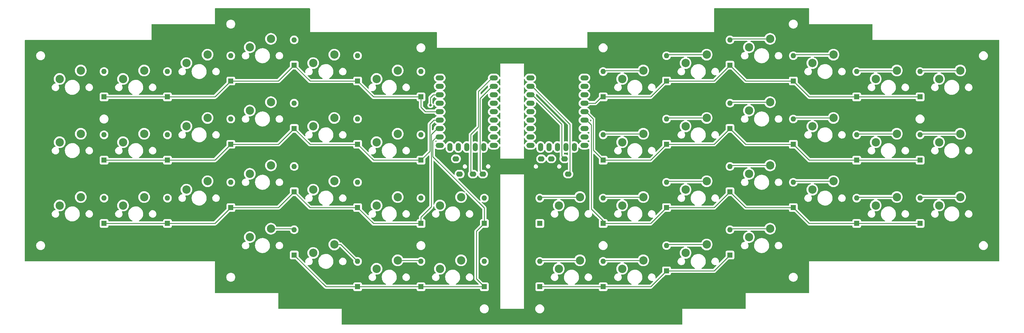
<source format=gtl>
G04 #@! TF.GenerationSoftware,KiCad,Pcbnew,7.0.8*
G04 #@! TF.CreationDate,2023-12-05T18:43:10+09:00*
G04 #@! TF.ProjectId,Keyboard,4b657962-6f61-4726-942e-6b696361645f,rev?*
G04 #@! TF.SameCoordinates,Original*
G04 #@! TF.FileFunction,Copper,L1,Top*
G04 #@! TF.FilePolarity,Positive*
%FSLAX46Y46*%
G04 Gerber Fmt 4.6, Leading zero omitted, Abs format (unit mm)*
G04 Created by KiCad (PCBNEW 7.0.8) date 2023-12-05 18:43:10*
%MOMM*%
%LPD*%
G01*
G04 APERTURE LIST*
G04 #@! TA.AperFunction,ComponentPad*
%ADD10C,2.500000*%
G04 #@! TD*
G04 #@! TA.AperFunction,ComponentPad*
%ADD11O,2.000000X1.600000*%
G04 #@! TD*
G04 #@! TA.AperFunction,ComponentPad*
%ADD12O,2.500000X1.500000*%
G04 #@! TD*
G04 #@! TA.AperFunction,ComponentPad*
%ADD13O,1.500000X2.500000*%
G04 #@! TD*
G04 #@! TA.AperFunction,ComponentPad*
%ADD14R,1.600000X1.600000*%
G04 #@! TD*
G04 #@! TA.AperFunction,ComponentPad*
%ADD15O,1.600000X1.600000*%
G04 #@! TD*
G04 #@! TA.AperFunction,ViaPad*
%ADD16C,0.800000*%
G04 #@! TD*
G04 #@! TA.AperFunction,Conductor*
%ADD17C,0.250000*%
G04 #@! TD*
G04 APERTURE END LIST*
D10*
X34290000Y-73660000D03*
X40640000Y-71120000D03*
X222408750Y-45085000D03*
X228758750Y-42545000D03*
X184308750Y-73660000D03*
X190658750Y-71120000D03*
X34290000Y-35560000D03*
X40640000Y-33020000D03*
X260508750Y-73660000D03*
X266858750Y-71120000D03*
X222408750Y-26035000D03*
X228758750Y-23495000D03*
X203358750Y-49847500D03*
X209708750Y-47307500D03*
X110490000Y-35560000D03*
X116840000Y-33020000D03*
X72390000Y-45085000D03*
X78740000Y-42545000D03*
X53340000Y-68897500D03*
X59690000Y-66357500D03*
X184308750Y-54610000D03*
X190658750Y-52070000D03*
X15240000Y-35560000D03*
X21590000Y-33020000D03*
X279558750Y-54610000D03*
X285908750Y-52070000D03*
X203358750Y-87947500D03*
X209708750Y-85407500D03*
D11*
X134337500Y-59612500D03*
X135437500Y-64212500D03*
X139437500Y-64212500D03*
X142437500Y-64212500D03*
D10*
X222408750Y-83185000D03*
X228758750Y-80645000D03*
D11*
X168081250Y-64212500D03*
X166981250Y-59612500D03*
X162981250Y-59612500D03*
X159981250Y-59612500D03*
D10*
X72390000Y-83185000D03*
X78740000Y-80645000D03*
X203358750Y-30797500D03*
X209708750Y-28257500D03*
X260508750Y-54610000D03*
X266858750Y-52070000D03*
X222408750Y-64135000D03*
X228758750Y-61595000D03*
X110490000Y-92710000D03*
X116840000Y-90170000D03*
X165258750Y-73660000D03*
X171608750Y-71120000D03*
X184308750Y-92710000D03*
X190658750Y-90170000D03*
X110490000Y-73660000D03*
X116840000Y-71120000D03*
X279558750Y-35560000D03*
X285908750Y-33020000D03*
X241458750Y-68897500D03*
X247808750Y-66357500D03*
X184308750Y-35560000D03*
X190658750Y-33020000D03*
X241458750Y-49847500D03*
X247808750Y-47307500D03*
D12*
X145707500Y-35240000D03*
X145707500Y-37780000D03*
X145707500Y-40320000D03*
X145707500Y-42860000D03*
X145707500Y-45400000D03*
X145707500Y-47940000D03*
X145707500Y-50480000D03*
X145707500Y-53020000D03*
X145707500Y-55560000D03*
D13*
X142667500Y-56060000D03*
X140127500Y-56060000D03*
X137587500Y-56060000D03*
X135047500Y-56060000D03*
X132507500Y-56060000D03*
D12*
X129467500Y-55560000D03*
X129467500Y-53020000D03*
X129467500Y-50480000D03*
X129467500Y-47940000D03*
X129467500Y-45400000D03*
X129467500Y-42860000D03*
X129467500Y-40320000D03*
X129467500Y-37780000D03*
X129467500Y-35240000D03*
D10*
X260508750Y-35560000D03*
X266858750Y-33020000D03*
X15240000Y-54610000D03*
X21590000Y-52070000D03*
X91440000Y-68897500D03*
X97790000Y-66357500D03*
X203358750Y-68897500D03*
X209708750Y-66357500D03*
X53340000Y-49847500D03*
X59690000Y-47307500D03*
X279558750Y-73660000D03*
X285908750Y-71120000D03*
X53340000Y-30797500D03*
X59690000Y-28257500D03*
X34290000Y-54610000D03*
X40640000Y-52070000D03*
X72390000Y-64135000D03*
X78740000Y-61595000D03*
X72390000Y-26035000D03*
X78740000Y-23495000D03*
D12*
X172951250Y-35240000D03*
X172951250Y-37780000D03*
X172951250Y-40320000D03*
X172951250Y-42860000D03*
X172951250Y-45400000D03*
X172951250Y-47940000D03*
X172951250Y-50480000D03*
X172951250Y-53020000D03*
X172951250Y-55560000D03*
D13*
X169911250Y-56060000D03*
X167371250Y-56060000D03*
X164831250Y-56060000D03*
X162291250Y-56060000D03*
X159751250Y-56060000D03*
D12*
X156711250Y-55560000D03*
X156711250Y-53020000D03*
X156711250Y-50480000D03*
X156711250Y-47940000D03*
X156711250Y-45400000D03*
X156711250Y-42860000D03*
X156711250Y-40320000D03*
X156711250Y-37780000D03*
X156711250Y-35240000D03*
D10*
X110490000Y-54610000D03*
X116840000Y-52070000D03*
X165258750Y-92710000D03*
X171608750Y-90170000D03*
X91440000Y-49847500D03*
X97790000Y-47307500D03*
X91440000Y-87947500D03*
X97790000Y-85407500D03*
X91440000Y-30797500D03*
X97790000Y-28257500D03*
X241458750Y-30797500D03*
X247808750Y-28257500D03*
X15240000Y-73660000D03*
X21590000Y-71120000D03*
X129540000Y-92710000D03*
X135890000Y-90170000D03*
X129540000Y-73660000D03*
X135890000Y-71120000D03*
D14*
X178593750Y-98107500D03*
D15*
X178593750Y-90487500D03*
D14*
X142875000Y-98107500D03*
D15*
X142875000Y-90487500D03*
D14*
X273843750Y-40957500D03*
D15*
X273843750Y-33337500D03*
D14*
X159543750Y-98107500D03*
D15*
X159543750Y-90487500D03*
D14*
X178593750Y-79057500D03*
D15*
X178593750Y-71437500D03*
D14*
X85725000Y-69532500D03*
D15*
X85725000Y-61912500D03*
D14*
X235743750Y-74295000D03*
D15*
X235743750Y-66675000D03*
D14*
X85725000Y-31432500D03*
D15*
X85725000Y-23812500D03*
D14*
X216693750Y-50482500D03*
D15*
X216693750Y-42862500D03*
D14*
X273843750Y-60007500D03*
D15*
X273843750Y-52387500D03*
D14*
X28575000Y-79057500D03*
D15*
X28575000Y-71437500D03*
D14*
X197643750Y-36195000D03*
D15*
X197643750Y-28575000D03*
D14*
X254793750Y-79057500D03*
D15*
X254793750Y-71437500D03*
D14*
X123825000Y-98107500D03*
D15*
X123825000Y-90487500D03*
D14*
X216693750Y-69532500D03*
D15*
X216693750Y-61912500D03*
D14*
X235743750Y-55245000D03*
D15*
X235743750Y-47625000D03*
D14*
X28575000Y-40957500D03*
D15*
X28575000Y-33337500D03*
D14*
X85725000Y-88582500D03*
D15*
X85725000Y-80962500D03*
D14*
X254793750Y-60007500D03*
D15*
X254793750Y-52387500D03*
D14*
X197643750Y-55245000D03*
D15*
X197643750Y-47625000D03*
D14*
X66675000Y-55245000D03*
D15*
X66675000Y-47625000D03*
D14*
X178593750Y-60007500D03*
D15*
X178593750Y-52387500D03*
D14*
X66675000Y-74295000D03*
D15*
X66675000Y-66675000D03*
D14*
X142875000Y-79057500D03*
D15*
X142875000Y-71437500D03*
D14*
X235743750Y-36195000D03*
D15*
X235743750Y-28575000D03*
D14*
X47625000Y-79057500D03*
D15*
X47625000Y-71437500D03*
D14*
X66675000Y-36195000D03*
D15*
X66675000Y-28575000D03*
D14*
X123825000Y-40957500D03*
D15*
X123825000Y-33337500D03*
D14*
X273843750Y-79057500D03*
D15*
X273843750Y-71437500D03*
D14*
X159543750Y-79057500D03*
D15*
X159543750Y-71437500D03*
D14*
X47625000Y-60007500D03*
D15*
X47625000Y-52387500D03*
D14*
X197643750Y-93345000D03*
D15*
X197643750Y-85725000D03*
D14*
X47625000Y-40957500D03*
D15*
X47625000Y-33337500D03*
D14*
X104775000Y-36195000D03*
D15*
X104775000Y-28575000D03*
D14*
X216693750Y-31432500D03*
D15*
X216693750Y-23812500D03*
D14*
X254793750Y-40957500D03*
D15*
X254793750Y-33337500D03*
D14*
X28575000Y-60007500D03*
D15*
X28575000Y-52387500D03*
D14*
X104775000Y-55245000D03*
D15*
X104775000Y-47625000D03*
D14*
X123825000Y-60007500D03*
D15*
X123825000Y-52387500D03*
D14*
X104775000Y-98107500D03*
D15*
X104775000Y-90487500D03*
D14*
X216693750Y-88582500D03*
D15*
X216693750Y-80962500D03*
D14*
X85725000Y-50482500D03*
D15*
X85725000Y-42862500D03*
D14*
X123825000Y-79057500D03*
D15*
X123825000Y-71437500D03*
D14*
X178593750Y-40957500D03*
D15*
X178593750Y-33337500D03*
D14*
X104775000Y-74295000D03*
D15*
X104775000Y-66675000D03*
D14*
X197643750Y-74295000D03*
D15*
X197643750Y-66675000D03*
D16*
X126672474Y-43457825D03*
D17*
X123825000Y-40957500D02*
X123825000Y-44053042D01*
X61912500Y-40957500D02*
X66675000Y-36195000D01*
X80962500Y-36195000D02*
X85725000Y-31432500D01*
X123825000Y-44053042D02*
X125171958Y-45400000D01*
X47625000Y-40957500D02*
X61912500Y-40957500D01*
X104775000Y-36195000D02*
X109537500Y-40957500D01*
X125171958Y-45400000D02*
X129967500Y-45400000D01*
X66675000Y-36195000D02*
X80962500Y-36195000D01*
X28575000Y-40957500D02*
X47625000Y-40957500D01*
X90487500Y-36195000D02*
X104775000Y-36195000D01*
X85725000Y-31432500D02*
X90487500Y-36195000D01*
X109537500Y-40957500D02*
X123825000Y-40957500D01*
X104775000Y-55245000D02*
X109537500Y-60007500D01*
X90487500Y-55245000D02*
X104775000Y-55245000D01*
X66675000Y-55245000D02*
X80962500Y-55245000D01*
X61912500Y-60007500D02*
X66675000Y-55245000D01*
X47625000Y-60007500D02*
X61912500Y-60007500D01*
X85725000Y-50482500D02*
X90487500Y-55245000D01*
X126496974Y-57335526D02*
X126496974Y-49120329D01*
X80962500Y-55245000D02*
X85725000Y-50482500D01*
X126496974Y-49120329D02*
X127677303Y-47940000D01*
X127677303Y-47940000D02*
X129967500Y-47940000D01*
X123825000Y-60007500D02*
X126496974Y-57335526D01*
X109537500Y-60007500D02*
X123825000Y-60007500D01*
X28575000Y-60007500D02*
X47625000Y-60007500D01*
X66675000Y-74295000D02*
X80962500Y-74295000D01*
X109537500Y-79057500D02*
X123825000Y-79057500D01*
X90487500Y-74295000D02*
X104775000Y-74295000D01*
X126946974Y-52242207D02*
X128709181Y-50480000D01*
X28575000Y-79057500D02*
X61912500Y-79057500D01*
X61912500Y-79057500D02*
X66675000Y-74295000D01*
X104775000Y-74295000D02*
X109537500Y-79057500D01*
X128709181Y-50480000D02*
X129967500Y-50480000D01*
X123825000Y-79057500D02*
X123825000Y-77154340D01*
X80962500Y-74295000D02*
X85725000Y-69532500D01*
X85725000Y-69532500D02*
X90487500Y-74295000D01*
X126946974Y-74032366D02*
X126946974Y-52242207D01*
X123825000Y-77154340D02*
X126946974Y-74032366D01*
X95250000Y-98107500D02*
X85725000Y-88582500D01*
X104775000Y-98107500D02*
X123825000Y-98107500D01*
X140493750Y-95726250D02*
X140493750Y-81438750D01*
X104775000Y-98107500D02*
X95250000Y-98107500D01*
X127396974Y-58935963D02*
X127396974Y-54173459D01*
X128550433Y-53020000D02*
X129967500Y-53020000D01*
X127396974Y-54173459D02*
X128550433Y-53020000D01*
X142875000Y-98107500D02*
X140493750Y-95726250D01*
X142875000Y-79057500D02*
X142875000Y-74413989D01*
X142875000Y-74413989D02*
X127396974Y-58935963D01*
X140493750Y-81438750D02*
X142875000Y-79057500D01*
X123825000Y-98107500D02*
X142875000Y-98107500D01*
X85407500Y-80645000D02*
X85725000Y-80962500D01*
X78740000Y-80645000D02*
X85407500Y-80645000D01*
X99695000Y-85407500D02*
X104775000Y-90487500D01*
X97790000Y-85407500D02*
X99695000Y-85407500D01*
X116840000Y-90170000D02*
X123507500Y-90170000D01*
X123507500Y-90170000D02*
X123825000Y-90487500D01*
X176215158Y-42860000D02*
X172451250Y-42860000D01*
X273843750Y-40957500D02*
X254793750Y-40957500D01*
X235743750Y-36195000D02*
X221456250Y-36195000D01*
X192881250Y-40957500D02*
X197643750Y-36195000D01*
X178117658Y-40957500D02*
X176215158Y-42860000D01*
X178593750Y-40957500D02*
X178117658Y-40957500D01*
X211931250Y-36195000D02*
X216693750Y-31432500D01*
X178593750Y-40957500D02*
X192881250Y-40957500D01*
X197643750Y-36195000D02*
X211931250Y-36195000D01*
X240506250Y-40957500D02*
X235743750Y-36195000D01*
X221456250Y-36195000D02*
X216693750Y-31432500D01*
X254793750Y-40957500D02*
X240506250Y-40957500D01*
X178911250Y-33020000D02*
X178593750Y-33337500D01*
X190658750Y-33020000D02*
X178911250Y-33020000D01*
X197961250Y-28257500D02*
X197643750Y-28575000D01*
X209708750Y-28257500D02*
X197961250Y-28257500D01*
X228758750Y-23495000D02*
X217011250Y-23495000D01*
X217011250Y-23495000D02*
X216693750Y-23812500D01*
X247808750Y-28257500D02*
X236061250Y-28257500D01*
X236061250Y-28257500D02*
X235743750Y-28575000D01*
X255111250Y-33020000D02*
X254793750Y-33337500D01*
X266858750Y-33020000D02*
X255111250Y-33020000D01*
X285908750Y-33020000D02*
X274161250Y-33020000D01*
X274161250Y-33020000D02*
X273843750Y-33337500D01*
X175617333Y-57031083D02*
X175617333Y-47625016D01*
X178593750Y-60007500D02*
X175617333Y-57031083D01*
X173392317Y-45400000D02*
X172451250Y-45400000D01*
X273843750Y-60007500D02*
X254793750Y-60007500D01*
X192881250Y-60007500D02*
X197643750Y-55245000D01*
X211931250Y-55245000D02*
X216693750Y-50482500D01*
X254793750Y-60007500D02*
X240506250Y-60007500D01*
X178593750Y-60007500D02*
X192881250Y-60007500D01*
X235743750Y-55245000D02*
X221456250Y-55245000D01*
X240506250Y-60007500D02*
X235743750Y-55245000D01*
X175617333Y-47625016D02*
X173392317Y-45400000D01*
X197643750Y-55245000D02*
X211931250Y-55245000D01*
X221456250Y-55245000D02*
X216693750Y-50482500D01*
X190658750Y-52070000D02*
X178911250Y-52070000D01*
X178911250Y-52070000D02*
X178593750Y-52387500D01*
X197961250Y-47307500D02*
X197643750Y-47625000D01*
X209708750Y-47307500D02*
X197961250Y-47307500D01*
X217011250Y-42545000D02*
X216693750Y-42862500D01*
X228758750Y-42545000D02*
X217011250Y-42545000D01*
X236061250Y-47307500D02*
X235743750Y-47625000D01*
X247808750Y-47307500D02*
X236061250Y-47307500D01*
X255111250Y-52070000D02*
X254793750Y-52387500D01*
X266858750Y-52070000D02*
X255111250Y-52070000D01*
X285908750Y-52070000D02*
X274161250Y-52070000D01*
X274161250Y-52070000D02*
X273843750Y-52387500D01*
X211931250Y-93345000D02*
X216693750Y-88582500D01*
X159543750Y-98107500D02*
X178593750Y-98107500D01*
X192881250Y-98107500D02*
X197643750Y-93345000D01*
X197643750Y-93345000D02*
X211931250Y-93345000D01*
X178593750Y-98107500D02*
X192881250Y-98107500D01*
X159861250Y-71120000D02*
X159543750Y-71437500D01*
X171608750Y-71120000D02*
X159861250Y-71120000D01*
X235743750Y-74295000D02*
X221456250Y-74295000D01*
X211931250Y-74295000D02*
X216693750Y-69532500D01*
X175022020Y-49410955D02*
X173551065Y-47940000D01*
X175022020Y-74685770D02*
X175022020Y-49410955D01*
X273843750Y-79057500D02*
X254793750Y-79057500D01*
X192881250Y-79057500D02*
X197643750Y-74295000D01*
X178593750Y-78257500D02*
X175022020Y-74685770D01*
X197643750Y-74295000D02*
X211931250Y-74295000D01*
X221456250Y-74295000D02*
X216693750Y-69532500D01*
X178593750Y-79057500D02*
X178593750Y-78257500D01*
X173551065Y-47940000D02*
X172451250Y-47940000D01*
X254793750Y-79057500D02*
X240506250Y-79057500D01*
X178593750Y-79057500D02*
X192881250Y-79057500D01*
X240506250Y-79057500D02*
X235743750Y-74295000D01*
X178911250Y-71120000D02*
X178593750Y-71437500D01*
X190658750Y-71120000D02*
X178911250Y-71120000D01*
X197961250Y-66357500D02*
X197643750Y-66675000D01*
X209708750Y-66357500D02*
X197961250Y-66357500D01*
X217011250Y-61595000D02*
X216693750Y-61912500D01*
X228758750Y-61595000D02*
X217011250Y-61595000D01*
X236061250Y-66357500D02*
X235743750Y-66675000D01*
X247808750Y-66357500D02*
X236061250Y-66357500D01*
X266858750Y-71120000D02*
X255111250Y-71120000D01*
X255111250Y-71120000D02*
X254793750Y-71437500D01*
X285908750Y-71120000D02*
X274161250Y-71120000D01*
X274161250Y-71120000D02*
X273843750Y-71437500D01*
X171608750Y-90170000D02*
X159861250Y-90170000D01*
X159861250Y-90170000D02*
X159543750Y-90487500D01*
X190658750Y-90170000D02*
X178911250Y-90170000D01*
X178911250Y-90170000D02*
X178593750Y-90487500D01*
X209708750Y-85407500D02*
X197961250Y-85407500D01*
X197961250Y-85407500D02*
X197643750Y-85725000D01*
X217011250Y-80645000D02*
X216693750Y-80962500D01*
X228758750Y-80645000D02*
X217011250Y-80645000D01*
X138783740Y-63558740D02*
X138783740Y-52311701D01*
X139437500Y-64212500D02*
X138783740Y-63558740D01*
X141089173Y-39358327D02*
X145207500Y-35240000D01*
X141089173Y-50006268D02*
X141089173Y-39358327D01*
X138783740Y-52311701D02*
X141089173Y-50006268D01*
X142437500Y-64212500D02*
X141539173Y-63314173D01*
X141539173Y-41448327D02*
X145207500Y-37780000D01*
X141539173Y-63314173D02*
X141539173Y-41448327D01*
X126672474Y-41205760D02*
X127558234Y-40320000D01*
X126672474Y-43457825D02*
X126672474Y-41205760D01*
X127558234Y-40320000D02*
X129967500Y-40320000D01*
X166981250Y-59612500D02*
X166156250Y-58787500D01*
X166156250Y-58787500D02*
X166156250Y-49265000D01*
X166156250Y-49265000D02*
X157211250Y-40320000D01*
X168081250Y-64212500D02*
X168631250Y-63662500D01*
X168631250Y-49200000D02*
X157211250Y-37780000D01*
X168631250Y-63662500D02*
X168631250Y-49200000D01*
G04 #@! TA.AperFunction,NonConductor*
G36*
X90430039Y-14307685D02*
G01*
X90475794Y-14360489D01*
X90487000Y-14412000D01*
X90487000Y-21406717D01*
X90486916Y-21407139D01*
X90486959Y-21431251D01*
X90487000Y-21431349D01*
X90487116Y-21431632D01*
X90487118Y-21431634D01*
X90487308Y-21431712D01*
X90487500Y-21431791D01*
X90487502Y-21431789D01*
X90512116Y-21431774D01*
X90512116Y-21431778D01*
X90512260Y-21431750D01*
X128463000Y-21431750D01*
X128530039Y-21451435D01*
X128575794Y-21504239D01*
X128587000Y-21555750D01*
X128587000Y-26169217D01*
X128586916Y-26169639D01*
X128586959Y-26193751D01*
X128587000Y-26193849D01*
X128587116Y-26194132D01*
X128587118Y-26194134D01*
X128587308Y-26194212D01*
X128587500Y-26194291D01*
X128587502Y-26194289D01*
X128612116Y-26194274D01*
X128612116Y-26194278D01*
X128612260Y-26194250D01*
X130968651Y-26194250D01*
X173806490Y-26194250D01*
X173806633Y-26194278D01*
X173806634Y-26194274D01*
X173831247Y-26194289D01*
X173831250Y-26194291D01*
X173831633Y-26194133D01*
X173831750Y-26193849D01*
X173831791Y-26193750D01*
X177238091Y-26193750D01*
X177258686Y-26429153D01*
X177258688Y-26429163D01*
X177319844Y-26657405D01*
X177319846Y-26657409D01*
X177319847Y-26657413D01*
X177357084Y-26737267D01*
X177419714Y-26871578D01*
X177419715Y-26871580D01*
X177555255Y-27065152D01*
X177722347Y-27232244D01*
X177915919Y-27367784D01*
X177915921Y-27367785D01*
X178130087Y-27467653D01*
X178358342Y-27528813D01*
X178534784Y-27544250D01*
X178652716Y-27544250D01*
X178829158Y-27528813D01*
X179057413Y-27467653D01*
X179271579Y-27367785D01*
X179465151Y-27232245D01*
X179632245Y-27065151D01*
X179767785Y-26871580D01*
X179867653Y-26657413D01*
X179928813Y-26429158D01*
X179949409Y-26193750D01*
X179928813Y-25958342D01*
X179867653Y-25730087D01*
X179767785Y-25515921D01*
X179767784Y-25515919D01*
X179632244Y-25322347D01*
X179465152Y-25155255D01*
X179271580Y-25019715D01*
X179271578Y-25019714D01*
X179107210Y-24943068D01*
X179057413Y-24919847D01*
X179057409Y-24919846D01*
X179057405Y-24919844D01*
X178829163Y-24858688D01*
X178829153Y-24858686D01*
X178652716Y-24843250D01*
X178534784Y-24843250D01*
X178358346Y-24858686D01*
X178358336Y-24858688D01*
X178130094Y-24919844D01*
X178130085Y-24919848D01*
X177915921Y-25019714D01*
X177915919Y-25019715D01*
X177722347Y-25155255D01*
X177555256Y-25322347D01*
X177555251Y-25322354D01*
X177419717Y-25515915D01*
X177419715Y-25515919D01*
X177319848Y-25730085D01*
X177319844Y-25730094D01*
X177258688Y-25958336D01*
X177258686Y-25958346D01*
X177238091Y-26193749D01*
X177238091Y-26193750D01*
X173831791Y-26193750D01*
X173831790Y-26193747D01*
X173831833Y-26169639D01*
X173831750Y-26169217D01*
X173831750Y-23812501D01*
X215388282Y-23812501D01*
X215408114Y-24039186D01*
X215408116Y-24039197D01*
X215467008Y-24258988D01*
X215467011Y-24258997D01*
X215563181Y-24465232D01*
X215563182Y-24465234D01*
X215693704Y-24651641D01*
X215854608Y-24812545D01*
X215854611Y-24812547D01*
X216041016Y-24943068D01*
X216247254Y-25039239D01*
X216467058Y-25098135D01*
X216628980Y-25112301D01*
X216693748Y-25117968D01*
X216693750Y-25117968D01*
X216693752Y-25117968D01*
X216750423Y-25113009D01*
X216920442Y-25098135D01*
X217140246Y-25039239D01*
X217346484Y-24943068D01*
X217532889Y-24812547D01*
X217693797Y-24651639D01*
X217824318Y-24465234D01*
X217920489Y-24258996D01*
X217932973Y-24212406D01*
X217969338Y-24152746D01*
X218032185Y-24122217D01*
X218052748Y-24120500D01*
X221853896Y-24120500D01*
X221920935Y-24140185D01*
X221966690Y-24192989D01*
X221976634Y-24262147D01*
X221947609Y-24325703D01*
X221890446Y-24362990D01*
X221826937Y-24382580D01*
X221767423Y-24400938D01*
X221531053Y-24514767D01*
X221531052Y-24514768D01*
X221314270Y-24662567D01*
X221121948Y-24841014D01*
X220958364Y-25046143D01*
X220827182Y-25273356D01*
X220731332Y-25517578D01*
X220731326Y-25517597D01*
X220672947Y-25773374D01*
X220672946Y-25773379D01*
X220653342Y-26034995D01*
X220653342Y-26035004D01*
X220672946Y-26296620D01*
X220672947Y-26296625D01*
X220731326Y-26552402D01*
X220731328Y-26552411D01*
X220731330Y-26552416D01*
X220827182Y-26796643D01*
X220958364Y-27023857D01*
X221121945Y-27228981D01*
X221121947Y-27228983D01*
X221121948Y-27228984D01*
X221131319Y-27237679D01*
X221167074Y-27297707D01*
X221164700Y-27367536D01*
X221124950Y-27424997D01*
X221060445Y-27451846D01*
X221058766Y-27452017D01*
X220924789Y-27464810D01*
X220924780Y-27464811D01*
X220924779Y-27464812D01*
X220924777Y-27464812D01*
X220924775Y-27464813D01*
X220718543Y-27525368D01*
X220527486Y-27623864D01*
X220358535Y-27756729D01*
X220358532Y-27756733D01*
X220217771Y-27919178D01*
X220110303Y-28105319D01*
X220040001Y-28308442D01*
X220040000Y-28308444D01*
X220009411Y-28521200D01*
X220009410Y-28521202D01*
X220019637Y-28735901D01*
X220070313Y-28944791D01*
X220070315Y-28944795D01*
X220135807Y-29088203D01*
X220159604Y-29140310D01*
X220257131Y-29277268D01*
X220284285Y-29315400D01*
X220284290Y-29315406D01*
X220439844Y-29463725D01*
X220439846Y-29463726D01*
X220439847Y-29463727D01*
X220620670Y-29579935D01*
X220820218Y-29659822D01*
X220925748Y-29680161D01*
X221031277Y-29700500D01*
X221031278Y-29700500D01*
X221192362Y-29700500D01*
X221192368Y-29700500D01*
X221352721Y-29685188D01*
X221558959Y-29624631D01*
X221750009Y-29526138D01*
X221918967Y-29393268D01*
X222059726Y-29230824D01*
X222167198Y-29044677D01*
X222237500Y-28841554D01*
X222264987Y-28650373D01*
X223964473Y-28650373D01*
X223994631Y-28950160D01*
X223994632Y-28950162D01*
X224064478Y-29243252D01*
X224064480Y-29243259D01*
X224064481Y-29243261D01*
X224068168Y-29252834D01*
X224172770Y-29524427D01*
X224172774Y-29524436D01*
X224317575Y-29788665D01*
X224317579Y-29788671D01*
X224450370Y-29968896D01*
X224496304Y-30031238D01*
X224705770Y-30247824D01*
X224746638Y-30280097D01*
X224942228Y-30434553D01*
X224942230Y-30434554D01*
X224942235Y-30434558D01*
X225201480Y-30588109D01*
X225478878Y-30705736D01*
X225769479Y-30785340D01*
X226068097Y-30825500D01*
X226068101Y-30825500D01*
X226294002Y-30825500D01*
X226457914Y-30814526D01*
X226519384Y-30810412D01*
X226814653Y-30750396D01*
X227099287Y-30651560D01*
X227368209Y-30515668D01*
X227616619Y-30345144D01*
X227840083Y-30143032D01*
X228034615Y-29912939D01*
X228196743Y-29658970D01*
X228323573Y-29385658D01*
X228412843Y-29097879D01*
X228462959Y-28800770D01*
X228472306Y-28521202D01*
X230169410Y-28521202D01*
X230179637Y-28735901D01*
X230230313Y-28944791D01*
X230230315Y-28944795D01*
X230295807Y-29088203D01*
X230319604Y-29140310D01*
X230417131Y-29277268D01*
X230444285Y-29315400D01*
X230444290Y-29315406D01*
X230599844Y-29463725D01*
X230599846Y-29463726D01*
X230599847Y-29463727D01*
X230780670Y-29579935D01*
X230980218Y-29659822D01*
X231085748Y-29680161D01*
X231191277Y-29700500D01*
X231191278Y-29700500D01*
X231352362Y-29700500D01*
X231352368Y-29700500D01*
X231512721Y-29685188D01*
X231718959Y-29624631D01*
X231910009Y-29526138D01*
X232078967Y-29393268D01*
X232219726Y-29230824D01*
X232327198Y-29044677D01*
X232397500Y-28841554D01*
X232428089Y-28628797D01*
X232425526Y-28575001D01*
X234438282Y-28575001D01*
X234458114Y-28801686D01*
X234458116Y-28801697D01*
X234517008Y-29021488D01*
X234517011Y-29021497D01*
X234613181Y-29227732D01*
X234613182Y-29227734D01*
X234743704Y-29414141D01*
X234904608Y-29575045D01*
X234904611Y-29575047D01*
X235091016Y-29705568D01*
X235297254Y-29801739D01*
X235517058Y-29860635D01*
X235678980Y-29874801D01*
X235743748Y-29880468D01*
X235743750Y-29880468D01*
X235743752Y-29880468D01*
X235800423Y-29875509D01*
X235970442Y-29860635D01*
X236190246Y-29801739D01*
X236396484Y-29705568D01*
X236582889Y-29575047D01*
X236743797Y-29414139D01*
X236874318Y-29227734D01*
X236970489Y-29021496D01*
X236982973Y-28974906D01*
X237019338Y-28915246D01*
X237082185Y-28884717D01*
X237102748Y-28883000D01*
X240903896Y-28883000D01*
X240970935Y-28902685D01*
X241016690Y-28955489D01*
X241026634Y-29024647D01*
X240997609Y-29088203D01*
X240940446Y-29125490D01*
X240892410Y-29140308D01*
X240817423Y-29163438D01*
X240581053Y-29277267D01*
X240581052Y-29277268D01*
X240364270Y-29425067D01*
X240171948Y-29603514D01*
X240008364Y-29808643D01*
X239877182Y-30035856D01*
X239781332Y-30280078D01*
X239781326Y-30280097D01*
X239722947Y-30535874D01*
X239722946Y-30535879D01*
X239703342Y-30797495D01*
X239703342Y-30797504D01*
X239722946Y-31059120D01*
X239722947Y-31059125D01*
X239781326Y-31314902D01*
X239781328Y-31314911D01*
X239781330Y-31314916D01*
X239877182Y-31559143D01*
X240008364Y-31786357D01*
X240171945Y-31991481D01*
X240171947Y-31991483D01*
X240171948Y-31991484D01*
X240181319Y-32000179D01*
X240217074Y-32060207D01*
X240214700Y-32130036D01*
X240174950Y-32187497D01*
X240110445Y-32214346D01*
X240108766Y-32214517D01*
X239974789Y-32227310D01*
X239974780Y-32227311D01*
X239974779Y-32227312D01*
X239974777Y-32227312D01*
X239974775Y-32227313D01*
X239768543Y-32287868D01*
X239577486Y-32386364D01*
X239408535Y-32519229D01*
X239408532Y-32519233D01*
X239267771Y-32681678D01*
X239160303Y-32867819D01*
X239090001Y-33070942D01*
X239090000Y-33070944D01*
X239059411Y-33283700D01*
X239059410Y-33283702D01*
X239069637Y-33498401D01*
X239120313Y-33707291D01*
X239120315Y-33707295D01*
X239185807Y-33850703D01*
X239209604Y-33902810D01*
X239334284Y-34077899D01*
X239334285Y-34077900D01*
X239334290Y-34077906D01*
X239489844Y-34226225D01*
X239489846Y-34226226D01*
X239489847Y-34226227D01*
X239670670Y-34342435D01*
X239870218Y-34422322D01*
X239945120Y-34436758D01*
X240081277Y-34463000D01*
X240081278Y-34463000D01*
X240242362Y-34463000D01*
X240242368Y-34463000D01*
X240402721Y-34447688D01*
X240608959Y-34387131D01*
X240800009Y-34288638D01*
X240968967Y-34155768D01*
X241109726Y-33993324D01*
X241217198Y-33807177D01*
X241287500Y-33604054D01*
X241314987Y-33412873D01*
X243014473Y-33412873D01*
X243044631Y-33712660D01*
X243044632Y-33712662D01*
X243114478Y-34005752D01*
X243114483Y-34005766D01*
X243222770Y-34286927D01*
X243222774Y-34286936D01*
X243367575Y-34551165D01*
X243367579Y-34551171D01*
X243500370Y-34731396D01*
X243546304Y-34793738D01*
X243755770Y-35010324D01*
X243796638Y-35042597D01*
X243992228Y-35197053D01*
X243992230Y-35197054D01*
X243992235Y-35197058D01*
X244251480Y-35350609D01*
X244528878Y-35468236D01*
X244819479Y-35547840D01*
X245118097Y-35588000D01*
X245118101Y-35588000D01*
X245344002Y-35588000D01*
X245509242Y-35576938D01*
X245569384Y-35572912D01*
X245864653Y-35512896D01*
X246149287Y-35414060D01*
X246418209Y-35278168D01*
X246666619Y-35107644D01*
X246890083Y-34905532D01*
X247084615Y-34675439D01*
X247246743Y-34421470D01*
X247373573Y-34148158D01*
X247462843Y-33860379D01*
X247512959Y-33563270D01*
X247522306Y-33283702D01*
X249219410Y-33283702D01*
X249229637Y-33498401D01*
X249280313Y-33707291D01*
X249280315Y-33707295D01*
X249345807Y-33850703D01*
X249369604Y-33902810D01*
X249494284Y-34077899D01*
X249494285Y-34077900D01*
X249494290Y-34077906D01*
X249649844Y-34226225D01*
X249649846Y-34226226D01*
X249649847Y-34226227D01*
X249830670Y-34342435D01*
X250030218Y-34422322D01*
X250105120Y-34436758D01*
X250241277Y-34463000D01*
X250241278Y-34463000D01*
X250402362Y-34463000D01*
X250402368Y-34463000D01*
X250562721Y-34447688D01*
X250768959Y-34387131D01*
X250960009Y-34288638D01*
X251128967Y-34155768D01*
X251269726Y-33993324D01*
X251377198Y-33807177D01*
X251447500Y-33604054D01*
X251478089Y-33391297D01*
X251475526Y-33337501D01*
X253488282Y-33337501D01*
X253508114Y-33564186D01*
X253508116Y-33564197D01*
X253567008Y-33783988D01*
X253567011Y-33783997D01*
X253663181Y-33990232D01*
X253663182Y-33990234D01*
X253793704Y-34176641D01*
X253954608Y-34337545D01*
X253954611Y-34337547D01*
X254141016Y-34468068D01*
X254347254Y-34564239D01*
X254567058Y-34623135D01*
X254728980Y-34637301D01*
X254793748Y-34642968D01*
X254793750Y-34642968D01*
X254793752Y-34642968D01*
X254850423Y-34638009D01*
X255020442Y-34623135D01*
X255240246Y-34564239D01*
X255446484Y-34468068D01*
X255632889Y-34337547D01*
X255793797Y-34176639D01*
X255924318Y-33990234D01*
X256020489Y-33783996D01*
X256032973Y-33737406D01*
X256069338Y-33677746D01*
X256132185Y-33647217D01*
X256152748Y-33645500D01*
X259953896Y-33645500D01*
X260020935Y-33665185D01*
X260066690Y-33717989D01*
X260076634Y-33787147D01*
X260047609Y-33850703D01*
X259990446Y-33887990D01*
X259942410Y-33902808D01*
X259867423Y-33925938D01*
X259631053Y-34039767D01*
X259631052Y-34039768D01*
X259414270Y-34187567D01*
X259221948Y-34366014D01*
X259058364Y-34571143D01*
X258927182Y-34798356D01*
X258831332Y-35042578D01*
X258831326Y-35042597D01*
X258772947Y-35298374D01*
X258772946Y-35298379D01*
X258753342Y-35559995D01*
X258753342Y-35560004D01*
X258772946Y-35821620D01*
X258772947Y-35821625D01*
X258831326Y-36077402D01*
X258831328Y-36077411D01*
X258831330Y-36077416D01*
X258927182Y-36321643D01*
X259058364Y-36548857D01*
X259221945Y-36753981D01*
X259221947Y-36753983D01*
X259221948Y-36753984D01*
X259231319Y-36762679D01*
X259267074Y-36822707D01*
X259264700Y-36892536D01*
X259224950Y-36949997D01*
X259160445Y-36976846D01*
X259158766Y-36977017D01*
X259024789Y-36989810D01*
X259024780Y-36989811D01*
X259024779Y-36989812D01*
X259024777Y-36989812D01*
X259024775Y-36989813D01*
X258818543Y-37050368D01*
X258627486Y-37148864D01*
X258458535Y-37281729D01*
X258458532Y-37281733D01*
X258317771Y-37444178D01*
X258210303Y-37630319D01*
X258140001Y-37833442D01*
X258140000Y-37833444D01*
X258109411Y-38046200D01*
X258109410Y-38046202D01*
X258119637Y-38260901D01*
X258170313Y-38469791D01*
X258170315Y-38469795D01*
X258251544Y-38647663D01*
X258259604Y-38665310D01*
X258384284Y-38840399D01*
X258384285Y-38840400D01*
X258384290Y-38840406D01*
X258539844Y-38988725D01*
X258539846Y-38988726D01*
X258539847Y-38988727D01*
X258720670Y-39104935D01*
X258920218Y-39184822D01*
X258940791Y-39188787D01*
X259131277Y-39225500D01*
X259131278Y-39225500D01*
X259292362Y-39225500D01*
X259292368Y-39225500D01*
X259452721Y-39210188D01*
X259658959Y-39149631D01*
X259850009Y-39051138D01*
X260018967Y-38918268D01*
X260159726Y-38755824D01*
X260267198Y-38569677D01*
X260337500Y-38366554D01*
X260368089Y-38153797D01*
X260357862Y-37939096D01*
X260307187Y-37730210D01*
X260217896Y-37534690D01*
X260193627Y-37500609D01*
X260189414Y-37494692D01*
X260166561Y-37428665D01*
X260183034Y-37360765D01*
X260233601Y-37312549D01*
X260302208Y-37299326D01*
X260308890Y-37300148D01*
X260377568Y-37310500D01*
X260639932Y-37310500D01*
X260899365Y-37271396D01*
X261150073Y-37194063D01*
X261386454Y-37080228D01*
X261603229Y-36932433D01*
X261758238Y-36788606D01*
X261795551Y-36753985D01*
X261795551Y-36753983D01*
X261795555Y-36753981D01*
X261959136Y-36548857D01*
X262090318Y-36321643D01*
X262186170Y-36077416D01*
X262244552Y-35821630D01*
X262254951Y-35682863D01*
X262264158Y-35560004D01*
X262264158Y-35559995D01*
X262244553Y-35298379D01*
X262244552Y-35298374D01*
X262244552Y-35298370D01*
X262186170Y-35042584D01*
X262090318Y-34798357D01*
X261959136Y-34571143D01*
X261795555Y-34366019D01*
X261795554Y-34366018D01*
X261795551Y-34366014D01*
X261603229Y-34187567D01*
X261386454Y-34039772D01*
X261386450Y-34039770D01*
X261386447Y-34039768D01*
X261386446Y-34039767D01*
X261150075Y-33925938D01*
X261150077Y-33925938D01*
X261075090Y-33902808D01*
X261027053Y-33887990D01*
X260968795Y-33849421D01*
X260940637Y-33785476D01*
X260951521Y-33716459D01*
X260997990Y-33664282D01*
X261063604Y-33645500D01*
X265139209Y-33645500D01*
X265206248Y-33665185D01*
X265252003Y-33717989D01*
X265254624Y-33724166D01*
X265277182Y-33781643D01*
X265277184Y-33781647D01*
X265315843Y-33848606D01*
X265408364Y-34008857D01*
X265463424Y-34077900D01*
X265571948Y-34213985D01*
X265753503Y-34382441D01*
X265764271Y-34392433D01*
X265981046Y-34540228D01*
X265981051Y-34540230D01*
X265981052Y-34540231D01*
X265981053Y-34540232D01*
X266077754Y-34586800D01*
X266217423Y-34654061D01*
X266217424Y-34654061D01*
X266217427Y-34654063D01*
X266468135Y-34731396D01*
X266727568Y-34770500D01*
X266989932Y-34770500D01*
X267249365Y-34731396D01*
X267500073Y-34654063D01*
X267736454Y-34540228D01*
X267953229Y-34392433D01*
X268145555Y-34213981D01*
X268309136Y-34008857D01*
X268440318Y-33781643D01*
X268536170Y-33537416D01*
X268581800Y-33337501D01*
X272538282Y-33337501D01*
X272558114Y-33564186D01*
X272558116Y-33564197D01*
X272617008Y-33783988D01*
X272617011Y-33783997D01*
X272713181Y-33990232D01*
X272713182Y-33990234D01*
X272843704Y-34176641D01*
X273004608Y-34337545D01*
X273004611Y-34337547D01*
X273191016Y-34468068D01*
X273397254Y-34564239D01*
X273617058Y-34623135D01*
X273778980Y-34637301D01*
X273843748Y-34642968D01*
X273843750Y-34642968D01*
X273843752Y-34642968D01*
X273900423Y-34638009D01*
X274070442Y-34623135D01*
X274290246Y-34564239D01*
X274496484Y-34468068D01*
X274682889Y-34337547D01*
X274843797Y-34176639D01*
X274974318Y-33990234D01*
X275070489Y-33783996D01*
X275082973Y-33737406D01*
X275119338Y-33677746D01*
X275182185Y-33647217D01*
X275202748Y-33645500D01*
X279003896Y-33645500D01*
X279070935Y-33665185D01*
X279116690Y-33717989D01*
X279126634Y-33787147D01*
X279097609Y-33850703D01*
X279040446Y-33887990D01*
X278992410Y-33902808D01*
X278917423Y-33925938D01*
X278681053Y-34039767D01*
X278681052Y-34039768D01*
X278464270Y-34187567D01*
X278271948Y-34366014D01*
X278108364Y-34571143D01*
X277977182Y-34798356D01*
X277881332Y-35042578D01*
X277881326Y-35042597D01*
X277822947Y-35298374D01*
X277822946Y-35298379D01*
X277803342Y-35559995D01*
X277803342Y-35560004D01*
X277822946Y-35821620D01*
X277822947Y-35821625D01*
X277881326Y-36077402D01*
X277881328Y-36077411D01*
X277881330Y-36077416D01*
X277977182Y-36321643D01*
X278108364Y-36548857D01*
X278271945Y-36753981D01*
X278271947Y-36753983D01*
X278271948Y-36753984D01*
X278281319Y-36762679D01*
X278317074Y-36822707D01*
X278314700Y-36892536D01*
X278274950Y-36949997D01*
X278210445Y-36976846D01*
X278208766Y-36977017D01*
X278074789Y-36989810D01*
X278074780Y-36989811D01*
X278074779Y-36989812D01*
X278074777Y-36989812D01*
X278074775Y-36989813D01*
X277868543Y-37050368D01*
X277677486Y-37148864D01*
X277508535Y-37281729D01*
X277508532Y-37281733D01*
X277367771Y-37444178D01*
X277260303Y-37630319D01*
X277190001Y-37833442D01*
X277190000Y-37833444D01*
X277159411Y-38046200D01*
X277159410Y-38046202D01*
X277169637Y-38260901D01*
X277220313Y-38469791D01*
X277220315Y-38469795D01*
X277301544Y-38647663D01*
X277309604Y-38665310D01*
X277434284Y-38840399D01*
X277434285Y-38840400D01*
X277434290Y-38840406D01*
X277589844Y-38988725D01*
X277589846Y-38988726D01*
X277589847Y-38988727D01*
X277770670Y-39104935D01*
X277970218Y-39184822D01*
X277990791Y-39188787D01*
X278181277Y-39225500D01*
X278181278Y-39225500D01*
X278342362Y-39225500D01*
X278342368Y-39225500D01*
X278502721Y-39210188D01*
X278708959Y-39149631D01*
X278900009Y-39051138D01*
X279068967Y-38918268D01*
X279209726Y-38755824D01*
X279317198Y-38569677D01*
X279387500Y-38366554D01*
X279414987Y-38175373D01*
X281114473Y-38175373D01*
X281144631Y-38475160D01*
X281144632Y-38475162D01*
X281214478Y-38768252D01*
X281214483Y-38768266D01*
X281322770Y-39049427D01*
X281322774Y-39049436D01*
X281467575Y-39313665D01*
X281467579Y-39313671D01*
X281569747Y-39452334D01*
X281646304Y-39556238D01*
X281855770Y-39772824D01*
X281903418Y-39810451D01*
X282092228Y-39959553D01*
X282092230Y-39959554D01*
X282092235Y-39959558D01*
X282351480Y-40113109D01*
X282628878Y-40230736D01*
X282919479Y-40310340D01*
X283218097Y-40350500D01*
X283218101Y-40350500D01*
X283444002Y-40350500D01*
X283607914Y-40339526D01*
X283669384Y-40335412D01*
X283964653Y-40275396D01*
X284249287Y-40176560D01*
X284518209Y-40040668D01*
X284766619Y-39870144D01*
X284990083Y-39668032D01*
X285184615Y-39437939D01*
X285346743Y-39183970D01*
X285473573Y-38910658D01*
X285562843Y-38622879D01*
X285612959Y-38325770D01*
X285622306Y-38046202D01*
X287319410Y-38046202D01*
X287329637Y-38260901D01*
X287380313Y-38469791D01*
X287380315Y-38469795D01*
X287461544Y-38647663D01*
X287469604Y-38665310D01*
X287594284Y-38840399D01*
X287594285Y-38840400D01*
X287594290Y-38840406D01*
X287749844Y-38988725D01*
X287749846Y-38988726D01*
X287749847Y-38988727D01*
X287930670Y-39104935D01*
X288130218Y-39184822D01*
X288150791Y-39188787D01*
X288341277Y-39225500D01*
X288341278Y-39225500D01*
X288502362Y-39225500D01*
X288502368Y-39225500D01*
X288662721Y-39210188D01*
X288868959Y-39149631D01*
X289060009Y-39051138D01*
X289228967Y-38918268D01*
X289369726Y-38755824D01*
X289477198Y-38569677D01*
X289547500Y-38366554D01*
X289578089Y-38153797D01*
X289567862Y-37939096D01*
X289517187Y-37730210D01*
X289427896Y-37534690D01*
X289303216Y-37359601D01*
X289303214Y-37359599D01*
X289303209Y-37359593D01*
X289147655Y-37211274D01*
X288966830Y-37095065D01*
X288767280Y-37015177D01*
X288556223Y-36974500D01*
X288556222Y-36974500D01*
X288395132Y-36974500D01*
X288234800Y-36989810D01*
X288234779Y-36989812D01*
X288234775Y-36989813D01*
X288028543Y-37050368D01*
X287837486Y-37148864D01*
X287668535Y-37281729D01*
X287668532Y-37281733D01*
X287527771Y-37444178D01*
X287420303Y-37630319D01*
X287350001Y-37833442D01*
X287350000Y-37833444D01*
X287319411Y-38046200D01*
X287319410Y-38046202D01*
X285622306Y-38046202D01*
X285623027Y-38024631D01*
X285592868Y-37724838D01*
X285525983Y-37444176D01*
X285523021Y-37431747D01*
X285523020Y-37431746D01*
X285523019Y-37431739D01*
X285414727Y-37150566D01*
X285269925Y-36886335D01*
X285235921Y-36840185D01*
X285178815Y-36762679D01*
X285091196Y-36643762D01*
X284881730Y-36427176D01*
X284838841Y-36393307D01*
X284645271Y-36240446D01*
X284645267Y-36240443D01*
X284645265Y-36240442D01*
X284386020Y-36086891D01*
X284108622Y-35969264D01*
X284108613Y-35969261D01*
X283818022Y-35889660D01*
X283743366Y-35879620D01*
X283519403Y-35849500D01*
X283293506Y-35849500D01*
X283293498Y-35849500D01*
X283068118Y-35864587D01*
X283068109Y-35864589D01*
X282772844Y-35924604D01*
X282488214Y-36023439D01*
X282488209Y-36023441D01*
X282219296Y-36159328D01*
X281970875Y-36329860D01*
X281747415Y-36531969D01*
X281552882Y-36762064D01*
X281390756Y-37016030D01*
X281390755Y-37016032D01*
X281265230Y-37286534D01*
X281263927Y-37289342D01*
X281257364Y-37310499D01*
X281174657Y-37577118D01*
X281149740Y-37724837D01*
X281124541Y-37874230D01*
X281114515Y-38174128D01*
X281114473Y-38175373D01*
X279414987Y-38175373D01*
X279418089Y-38153797D01*
X279407862Y-37939096D01*
X279357187Y-37730210D01*
X279267896Y-37534690D01*
X279243627Y-37500609D01*
X279239414Y-37494692D01*
X279216561Y-37428665D01*
X279233034Y-37360765D01*
X279283601Y-37312549D01*
X279352208Y-37299326D01*
X279358890Y-37300148D01*
X279427568Y-37310500D01*
X279689932Y-37310500D01*
X279949365Y-37271396D01*
X280200073Y-37194063D01*
X280436454Y-37080228D01*
X280653229Y-36932433D01*
X280808238Y-36788606D01*
X280845551Y-36753985D01*
X280845551Y-36753983D01*
X280845555Y-36753981D01*
X281009136Y-36548857D01*
X281140318Y-36321643D01*
X281236170Y-36077416D01*
X281294552Y-35821630D01*
X281304951Y-35682863D01*
X281314158Y-35560004D01*
X281314158Y-35559995D01*
X281294553Y-35298379D01*
X281294552Y-35298374D01*
X281294552Y-35298370D01*
X281236170Y-35042584D01*
X281140318Y-34798357D01*
X281009136Y-34571143D01*
X280845555Y-34366019D01*
X280845554Y-34366018D01*
X280845551Y-34366014D01*
X280653229Y-34187567D01*
X280436454Y-34039772D01*
X280436450Y-34039770D01*
X280436447Y-34039768D01*
X280436446Y-34039767D01*
X280200075Y-33925938D01*
X280200077Y-33925938D01*
X280125090Y-33902808D01*
X280077053Y-33887990D01*
X280018795Y-33849421D01*
X279990637Y-33785476D01*
X280001521Y-33716459D01*
X280047990Y-33664282D01*
X280113604Y-33645500D01*
X284189209Y-33645500D01*
X284256248Y-33665185D01*
X284302003Y-33717989D01*
X284304624Y-33724166D01*
X284327182Y-33781643D01*
X284327184Y-33781647D01*
X284365843Y-33848606D01*
X284458364Y-34008857D01*
X284513424Y-34077900D01*
X284621948Y-34213985D01*
X284803503Y-34382441D01*
X284814271Y-34392433D01*
X285031046Y-34540228D01*
X285031051Y-34540230D01*
X285031052Y-34540231D01*
X285031053Y-34540232D01*
X285127754Y-34586800D01*
X285267423Y-34654061D01*
X285267424Y-34654061D01*
X285267427Y-34654063D01*
X285518135Y-34731396D01*
X285777568Y-34770500D01*
X286039932Y-34770500D01*
X286299365Y-34731396D01*
X286550073Y-34654063D01*
X286786454Y-34540228D01*
X287003229Y-34392433D01*
X287195555Y-34213981D01*
X287359136Y-34008857D01*
X287490318Y-33781643D01*
X287586170Y-33537416D01*
X287644552Y-33281630D01*
X287646013Y-33262131D01*
X287664158Y-33020004D01*
X287664158Y-33019995D01*
X287644553Y-32758379D01*
X287644552Y-32758374D01*
X287644552Y-32758370D01*
X287586170Y-32502584D01*
X287490318Y-32258357D01*
X287359136Y-32031143D01*
X287195555Y-31826019D01*
X287195554Y-31826018D01*
X287195551Y-31826014D01*
X287003229Y-31647567D01*
X286885581Y-31567356D01*
X286786454Y-31499772D01*
X286786450Y-31499770D01*
X286786447Y-31499768D01*
X286786446Y-31499767D01*
X286550075Y-31385938D01*
X286550077Y-31385938D01*
X286299373Y-31308606D01*
X286299369Y-31308605D01*
X286299365Y-31308604D01*
X286174573Y-31289794D01*
X286039937Y-31269500D01*
X286039932Y-31269500D01*
X285777568Y-31269500D01*
X285777562Y-31269500D01*
X285615997Y-31293853D01*
X285518135Y-31308604D01*
X285518132Y-31308605D01*
X285518126Y-31308606D01*
X285267423Y-31385938D01*
X285031053Y-31499767D01*
X285031052Y-31499768D01*
X284814270Y-31647567D01*
X284621948Y-31826014D01*
X284458364Y-32031143D01*
X284327184Y-32258352D01*
X284327182Y-32258356D01*
X284327182Y-32258357D01*
X284304635Y-32315803D01*
X284261822Y-32371015D01*
X284195952Y-32394317D01*
X284189209Y-32394500D01*
X274791299Y-32394500D01*
X274724260Y-32374815D01*
X274703618Y-32358181D01*
X274682891Y-32337454D01*
X274496484Y-32206932D01*
X274496482Y-32206931D01*
X274290247Y-32110761D01*
X274290238Y-32110758D01*
X274070447Y-32051866D01*
X274070443Y-32051865D01*
X274070442Y-32051865D01*
X274070441Y-32051864D01*
X274070436Y-32051864D01*
X273843752Y-32032032D01*
X273843748Y-32032032D01*
X273617063Y-32051864D01*
X273617052Y-32051866D01*
X273397261Y-32110758D01*
X273397252Y-32110761D01*
X273191017Y-32206931D01*
X273191015Y-32206932D01*
X273004608Y-32337454D01*
X272843704Y-32498358D01*
X272713182Y-32684765D01*
X272713181Y-32684767D01*
X272617011Y-32891002D01*
X272617008Y-32891011D01*
X272558116Y-33110802D01*
X272558114Y-33110813D01*
X272538282Y-33337498D01*
X272538282Y-33337501D01*
X268581800Y-33337501D01*
X268594552Y-33281630D01*
X268596013Y-33262131D01*
X268614158Y-33020004D01*
X268614158Y-33019995D01*
X268594553Y-32758379D01*
X268594552Y-32758374D01*
X268594552Y-32758370D01*
X268536170Y-32502584D01*
X268440318Y-32258357D01*
X268309136Y-32031143D01*
X268145555Y-31826019D01*
X268145554Y-31826018D01*
X268145551Y-31826014D01*
X267953229Y-31647567D01*
X267835581Y-31567356D01*
X267736454Y-31499772D01*
X267736450Y-31499770D01*
X267736447Y-31499768D01*
X267736446Y-31499767D01*
X267500075Y-31385938D01*
X267500077Y-31385938D01*
X267249373Y-31308606D01*
X267249369Y-31308605D01*
X267249365Y-31308604D01*
X267124573Y-31289794D01*
X266989937Y-31269500D01*
X266989932Y-31269500D01*
X266727568Y-31269500D01*
X266727562Y-31269500D01*
X266565997Y-31293853D01*
X266468135Y-31308604D01*
X266468132Y-31308605D01*
X266468126Y-31308606D01*
X266217423Y-31385938D01*
X265981053Y-31499767D01*
X265981052Y-31499768D01*
X265764270Y-31647567D01*
X265571948Y-31826014D01*
X265408364Y-32031143D01*
X265277184Y-32258352D01*
X265277182Y-32258356D01*
X265277182Y-32258357D01*
X265254635Y-32315803D01*
X265211822Y-32371015D01*
X265145952Y-32394317D01*
X265139209Y-32394500D01*
X255741299Y-32394500D01*
X255674260Y-32374815D01*
X255653618Y-32358181D01*
X255632891Y-32337454D01*
X255446484Y-32206932D01*
X255446482Y-32206931D01*
X255240247Y-32110761D01*
X255240238Y-32110758D01*
X255020447Y-32051866D01*
X255020443Y-32051865D01*
X255020442Y-32051865D01*
X255020441Y-32051864D01*
X255020436Y-32051864D01*
X254793752Y-32032032D01*
X254793748Y-32032032D01*
X254567063Y-32051864D01*
X254567052Y-32051866D01*
X254347261Y-32110758D01*
X254347252Y-32110761D01*
X254141017Y-32206931D01*
X254141015Y-32206932D01*
X253954608Y-32337454D01*
X253793704Y-32498358D01*
X253663182Y-32684765D01*
X253663181Y-32684767D01*
X253567011Y-32891002D01*
X253567008Y-32891011D01*
X253508116Y-33110802D01*
X253508114Y-33110813D01*
X253488282Y-33337498D01*
X253488282Y-33337501D01*
X251475526Y-33337501D01*
X251467862Y-33176596D01*
X251417187Y-32967710D01*
X251327896Y-32772190D01*
X251203216Y-32597101D01*
X251203214Y-32597099D01*
X251203209Y-32597093D01*
X251047655Y-32448774D01*
X250866830Y-32332565D01*
X250667280Y-32252677D01*
X250456223Y-32212000D01*
X250456222Y-32212000D01*
X250295132Y-32212000D01*
X250134800Y-32227310D01*
X250134779Y-32227312D01*
X250134775Y-32227313D01*
X249928543Y-32287868D01*
X249737486Y-32386364D01*
X249568535Y-32519229D01*
X249568532Y-32519233D01*
X249427771Y-32681678D01*
X249320303Y-32867819D01*
X249250001Y-33070942D01*
X249250000Y-33070944D01*
X249219411Y-33283700D01*
X249219410Y-33283702D01*
X247522306Y-33283702D01*
X247523027Y-33262131D01*
X247492868Y-32962338D01*
X247423019Y-32669239D01*
X247314727Y-32388066D01*
X247169925Y-32123835D01*
X246991196Y-31881262D01*
X246781730Y-31664676D01*
X246658492Y-31567356D01*
X246545271Y-31477946D01*
X246545267Y-31477943D01*
X246545265Y-31477942D01*
X246286020Y-31324391D01*
X246008622Y-31206764D01*
X246008613Y-31206761D01*
X245718022Y-31127160D01*
X245643366Y-31117120D01*
X245419403Y-31087000D01*
X245193506Y-31087000D01*
X245193498Y-31087000D01*
X244968118Y-31102087D01*
X244968109Y-31102089D01*
X244672844Y-31162104D01*
X244388214Y-31260939D01*
X244388209Y-31260941D01*
X244119296Y-31396828D01*
X243870875Y-31567360D01*
X243647415Y-31769469D01*
X243452882Y-31999564D01*
X243290756Y-32253530D01*
X243290755Y-32253532D01*
X243175184Y-32502584D01*
X243163927Y-32526842D01*
X243157364Y-32547999D01*
X243074657Y-32814618D01*
X243049740Y-32962337D01*
X243024541Y-33111730D01*
X243018792Y-33283702D01*
X243014473Y-33412873D01*
X241314987Y-33412873D01*
X241318089Y-33391297D01*
X241307862Y-33176596D01*
X241257187Y-32967710D01*
X241167896Y-32772190D01*
X241165851Y-32769318D01*
X241139414Y-32732192D01*
X241116561Y-32666165D01*
X241133034Y-32598265D01*
X241183601Y-32550049D01*
X241252208Y-32536826D01*
X241258890Y-32537648D01*
X241327568Y-32548000D01*
X241589932Y-32548000D01*
X241849365Y-32508896D01*
X242100073Y-32431563D01*
X242336454Y-32317728D01*
X242553229Y-32169933D01*
X242745555Y-31991481D01*
X242909136Y-31786357D01*
X243040318Y-31559143D01*
X243136170Y-31314916D01*
X243194552Y-31059130D01*
X243202262Y-30956249D01*
X243214158Y-30797504D01*
X243214158Y-30797495D01*
X243194553Y-30535879D01*
X243194552Y-30535874D01*
X243194552Y-30535870D01*
X243136170Y-30280084D01*
X243040318Y-30035857D01*
X242909136Y-29808643D01*
X242745555Y-29603519D01*
X242745554Y-29603518D01*
X242745551Y-29603514D01*
X242553229Y-29425067D01*
X242336454Y-29277272D01*
X242336450Y-29277270D01*
X242336447Y-29277268D01*
X242336446Y-29277267D01*
X242100075Y-29163438D01*
X242100077Y-29163438D01*
X242025090Y-29140308D01*
X241977053Y-29125490D01*
X241918795Y-29086921D01*
X241890637Y-29022976D01*
X241901521Y-28953959D01*
X241947990Y-28901782D01*
X242013604Y-28883000D01*
X246089209Y-28883000D01*
X246156248Y-28902685D01*
X246202003Y-28955489D01*
X246204624Y-28961666D01*
X246227182Y-29019143D01*
X246227184Y-29019147D01*
X246265843Y-29086106D01*
X246358364Y-29246357D01*
X246413424Y-29315400D01*
X246521948Y-29451485D01*
X246660386Y-29579935D01*
X246714271Y-29629933D01*
X246931046Y-29777728D01*
X246931051Y-29777730D01*
X246931052Y-29777731D01*
X246931053Y-29777732D01*
X247056593Y-29838188D01*
X247167423Y-29891561D01*
X247167424Y-29891561D01*
X247167427Y-29891563D01*
X247418135Y-29968896D01*
X247677568Y-30008000D01*
X247939932Y-30008000D01*
X248199365Y-29968896D01*
X248450073Y-29891563D01*
X248686454Y-29777728D01*
X248903229Y-29629933D01*
X249095555Y-29451481D01*
X249259136Y-29246357D01*
X249390318Y-29019143D01*
X249486170Y-28774916D01*
X249531800Y-28575000D01*
X291538091Y-28575000D01*
X291558686Y-28810403D01*
X291558688Y-28810413D01*
X291619844Y-29038655D01*
X291619846Y-29038659D01*
X291619847Y-29038663D01*
X291642948Y-29088203D01*
X291719714Y-29252828D01*
X291719715Y-29252830D01*
X291855255Y-29446402D01*
X292022347Y-29613494D01*
X292215919Y-29749034D01*
X292215921Y-29749035D01*
X292430087Y-29848903D01*
X292658342Y-29910063D01*
X292834784Y-29925500D01*
X292952716Y-29925500D01*
X293129158Y-29910063D01*
X293357413Y-29848903D01*
X293571579Y-29749035D01*
X293765151Y-29613495D01*
X293932245Y-29446401D01*
X294067785Y-29252830D01*
X294167653Y-29038663D01*
X294228813Y-28810408D01*
X294249409Y-28575000D01*
X294228813Y-28339592D01*
X294167653Y-28111337D01*
X294067785Y-27897171D01*
X294067784Y-27897169D01*
X293932244Y-27703597D01*
X293765152Y-27536505D01*
X293571580Y-27400965D01*
X293571578Y-27400964D01*
X293458549Y-27348258D01*
X293357413Y-27301097D01*
X293357409Y-27301096D01*
X293357405Y-27301094D01*
X293129163Y-27239938D01*
X293129153Y-27239936D01*
X292952716Y-27224500D01*
X292834784Y-27224500D01*
X292658346Y-27239936D01*
X292658336Y-27239938D01*
X292430094Y-27301094D01*
X292430085Y-27301098D01*
X292215921Y-27400964D01*
X292215919Y-27400965D01*
X292022347Y-27536505D01*
X291855256Y-27703597D01*
X291855251Y-27703604D01*
X291719717Y-27897165D01*
X291719715Y-27897169D01*
X291619848Y-28111335D01*
X291619844Y-28111344D01*
X291558688Y-28339586D01*
X291558686Y-28339596D01*
X291538091Y-28574999D01*
X291538091Y-28575000D01*
X249531800Y-28575000D01*
X249544552Y-28519130D01*
X249546013Y-28499631D01*
X249564158Y-28257504D01*
X249564158Y-28257495D01*
X249544553Y-27995879D01*
X249544552Y-27995874D01*
X249544552Y-27995870D01*
X249486170Y-27740084D01*
X249390318Y-27495857D01*
X249259136Y-27268643D01*
X249095555Y-27063519D01*
X249095554Y-27063518D01*
X249095551Y-27063514D01*
X248903229Y-26885067D01*
X248785581Y-26804856D01*
X248686454Y-26737272D01*
X248686450Y-26737270D01*
X248686447Y-26737268D01*
X248686446Y-26737267D01*
X248450075Y-26623438D01*
X248450077Y-26623438D01*
X248199373Y-26546106D01*
X248199369Y-26546105D01*
X248199365Y-26546104D01*
X248074573Y-26527294D01*
X247939937Y-26507000D01*
X247939932Y-26507000D01*
X247677568Y-26507000D01*
X247677562Y-26507000D01*
X247515997Y-26531353D01*
X247418135Y-26546104D01*
X247418132Y-26546105D01*
X247418126Y-26546106D01*
X247167423Y-26623438D01*
X246931053Y-26737267D01*
X246931052Y-26737268D01*
X246714270Y-26885067D01*
X246521948Y-27063514D01*
X246358364Y-27268643D01*
X246227184Y-27495852D01*
X246227182Y-27495856D01*
X246227182Y-27495857D01*
X246204635Y-27553303D01*
X246161822Y-27608515D01*
X246095952Y-27631817D01*
X246089209Y-27632000D01*
X236691299Y-27632000D01*
X236624260Y-27612315D01*
X236603618Y-27595681D01*
X236582891Y-27574954D01*
X236396484Y-27444432D01*
X236396482Y-27444431D01*
X236190247Y-27348261D01*
X236190238Y-27348258D01*
X235970447Y-27289366D01*
X235970443Y-27289365D01*
X235970442Y-27289365D01*
X235970441Y-27289364D01*
X235970436Y-27289364D01*
X235743752Y-27269532D01*
X235743748Y-27269532D01*
X235517063Y-27289364D01*
X235517052Y-27289366D01*
X235297261Y-27348258D01*
X235297252Y-27348261D01*
X235091017Y-27444431D01*
X235091015Y-27444432D01*
X234904608Y-27574954D01*
X234743704Y-27735858D01*
X234613182Y-27922265D01*
X234613181Y-27922267D01*
X234517011Y-28128502D01*
X234517008Y-28128511D01*
X234458116Y-28348302D01*
X234458114Y-28348313D01*
X234438282Y-28574998D01*
X234438282Y-28575001D01*
X232425526Y-28575001D01*
X232417862Y-28414096D01*
X232367187Y-28205210D01*
X232277896Y-28009690D01*
X232153216Y-27834601D01*
X232153214Y-27834599D01*
X232153209Y-27834593D01*
X231997655Y-27686274D01*
X231816830Y-27570065D01*
X231617280Y-27490177D01*
X231406223Y-27449500D01*
X231406222Y-27449500D01*
X231245132Y-27449500D01*
X231084800Y-27464810D01*
X231084779Y-27464812D01*
X231084775Y-27464813D01*
X230878543Y-27525368D01*
X230687486Y-27623864D01*
X230518535Y-27756729D01*
X230518532Y-27756733D01*
X230377771Y-27919178D01*
X230270303Y-28105319D01*
X230200001Y-28308442D01*
X230200000Y-28308444D01*
X230169411Y-28521200D01*
X230169410Y-28521202D01*
X228472306Y-28521202D01*
X228473027Y-28499631D01*
X228442868Y-28199838D01*
X228373019Y-27906739D01*
X228264727Y-27625566D01*
X228119925Y-27361335D01*
X227941196Y-27118762D01*
X227731730Y-26902176D01*
X227692986Y-26871580D01*
X227495271Y-26715446D01*
X227495267Y-26715443D01*
X227495265Y-26715442D01*
X227236020Y-26561891D01*
X226958622Y-26444264D01*
X226958613Y-26444261D01*
X226668022Y-26364660D01*
X226593366Y-26354620D01*
X226369403Y-26324500D01*
X226143506Y-26324500D01*
X226143498Y-26324500D01*
X225918118Y-26339587D01*
X225918109Y-26339589D01*
X225622844Y-26399604D01*
X225338214Y-26498439D01*
X225338209Y-26498441D01*
X225069296Y-26634328D01*
X224820875Y-26804860D01*
X224597415Y-27006969D01*
X224402882Y-27237064D01*
X224240756Y-27491030D01*
X224240755Y-27491032D01*
X224125184Y-27740084D01*
X224113927Y-27764342D01*
X224107364Y-27785499D01*
X224024657Y-28052118D01*
X223999740Y-28199837D01*
X223974541Y-28349230D01*
X223968792Y-28521202D01*
X223964473Y-28650373D01*
X222264987Y-28650373D01*
X222268089Y-28628797D01*
X222257862Y-28414096D01*
X222207187Y-28205210D01*
X222117896Y-28009690D01*
X222117892Y-28009684D01*
X222089414Y-27969692D01*
X222066561Y-27903665D01*
X222083034Y-27835765D01*
X222133601Y-27787549D01*
X222202208Y-27774326D01*
X222208890Y-27775148D01*
X222277568Y-27785500D01*
X222539932Y-27785500D01*
X222799365Y-27746396D01*
X223050073Y-27669063D01*
X223286454Y-27555228D01*
X223503229Y-27407433D01*
X223683747Y-27239937D01*
X223695551Y-27228985D01*
X223695551Y-27228983D01*
X223695555Y-27228981D01*
X223859136Y-27023857D01*
X223990318Y-26796643D01*
X224086170Y-26552416D01*
X224144552Y-26296630D01*
X224152222Y-26194278D01*
X224164158Y-26035004D01*
X224164158Y-26034995D01*
X224144553Y-25773379D01*
X224144552Y-25773374D01*
X224144552Y-25773370D01*
X224086170Y-25517584D01*
X223990318Y-25273357D01*
X223859136Y-25046143D01*
X223695555Y-24841019D01*
X223695554Y-24841018D01*
X223695551Y-24841014D01*
X223503229Y-24662567D01*
X223286454Y-24514772D01*
X223286450Y-24514770D01*
X223286447Y-24514768D01*
X223286446Y-24514767D01*
X223050075Y-24400938D01*
X223050077Y-24400938D01*
X222990562Y-24382580D01*
X222927053Y-24362990D01*
X222868795Y-24324421D01*
X222840637Y-24260476D01*
X222851521Y-24191459D01*
X222897990Y-24139282D01*
X222963604Y-24120500D01*
X227039209Y-24120500D01*
X227106248Y-24140185D01*
X227152003Y-24192989D01*
X227154624Y-24199166D01*
X227177182Y-24256643D01*
X227177184Y-24256647D01*
X227215843Y-24323606D01*
X227308364Y-24483857D01*
X227440486Y-24649533D01*
X227471948Y-24688985D01*
X227635798Y-24841014D01*
X227664271Y-24867433D01*
X227881046Y-25015228D01*
X227881051Y-25015230D01*
X227881052Y-25015231D01*
X227881053Y-25015232D01*
X228006593Y-25075688D01*
X228117423Y-25129061D01*
X228117424Y-25129061D01*
X228117427Y-25129063D01*
X228368135Y-25206396D01*
X228627568Y-25245500D01*
X228889932Y-25245500D01*
X229149365Y-25206396D01*
X229400073Y-25129063D01*
X229636454Y-25015228D01*
X229853229Y-24867433D01*
X230045555Y-24688981D01*
X230209136Y-24483857D01*
X230340318Y-24256643D01*
X230436170Y-24012416D01*
X230494552Y-23756630D01*
X230507353Y-23585808D01*
X230514158Y-23495004D01*
X230514158Y-23494995D01*
X230494553Y-23233379D01*
X230494552Y-23233374D01*
X230494552Y-23233370D01*
X230436170Y-22977584D01*
X230340318Y-22733357D01*
X230209136Y-22506143D01*
X230045555Y-22301019D01*
X230045554Y-22301018D01*
X230045551Y-22301014D01*
X229853229Y-22122567D01*
X229636454Y-21974772D01*
X229636450Y-21974770D01*
X229636447Y-21974768D01*
X229636446Y-21974767D01*
X229400075Y-21860938D01*
X229400077Y-21860938D01*
X229149373Y-21783606D01*
X229149369Y-21783605D01*
X229149365Y-21783604D01*
X229024573Y-21764794D01*
X228889937Y-21744500D01*
X228889932Y-21744500D01*
X228627568Y-21744500D01*
X228627562Y-21744500D01*
X228465997Y-21768853D01*
X228368135Y-21783604D01*
X228368132Y-21783605D01*
X228368126Y-21783606D01*
X228117423Y-21860938D01*
X227881053Y-21974767D01*
X227881052Y-21974768D01*
X227664270Y-22122567D01*
X227471948Y-22301014D01*
X227308364Y-22506143D01*
X227177184Y-22733352D01*
X227177182Y-22733356D01*
X227177182Y-22733357D01*
X227154635Y-22790803D01*
X227111822Y-22846015D01*
X227045952Y-22869317D01*
X227039209Y-22869500D01*
X217641299Y-22869500D01*
X217574260Y-22849815D01*
X217553618Y-22833181D01*
X217532891Y-22812454D01*
X217346484Y-22681932D01*
X217346482Y-22681931D01*
X217140247Y-22585761D01*
X217140238Y-22585758D01*
X216920447Y-22526866D01*
X216920443Y-22526865D01*
X216920442Y-22526865D01*
X216920441Y-22526864D01*
X216920436Y-22526864D01*
X216693752Y-22507032D01*
X216693748Y-22507032D01*
X216467063Y-22526864D01*
X216467052Y-22526866D01*
X216247261Y-22585758D01*
X216247252Y-22585761D01*
X216041017Y-22681931D01*
X216041015Y-22681932D01*
X215854608Y-22812454D01*
X215693704Y-22973358D01*
X215563182Y-23159765D01*
X215563181Y-23159767D01*
X215467011Y-23366002D01*
X215467008Y-23366011D01*
X215408116Y-23585802D01*
X215408114Y-23585813D01*
X215388282Y-23812498D01*
X215388282Y-23812501D01*
X173831750Y-23812501D01*
X173831750Y-21555750D01*
X173851435Y-21488711D01*
X173904239Y-21442956D01*
X173955750Y-21431750D01*
X211906490Y-21431750D01*
X211906633Y-21431778D01*
X211906634Y-21431774D01*
X211931247Y-21431789D01*
X211931250Y-21431791D01*
X211931633Y-21431633D01*
X211931750Y-21431349D01*
X211931791Y-21431250D01*
X211931790Y-21431247D01*
X211931833Y-21407139D01*
X211931750Y-21406717D01*
X211931750Y-19050000D01*
X234388091Y-19050000D01*
X234408686Y-19285403D01*
X234408688Y-19285413D01*
X234469844Y-19513655D01*
X234469846Y-19513659D01*
X234469847Y-19513663D01*
X234519781Y-19620746D01*
X234569714Y-19727828D01*
X234569715Y-19727830D01*
X234705255Y-19921402D01*
X234872347Y-20088494D01*
X235065919Y-20224034D01*
X235065921Y-20224035D01*
X235280087Y-20323903D01*
X235508342Y-20385063D01*
X235684784Y-20400500D01*
X235802716Y-20400500D01*
X235979158Y-20385063D01*
X236207413Y-20323903D01*
X236421579Y-20224035D01*
X236615151Y-20088495D01*
X236782245Y-19921401D01*
X236917785Y-19727830D01*
X237017653Y-19513663D01*
X237078813Y-19285408D01*
X237099409Y-19050000D01*
X237099375Y-19049617D01*
X237078813Y-18814596D01*
X237078813Y-18814592D01*
X237017653Y-18586337D01*
X236917785Y-18372171D01*
X236917784Y-18372169D01*
X236782244Y-18178597D01*
X236615152Y-18011505D01*
X236421580Y-17875965D01*
X236421578Y-17875964D01*
X236314496Y-17826031D01*
X236207413Y-17776097D01*
X236207409Y-17776096D01*
X236207405Y-17776094D01*
X235979163Y-17714938D01*
X235979153Y-17714936D01*
X235802716Y-17699500D01*
X235684784Y-17699500D01*
X235508346Y-17714936D01*
X235508336Y-17714938D01*
X235280094Y-17776094D01*
X235280085Y-17776098D01*
X235065921Y-17875964D01*
X235065919Y-17875965D01*
X234872347Y-18011505D01*
X234705256Y-18178597D01*
X234705251Y-18178604D01*
X234569717Y-18372165D01*
X234569715Y-18372169D01*
X234469848Y-18586335D01*
X234469844Y-18586344D01*
X234408688Y-18814586D01*
X234408686Y-18814596D01*
X234388091Y-19049999D01*
X234388091Y-19050000D01*
X211931750Y-19050000D01*
X211931750Y-14412000D01*
X211951435Y-14344961D01*
X212004239Y-14299206D01*
X212055750Y-14288000D01*
X240381750Y-14288000D01*
X240448789Y-14307685D01*
X240494544Y-14360489D01*
X240505750Y-14412000D01*
X240505750Y-19025467D01*
X240505666Y-19025889D01*
X240505709Y-19050001D01*
X240505750Y-19050099D01*
X240505866Y-19050382D01*
X240505868Y-19050384D01*
X240506058Y-19050462D01*
X240506250Y-19050541D01*
X240506252Y-19050539D01*
X240530866Y-19050524D01*
X240530866Y-19050528D01*
X240531010Y-19050500D01*
X242887401Y-19050500D01*
X259431750Y-19050500D01*
X259498789Y-19070185D01*
X259544544Y-19122989D01*
X259555750Y-19174500D01*
X259555750Y-23787967D01*
X259555666Y-23788389D01*
X259555709Y-23812501D01*
X259555750Y-23812599D01*
X259555866Y-23812882D01*
X259555868Y-23812884D01*
X259556058Y-23812962D01*
X259556250Y-23813041D01*
X259556252Y-23813039D01*
X259580866Y-23813024D01*
X259580866Y-23813028D01*
X259581010Y-23813000D01*
X297531750Y-23813000D01*
X297598789Y-23832685D01*
X297644544Y-23885489D01*
X297655750Y-23937000D01*
X297655750Y-90363000D01*
X297636065Y-90430039D01*
X297583261Y-90475794D01*
X297531750Y-90487000D01*
X240531010Y-90487000D01*
X240530804Y-90486959D01*
X240506250Y-90486959D01*
X240506151Y-90487000D01*
X240505867Y-90487116D01*
X240505865Y-90487118D01*
X240505709Y-90487499D01*
X240505726Y-90512116D01*
X240505721Y-90512116D01*
X240505750Y-90512259D01*
X240505750Y-99888000D01*
X240486065Y-99955039D01*
X240433261Y-100000794D01*
X240381750Y-100012000D01*
X221481010Y-100012000D01*
X221480804Y-100011959D01*
X221456250Y-100011959D01*
X221456151Y-100012000D01*
X221455867Y-100012116D01*
X221455865Y-100012118D01*
X221455709Y-100012499D01*
X221455726Y-100037116D01*
X221455721Y-100037116D01*
X221455750Y-100037259D01*
X221455750Y-104650500D01*
X221436065Y-104717539D01*
X221383261Y-104763294D01*
X221331750Y-104774500D01*
X202431010Y-104774500D01*
X202430804Y-104774459D01*
X202406250Y-104774459D01*
X202406151Y-104774500D01*
X202405867Y-104774616D01*
X202405865Y-104774618D01*
X202405709Y-104774999D01*
X202405726Y-104799616D01*
X202405721Y-104799616D01*
X202405750Y-104799759D01*
X202405750Y-109413000D01*
X202386065Y-109480039D01*
X202333261Y-109525794D01*
X202281750Y-109537000D01*
X100137000Y-109537000D01*
X100069961Y-109517315D01*
X100024206Y-109464511D01*
X100013000Y-109413000D01*
X100013000Y-104799759D01*
X100013028Y-104799616D01*
X100013024Y-104799616D01*
X100013039Y-104775002D01*
X100013041Y-104775000D01*
X141519341Y-104775000D01*
X141539936Y-105010403D01*
X141539938Y-105010413D01*
X141601094Y-105238655D01*
X141601096Y-105238659D01*
X141601097Y-105238663D01*
X141651031Y-105345746D01*
X141700964Y-105452828D01*
X141700965Y-105452830D01*
X141836505Y-105646402D01*
X142003597Y-105813494D01*
X142197169Y-105949034D01*
X142197171Y-105949035D01*
X142411337Y-106048903D01*
X142639592Y-106110063D01*
X142816034Y-106125500D01*
X142933966Y-106125500D01*
X143110408Y-106110063D01*
X143338663Y-106048903D01*
X143552829Y-105949035D01*
X143746401Y-105813495D01*
X143913495Y-105646401D01*
X144049035Y-105452830D01*
X144148903Y-105238663D01*
X144210063Y-105010408D01*
X144230659Y-104775000D01*
X144230625Y-104774617D01*
X144228549Y-104750889D01*
X147636916Y-104750889D01*
X147636959Y-104775001D01*
X147637000Y-104775099D01*
X147637116Y-104775382D01*
X147637118Y-104775384D01*
X147637308Y-104775462D01*
X147637500Y-104775541D01*
X147637502Y-104775539D01*
X147662116Y-104775524D01*
X147662116Y-104775528D01*
X147662260Y-104775500D01*
X154756490Y-104775500D01*
X154756633Y-104775528D01*
X154756634Y-104775524D01*
X154781247Y-104775539D01*
X154781250Y-104775541D01*
X154781633Y-104775383D01*
X154781750Y-104775099D01*
X154781791Y-104775000D01*
X158188091Y-104775000D01*
X158208686Y-105010403D01*
X158208688Y-105010413D01*
X158269844Y-105238655D01*
X158269846Y-105238659D01*
X158269847Y-105238663D01*
X158319781Y-105345746D01*
X158369714Y-105452828D01*
X158369715Y-105452830D01*
X158505255Y-105646402D01*
X158672347Y-105813494D01*
X158865919Y-105949034D01*
X158865921Y-105949035D01*
X159080087Y-106048903D01*
X159308342Y-106110063D01*
X159484784Y-106125500D01*
X159602716Y-106125500D01*
X159779158Y-106110063D01*
X160007413Y-106048903D01*
X160221579Y-105949035D01*
X160415151Y-105813495D01*
X160582245Y-105646401D01*
X160717785Y-105452830D01*
X160817653Y-105238663D01*
X160878813Y-105010408D01*
X160899409Y-104775000D01*
X160899375Y-104774617D01*
X160878813Y-104539596D01*
X160878813Y-104539592D01*
X160817653Y-104311337D01*
X160717785Y-104097171D01*
X160717784Y-104097169D01*
X160582244Y-103903597D01*
X160415152Y-103736505D01*
X160221580Y-103600965D01*
X160221578Y-103600964D01*
X160114496Y-103551031D01*
X160007413Y-103501097D01*
X160007409Y-103501096D01*
X160007405Y-103501094D01*
X159779163Y-103439938D01*
X159779153Y-103439936D01*
X159602716Y-103424500D01*
X159484784Y-103424500D01*
X159308346Y-103439936D01*
X159308336Y-103439938D01*
X159080094Y-103501094D01*
X159080085Y-103501098D01*
X158865921Y-103600964D01*
X158865919Y-103600965D01*
X158672347Y-103736505D01*
X158505256Y-103903597D01*
X158505251Y-103903604D01*
X158369717Y-104097165D01*
X158369715Y-104097169D01*
X158269848Y-104311335D01*
X158269844Y-104311344D01*
X158208688Y-104539586D01*
X158208686Y-104539596D01*
X158188091Y-104774999D01*
X158188091Y-104775000D01*
X154781791Y-104775000D01*
X154781790Y-104774997D01*
X154781833Y-104750889D01*
X154781750Y-104750467D01*
X154781750Y-98955370D01*
X158243250Y-98955370D01*
X158243251Y-98955376D01*
X158249658Y-99014983D01*
X158299952Y-99149828D01*
X158299956Y-99149835D01*
X158386202Y-99265044D01*
X158386205Y-99265047D01*
X158501414Y-99351293D01*
X158501421Y-99351297D01*
X158636267Y-99401591D01*
X158636266Y-99401591D01*
X158643194Y-99402335D01*
X158695877Y-99408000D01*
X160391622Y-99407999D01*
X160451233Y-99401591D01*
X160586081Y-99351296D01*
X160701296Y-99265046D01*
X160787546Y-99149831D01*
X160837841Y-99014983D01*
X160844250Y-98955373D01*
X160844250Y-98857000D01*
X160863935Y-98789961D01*
X160916739Y-98744206D01*
X160968250Y-98733000D01*
X177169251Y-98733000D01*
X177236290Y-98752685D01*
X177282045Y-98805489D01*
X177293251Y-98857000D01*
X177293251Y-98955376D01*
X177299658Y-99014983D01*
X177349952Y-99149828D01*
X177349956Y-99149835D01*
X177436202Y-99265044D01*
X177436205Y-99265047D01*
X177551414Y-99351293D01*
X177551421Y-99351297D01*
X177686267Y-99401591D01*
X177686266Y-99401591D01*
X177693194Y-99402335D01*
X177745877Y-99408000D01*
X179441622Y-99407999D01*
X179501233Y-99401591D01*
X179636081Y-99351296D01*
X179751296Y-99265046D01*
X179837546Y-99149831D01*
X179887841Y-99014983D01*
X179894250Y-98955373D01*
X179894250Y-98857000D01*
X179913935Y-98789961D01*
X179966739Y-98744206D01*
X180018250Y-98733000D01*
X192798507Y-98733000D01*
X192814127Y-98734724D01*
X192814154Y-98734439D01*
X192821910Y-98735171D01*
X192821917Y-98735173D01*
X192891064Y-98733000D01*
X192920600Y-98733000D01*
X192927478Y-98732130D01*
X192933291Y-98731672D01*
X192979877Y-98730209D01*
X192999119Y-98724617D01*
X193018162Y-98720674D01*
X193038042Y-98718164D01*
X193081372Y-98701007D01*
X193086896Y-98699117D01*
X193090646Y-98698027D01*
X193131640Y-98686118D01*
X193148879Y-98675922D01*
X193166353Y-98667362D01*
X193184977Y-98659988D01*
X193184977Y-98659987D01*
X193184982Y-98659986D01*
X193222699Y-98632582D01*
X193227555Y-98629392D01*
X193267670Y-98605670D01*
X193281839Y-98591499D01*
X193296629Y-98578868D01*
X193312837Y-98567094D01*
X193342549Y-98531176D01*
X193346462Y-98526876D01*
X196623340Y-95250000D01*
X234388091Y-95250000D01*
X234408686Y-95485403D01*
X234408688Y-95485413D01*
X234469844Y-95713655D01*
X234469846Y-95713659D01*
X234469847Y-95713663D01*
X234499988Y-95778300D01*
X234569714Y-95927828D01*
X234569715Y-95927830D01*
X234705255Y-96121402D01*
X234872347Y-96288494D01*
X235065919Y-96424034D01*
X235065921Y-96424035D01*
X235280087Y-96523903D01*
X235508342Y-96585063D01*
X235684784Y-96600500D01*
X235802716Y-96600500D01*
X235979158Y-96585063D01*
X236207413Y-96523903D01*
X236421579Y-96424035D01*
X236615151Y-96288495D01*
X236782245Y-96121401D01*
X236917785Y-95927830D01*
X237017653Y-95713663D01*
X237078813Y-95485408D01*
X237099409Y-95250000D01*
X237078813Y-95014592D01*
X237017653Y-94786337D01*
X236917785Y-94572171D01*
X236917784Y-94572169D01*
X236782244Y-94378597D01*
X236615152Y-94211505D01*
X236421580Y-94075965D01*
X236421578Y-94075964D01*
X236314496Y-94026031D01*
X236207413Y-93976097D01*
X236207409Y-93976096D01*
X236207405Y-93976094D01*
X235979163Y-93914938D01*
X235979153Y-93914936D01*
X235802716Y-93899500D01*
X235684784Y-93899500D01*
X235508346Y-93914936D01*
X235508336Y-93914938D01*
X235280094Y-93976094D01*
X235280085Y-93976098D01*
X235065921Y-94075964D01*
X235065919Y-94075965D01*
X234872347Y-94211505D01*
X234705256Y-94378597D01*
X234705251Y-94378604D01*
X234569717Y-94572165D01*
X234569715Y-94572169D01*
X234469848Y-94786335D01*
X234469844Y-94786344D01*
X234408688Y-95014586D01*
X234408686Y-95014596D01*
X234388091Y-95249999D01*
X234388091Y-95250000D01*
X196623340Y-95250000D01*
X197191522Y-94681818D01*
X197252845Y-94648333D01*
X197279203Y-94645499D01*
X198491621Y-94645499D01*
X198491622Y-94645499D01*
X198551233Y-94639091D01*
X198686081Y-94588796D01*
X198801296Y-94502546D01*
X198887546Y-94387331D01*
X198937841Y-94252483D01*
X198944250Y-94192873D01*
X198944250Y-94094500D01*
X198963935Y-94027461D01*
X199016739Y-93981706D01*
X199068250Y-93970500D01*
X211848507Y-93970500D01*
X211864127Y-93972224D01*
X211864154Y-93971939D01*
X211871910Y-93972671D01*
X211871917Y-93972673D01*
X211941064Y-93970500D01*
X211970600Y-93970500D01*
X211977478Y-93969630D01*
X211983291Y-93969172D01*
X212029877Y-93967709D01*
X212049119Y-93962117D01*
X212068162Y-93958174D01*
X212088042Y-93955664D01*
X212131372Y-93938507D01*
X212136896Y-93936617D01*
X212140646Y-93935527D01*
X212181640Y-93923618D01*
X212198879Y-93913422D01*
X212216353Y-93904862D01*
X212234977Y-93897488D01*
X212234977Y-93897487D01*
X212234982Y-93897486D01*
X212272699Y-93870082D01*
X212277555Y-93866892D01*
X212317670Y-93843170D01*
X212331839Y-93828999D01*
X212346629Y-93816368D01*
X212362837Y-93804594D01*
X212392549Y-93768676D01*
X212396462Y-93764376D01*
X216241522Y-89919318D01*
X216302845Y-89885833D01*
X216329203Y-89882999D01*
X217541621Y-89882999D01*
X217541622Y-89882999D01*
X217601233Y-89876591D01*
X217736081Y-89826296D01*
X217851296Y-89740046D01*
X217937546Y-89624831D01*
X217987841Y-89489983D01*
X217994250Y-89430373D01*
X217994249Y-87734628D01*
X217987841Y-87675017D01*
X217984355Y-87665671D01*
X217937547Y-87540171D01*
X217937543Y-87540164D01*
X217851297Y-87424955D01*
X217851294Y-87424952D01*
X217736085Y-87338706D01*
X217736078Y-87338702D01*
X217601232Y-87288408D01*
X217601233Y-87288408D01*
X217541633Y-87282001D01*
X217541631Y-87282000D01*
X217541623Y-87282000D01*
X217541614Y-87282000D01*
X215845879Y-87282000D01*
X215845873Y-87282001D01*
X215786266Y-87288408D01*
X215651421Y-87338702D01*
X215651414Y-87338706D01*
X215536205Y-87424952D01*
X215536202Y-87424955D01*
X215449956Y-87540164D01*
X215449952Y-87540171D01*
X215399658Y-87675017D01*
X215393251Y-87734616D01*
X215393251Y-87734623D01*
X215393250Y-87734635D01*
X215393250Y-88947047D01*
X215373565Y-89014086D01*
X215356931Y-89034728D01*
X213562224Y-90829434D01*
X213500901Y-90862919D01*
X213431209Y-90857935D01*
X213375276Y-90816063D01*
X213350859Y-90750599D01*
X213351804Y-90724112D01*
X213378089Y-90541297D01*
X213367862Y-90326596D01*
X213317187Y-90117710D01*
X213227896Y-89922190D01*
X213103216Y-89747101D01*
X213103214Y-89747099D01*
X213103209Y-89747093D01*
X212947655Y-89598774D01*
X212766830Y-89482565D01*
X212567280Y-89402677D01*
X212356223Y-89362000D01*
X212356222Y-89362000D01*
X212195132Y-89362000D01*
X212034800Y-89377310D01*
X212034779Y-89377312D01*
X212034775Y-89377313D01*
X211828543Y-89437868D01*
X211637486Y-89536364D01*
X211468535Y-89669229D01*
X211468532Y-89669233D01*
X211327771Y-89831678D01*
X211220303Y-90017819D01*
X211150001Y-90220942D01*
X211150000Y-90220944D01*
X211119411Y-90433700D01*
X211119410Y-90433702D01*
X211129637Y-90648401D01*
X211180313Y-90857291D01*
X211180315Y-90857295D01*
X211245807Y-91000703D01*
X211269604Y-91052810D01*
X211367131Y-91189768D01*
X211394285Y-91227900D01*
X211394290Y-91227906D01*
X211549844Y-91376225D01*
X211549846Y-91376226D01*
X211549847Y-91376227D01*
X211730670Y-91492435D01*
X211930218Y-91572322D01*
X212005120Y-91586758D01*
X212141277Y-91613000D01*
X212141278Y-91613000D01*
X212302362Y-91613000D01*
X212302368Y-91613000D01*
X212462721Y-91597688D01*
X212465513Y-91596867D01*
X212466972Y-91596867D01*
X212468518Y-91596570D01*
X212468575Y-91596867D01*
X212535382Y-91596864D01*
X212594162Y-91634636D01*
X212623190Y-91698190D01*
X212613250Y-91767349D01*
X212588134Y-91803524D01*
X211708478Y-92683181D01*
X211647155Y-92716666D01*
X211620797Y-92719500D01*
X208262008Y-92719500D01*
X208194969Y-92699815D01*
X208149214Y-92647011D01*
X208139270Y-92577853D01*
X208168295Y-92514297D01*
X208206080Y-92484828D01*
X208318209Y-92428168D01*
X208566619Y-92257644D01*
X208790083Y-92055532D01*
X208984615Y-91825439D01*
X209146743Y-91571470D01*
X209273573Y-91298158D01*
X209362843Y-91010379D01*
X209412959Y-90713270D01*
X209423027Y-90412131D01*
X209392868Y-90112338D01*
X209323019Y-89819239D01*
X209214727Y-89538066D01*
X209069925Y-89273835D01*
X208891196Y-89031262D01*
X208681730Y-88814676D01*
X208558492Y-88717356D01*
X208445271Y-88627946D01*
X208445267Y-88627943D01*
X208445265Y-88627942D01*
X208186020Y-88474391D01*
X207908622Y-88356764D01*
X207908613Y-88356761D01*
X207618022Y-88277160D01*
X207543366Y-88267120D01*
X207319403Y-88237000D01*
X207093506Y-88237000D01*
X207093498Y-88237000D01*
X206868118Y-88252087D01*
X206868109Y-88252089D01*
X206572844Y-88312104D01*
X206288214Y-88410939D01*
X206288209Y-88410941D01*
X206019296Y-88546828D01*
X205770875Y-88717360D01*
X205547415Y-88919469D01*
X205352882Y-89149564D01*
X205190756Y-89403530D01*
X205190755Y-89403532D01*
X205075184Y-89652584D01*
X205063927Y-89676842D01*
X205057364Y-89697999D01*
X204974657Y-89964618D01*
X204956430Y-90072677D01*
X204924541Y-90261730D01*
X204918792Y-90433702D01*
X204914473Y-90562873D01*
X204944631Y-90862660D01*
X204944632Y-90862662D01*
X205014478Y-91155752D01*
X205014483Y-91155766D01*
X205122770Y-91436927D01*
X205122774Y-91436936D01*
X205267575Y-91701165D01*
X205267579Y-91701171D01*
X205400370Y-91881396D01*
X205446304Y-91943738D01*
X205655770Y-92160324D01*
X205696638Y-92192597D01*
X205892228Y-92347053D01*
X205892230Y-92347054D01*
X205892235Y-92347058D01*
X206131560Y-92488810D01*
X206179209Y-92539911D01*
X206191667Y-92608662D01*
X206164978Y-92673233D01*
X206107615Y-92713125D01*
X206068367Y-92719500D01*
X199068249Y-92719500D01*
X199001210Y-92699815D01*
X198955455Y-92647011D01*
X198944249Y-92595500D01*
X198944249Y-92497129D01*
X198944248Y-92497123D01*
X198944247Y-92497116D01*
X198937841Y-92437517D01*
X198934355Y-92428171D01*
X198887547Y-92302671D01*
X198887543Y-92302664D01*
X198801297Y-92187455D01*
X198801294Y-92187452D01*
X198686085Y-92101206D01*
X198686078Y-92101202D01*
X198551232Y-92050908D01*
X198551233Y-92050908D01*
X198491633Y-92044501D01*
X198491631Y-92044500D01*
X198491623Y-92044500D01*
X198491614Y-92044500D01*
X196795879Y-92044500D01*
X196795873Y-92044501D01*
X196736266Y-92050908D01*
X196601421Y-92101202D01*
X196601414Y-92101206D01*
X196486205Y-92187452D01*
X196486202Y-92187455D01*
X196399956Y-92302664D01*
X196399952Y-92302671D01*
X196349658Y-92437517D01*
X196344572Y-92484827D01*
X196343251Y-92497123D01*
X196343250Y-92497135D01*
X196343250Y-93709547D01*
X196323565Y-93776586D01*
X196306931Y-93797228D01*
X194512224Y-95591934D01*
X194450901Y-95625419D01*
X194381209Y-95620435D01*
X194325276Y-95578563D01*
X194300859Y-95513099D01*
X194301804Y-95486612D01*
X194328089Y-95303797D01*
X194317862Y-95089096D01*
X194267187Y-94880210D01*
X194177896Y-94684690D01*
X194053216Y-94509601D01*
X194053214Y-94509599D01*
X194053209Y-94509593D01*
X193897655Y-94361274D01*
X193716830Y-94245065D01*
X193517280Y-94165177D01*
X193306223Y-94124500D01*
X193306222Y-94124500D01*
X193145132Y-94124500D01*
X192984800Y-94139810D01*
X192984779Y-94139812D01*
X192984775Y-94139813D01*
X192778543Y-94200368D01*
X192587486Y-94298864D01*
X192418535Y-94431729D01*
X192418532Y-94431733D01*
X192277771Y-94594178D01*
X192170303Y-94780319D01*
X192100001Y-94983442D01*
X192100000Y-94983444D01*
X192069411Y-95196200D01*
X192069410Y-95196202D01*
X192079637Y-95410901D01*
X192130313Y-95619791D01*
X192130315Y-95619795D01*
X192201368Y-95775380D01*
X192219604Y-95815310D01*
X192344284Y-95990399D01*
X192344285Y-95990400D01*
X192344290Y-95990406D01*
X192499844Y-96138725D01*
X192499846Y-96138726D01*
X192499847Y-96138727D01*
X192680670Y-96254935D01*
X192880218Y-96334822D01*
X192985748Y-96355161D01*
X193091277Y-96375500D01*
X193091278Y-96375500D01*
X193252362Y-96375500D01*
X193252368Y-96375500D01*
X193412721Y-96360188D01*
X193415513Y-96359367D01*
X193416972Y-96359367D01*
X193418518Y-96359070D01*
X193418575Y-96359367D01*
X193485382Y-96359364D01*
X193544162Y-96397136D01*
X193573190Y-96460690D01*
X193563250Y-96529849D01*
X193538134Y-96566024D01*
X192658478Y-97445681D01*
X192597155Y-97479166D01*
X192570797Y-97482000D01*
X189212008Y-97482000D01*
X189144969Y-97462315D01*
X189099214Y-97409511D01*
X189089270Y-97340353D01*
X189118295Y-97276797D01*
X189156080Y-97247328D01*
X189268209Y-97190668D01*
X189516619Y-97020144D01*
X189740083Y-96818032D01*
X189934615Y-96587939D01*
X190096743Y-96333970D01*
X190223573Y-96060658D01*
X190312843Y-95772879D01*
X190362959Y-95475770D01*
X190373027Y-95174631D01*
X190342868Y-94874838D01*
X190273019Y-94581739D01*
X190164727Y-94300566D01*
X190019925Y-94036335D01*
X189971417Y-93970500D01*
X189928815Y-93912679D01*
X189841196Y-93793762D01*
X189631730Y-93577176D01*
X189508492Y-93479856D01*
X189395271Y-93390446D01*
X189395267Y-93390443D01*
X189395265Y-93390442D01*
X189136020Y-93236891D01*
X188858622Y-93119264D01*
X188858613Y-93119261D01*
X188568022Y-93039660D01*
X188493366Y-93029620D01*
X188269403Y-92999500D01*
X188043506Y-92999500D01*
X188043498Y-92999500D01*
X187818118Y-93014587D01*
X187818109Y-93014589D01*
X187522844Y-93074604D01*
X187238214Y-93173439D01*
X187238209Y-93173441D01*
X186969296Y-93309328D01*
X186720875Y-93479860D01*
X186497415Y-93681969D01*
X186302882Y-93912064D01*
X186140756Y-94166030D01*
X186140755Y-94166032D01*
X186022256Y-94421393D01*
X186013927Y-94439342D01*
X186007364Y-94460499D01*
X185924657Y-94727118D01*
X185914667Y-94786344D01*
X185874541Y-95024230D01*
X185868792Y-95196202D01*
X185864473Y-95325373D01*
X185894631Y-95625160D01*
X185894632Y-95625162D01*
X185964478Y-95918252D01*
X185964480Y-95918259D01*
X185964481Y-95918261D01*
X185968168Y-95927834D01*
X186072770Y-96199427D01*
X186072774Y-96199436D01*
X186217575Y-96463665D01*
X186217579Y-96463671D01*
X186396301Y-96706234D01*
X186396304Y-96706238D01*
X186548595Y-96863706D01*
X186605769Y-96922823D01*
X186842228Y-97109553D01*
X186842230Y-97109554D01*
X186842235Y-97109558D01*
X187081560Y-97251310D01*
X187129209Y-97302411D01*
X187141667Y-97371162D01*
X187114978Y-97435733D01*
X187057615Y-97475625D01*
X187018367Y-97482000D01*
X180018249Y-97482000D01*
X179951210Y-97462315D01*
X179905455Y-97409511D01*
X179894249Y-97358000D01*
X179894249Y-97259629D01*
X179894248Y-97259623D01*
X179894247Y-97259616D01*
X179887841Y-97200017D01*
X179837546Y-97065169D01*
X179837545Y-97065168D01*
X179837543Y-97065164D01*
X179751297Y-96949955D01*
X179751294Y-96949952D01*
X179636085Y-96863706D01*
X179636078Y-96863702D01*
X179501232Y-96813408D01*
X179501233Y-96813408D01*
X179441633Y-96807001D01*
X179441631Y-96807000D01*
X179441623Y-96807000D01*
X179441614Y-96807000D01*
X177745879Y-96807000D01*
X177745873Y-96807001D01*
X177686266Y-96813408D01*
X177551421Y-96863702D01*
X177551414Y-96863706D01*
X177436205Y-96949952D01*
X177436202Y-96949955D01*
X177349956Y-97065164D01*
X177349952Y-97065171D01*
X177299658Y-97200017D01*
X177294572Y-97247327D01*
X177293251Y-97259623D01*
X177293250Y-97259635D01*
X177293250Y-97358000D01*
X177273565Y-97425039D01*
X177220761Y-97470794D01*
X177169250Y-97482000D01*
X170162008Y-97482000D01*
X170094969Y-97462315D01*
X170049214Y-97409511D01*
X170039270Y-97340353D01*
X170068295Y-97276797D01*
X170106080Y-97247328D01*
X170218209Y-97190668D01*
X170466619Y-97020144D01*
X170690083Y-96818032D01*
X170884615Y-96587939D01*
X171046743Y-96333970D01*
X171173573Y-96060658D01*
X171262843Y-95772879D01*
X171312959Y-95475770D01*
X171322306Y-95196202D01*
X173019410Y-95196202D01*
X173029637Y-95410901D01*
X173080313Y-95619791D01*
X173080315Y-95619795D01*
X173151368Y-95775380D01*
X173169604Y-95815310D01*
X173294284Y-95990399D01*
X173294285Y-95990400D01*
X173294290Y-95990406D01*
X173449844Y-96138725D01*
X173449846Y-96138726D01*
X173449847Y-96138727D01*
X173630670Y-96254935D01*
X173830218Y-96334822D01*
X173935748Y-96355161D01*
X174041277Y-96375500D01*
X174041278Y-96375500D01*
X174202362Y-96375500D01*
X174202368Y-96375500D01*
X174362721Y-96360188D01*
X174568959Y-96299631D01*
X174760009Y-96201138D01*
X174928967Y-96068268D01*
X175069726Y-95905824D01*
X175094354Y-95863168D01*
X175146482Y-95772879D01*
X175177198Y-95719677D01*
X175247500Y-95516554D01*
X175278089Y-95303797D01*
X175267862Y-95089096D01*
X175217187Y-94880210D01*
X175127896Y-94684690D01*
X175003216Y-94509601D01*
X175003214Y-94509599D01*
X175003209Y-94509593D01*
X174847655Y-94361274D01*
X174666830Y-94245065D01*
X174467280Y-94165177D01*
X174256223Y-94124500D01*
X174256222Y-94124500D01*
X174095132Y-94124500D01*
X173934800Y-94139810D01*
X173934779Y-94139812D01*
X173934775Y-94139813D01*
X173728543Y-94200368D01*
X173537486Y-94298864D01*
X173368535Y-94431729D01*
X173368532Y-94431733D01*
X173227771Y-94594178D01*
X173120303Y-94780319D01*
X173050001Y-94983442D01*
X173050000Y-94983444D01*
X173019411Y-95196200D01*
X173019410Y-95196202D01*
X171322306Y-95196202D01*
X171323027Y-95174631D01*
X171292868Y-94874838D01*
X171223019Y-94581739D01*
X171114727Y-94300566D01*
X170969925Y-94036335D01*
X170921417Y-93970500D01*
X170878815Y-93912679D01*
X170791196Y-93793762D01*
X170581730Y-93577176D01*
X170458492Y-93479856D01*
X170345271Y-93390446D01*
X170345267Y-93390443D01*
X170345265Y-93390442D01*
X170086020Y-93236891D01*
X169808622Y-93119264D01*
X169808613Y-93119261D01*
X169518022Y-93039660D01*
X169443366Y-93029620D01*
X169219403Y-92999500D01*
X168993506Y-92999500D01*
X168993498Y-92999500D01*
X168768118Y-93014587D01*
X168768109Y-93014589D01*
X168472844Y-93074604D01*
X168188214Y-93173439D01*
X168188209Y-93173441D01*
X167919296Y-93309328D01*
X167670875Y-93479860D01*
X167447415Y-93681969D01*
X167252882Y-93912064D01*
X167090756Y-94166030D01*
X167090755Y-94166032D01*
X166972256Y-94421393D01*
X166963927Y-94439342D01*
X166957364Y-94460499D01*
X166874657Y-94727118D01*
X166864667Y-94786344D01*
X166824541Y-95024230D01*
X166818792Y-95196202D01*
X166814473Y-95325373D01*
X166844631Y-95625160D01*
X166844632Y-95625162D01*
X166914478Y-95918252D01*
X166914480Y-95918259D01*
X166914481Y-95918261D01*
X166918168Y-95927834D01*
X167022770Y-96199427D01*
X167022774Y-96199436D01*
X167167575Y-96463665D01*
X167167579Y-96463671D01*
X167346301Y-96706234D01*
X167346304Y-96706238D01*
X167498595Y-96863706D01*
X167555769Y-96922823D01*
X167792228Y-97109553D01*
X167792230Y-97109554D01*
X167792235Y-97109558D01*
X168031560Y-97251310D01*
X168079209Y-97302411D01*
X168091667Y-97371162D01*
X168064978Y-97435733D01*
X168007615Y-97475625D01*
X167968367Y-97482000D01*
X160968249Y-97482000D01*
X160901210Y-97462315D01*
X160855455Y-97409511D01*
X160844249Y-97358000D01*
X160844249Y-97259629D01*
X160844248Y-97259623D01*
X160844247Y-97259616D01*
X160837841Y-97200017D01*
X160787546Y-97065169D01*
X160787545Y-97065168D01*
X160787543Y-97065164D01*
X160701297Y-96949955D01*
X160701294Y-96949952D01*
X160586085Y-96863706D01*
X160586078Y-96863702D01*
X160451232Y-96813408D01*
X160451233Y-96813408D01*
X160391633Y-96807001D01*
X160391631Y-96807000D01*
X160391623Y-96807000D01*
X160391614Y-96807000D01*
X158695879Y-96807000D01*
X158695873Y-96807001D01*
X158636266Y-96813408D01*
X158501421Y-96863702D01*
X158501414Y-96863706D01*
X158386205Y-96949952D01*
X158386202Y-96949955D01*
X158299956Y-97065164D01*
X158299952Y-97065171D01*
X158249658Y-97200017D01*
X158244572Y-97247327D01*
X158243251Y-97259623D01*
X158243250Y-97259635D01*
X158243250Y-98955370D01*
X154781750Y-98955370D01*
X154781750Y-90487501D01*
X158238282Y-90487501D01*
X158258114Y-90714186D01*
X158258116Y-90714197D01*
X158317008Y-90933988D01*
X158317011Y-90933997D01*
X158413181Y-91140232D01*
X158413182Y-91140234D01*
X158543704Y-91326641D01*
X158704608Y-91487545D01*
X158704611Y-91487547D01*
X158891016Y-91618068D01*
X159097254Y-91714239D01*
X159317058Y-91773135D01*
X159478980Y-91787301D01*
X159543748Y-91792968D01*
X159543750Y-91792968D01*
X159543752Y-91792968D01*
X159600423Y-91788009D01*
X159770442Y-91773135D01*
X159990246Y-91714239D01*
X160196484Y-91618068D01*
X160382889Y-91487547D01*
X160543797Y-91326639D01*
X160674318Y-91140234D01*
X160770489Y-90933996D01*
X160782973Y-90887406D01*
X160819338Y-90827746D01*
X160882185Y-90797217D01*
X160902748Y-90795500D01*
X164703896Y-90795500D01*
X164770935Y-90815185D01*
X164816690Y-90867989D01*
X164826634Y-90937147D01*
X164797609Y-91000703D01*
X164740446Y-91037990D01*
X164692410Y-91052808D01*
X164617423Y-91075938D01*
X164381053Y-91189767D01*
X164381052Y-91189768D01*
X164164270Y-91337567D01*
X163971948Y-91516014D01*
X163808364Y-91721143D01*
X163677182Y-91948356D01*
X163581332Y-92192578D01*
X163581326Y-92192597D01*
X163522947Y-92448374D01*
X163522946Y-92448379D01*
X163503342Y-92709995D01*
X163503342Y-92710004D01*
X163522946Y-92971620D01*
X163522947Y-92971625D01*
X163581326Y-93227402D01*
X163581328Y-93227411D01*
X163581330Y-93227416D01*
X163677182Y-93471643D01*
X163808364Y-93698857D01*
X163971945Y-93903981D01*
X163971947Y-93903983D01*
X163971948Y-93903984D01*
X163981319Y-93912679D01*
X164017074Y-93972707D01*
X164014700Y-94042536D01*
X163974950Y-94099997D01*
X163910445Y-94126846D01*
X163908766Y-94127017D01*
X163774789Y-94139810D01*
X163774780Y-94139811D01*
X163774779Y-94139812D01*
X163774777Y-94139812D01*
X163774775Y-94139813D01*
X163568543Y-94200368D01*
X163377486Y-94298864D01*
X163208535Y-94431729D01*
X163208532Y-94431733D01*
X163067771Y-94594178D01*
X162960303Y-94780319D01*
X162890001Y-94983442D01*
X162890000Y-94983444D01*
X162859411Y-95196200D01*
X162859410Y-95196202D01*
X162869637Y-95410901D01*
X162920313Y-95619791D01*
X162920315Y-95619795D01*
X162991368Y-95775380D01*
X163009604Y-95815310D01*
X163134284Y-95990399D01*
X163134285Y-95990400D01*
X163134290Y-95990406D01*
X163289844Y-96138725D01*
X163289846Y-96138726D01*
X163289847Y-96138727D01*
X163470670Y-96254935D01*
X163670218Y-96334822D01*
X163775748Y-96355161D01*
X163881277Y-96375500D01*
X163881278Y-96375500D01*
X164042362Y-96375500D01*
X164042368Y-96375500D01*
X164202721Y-96360188D01*
X164408959Y-96299631D01*
X164600009Y-96201138D01*
X164768967Y-96068268D01*
X164909726Y-95905824D01*
X164934354Y-95863168D01*
X164986482Y-95772879D01*
X165017198Y-95719677D01*
X165087500Y-95516554D01*
X165118089Y-95303797D01*
X165107862Y-95089096D01*
X165057187Y-94880210D01*
X164967896Y-94684690D01*
X164965851Y-94681818D01*
X164939414Y-94644692D01*
X164916561Y-94578665D01*
X164933034Y-94510765D01*
X164983601Y-94462549D01*
X165052208Y-94449326D01*
X165058890Y-94450148D01*
X165127568Y-94460500D01*
X165389932Y-94460500D01*
X165649365Y-94421396D01*
X165900073Y-94344063D01*
X166136454Y-94230228D01*
X166353229Y-94082433D01*
X166502483Y-93943945D01*
X166545551Y-93903985D01*
X166545551Y-93903983D01*
X166545555Y-93903981D01*
X166709136Y-93698857D01*
X166840318Y-93471643D01*
X166936170Y-93227416D01*
X166994552Y-92971630D01*
X167012060Y-92738000D01*
X167014158Y-92710004D01*
X167014158Y-92709995D01*
X166994553Y-92448379D01*
X166994552Y-92448374D01*
X166994552Y-92448370D01*
X166936170Y-92192584D01*
X166840318Y-91948357D01*
X166709136Y-91721143D01*
X166545555Y-91516019D01*
X166545554Y-91516018D01*
X166545551Y-91516014D01*
X166353229Y-91337567D01*
X166136454Y-91189772D01*
X166136450Y-91189770D01*
X166136447Y-91189768D01*
X166136446Y-91189767D01*
X165900075Y-91075938D01*
X165900077Y-91075938D01*
X165825090Y-91052808D01*
X165777053Y-91037990D01*
X165718795Y-90999421D01*
X165690637Y-90935476D01*
X165701521Y-90866459D01*
X165747990Y-90814282D01*
X165813604Y-90795500D01*
X169889209Y-90795500D01*
X169956248Y-90815185D01*
X170002003Y-90867989D01*
X170004624Y-90874166D01*
X170027182Y-90931643D01*
X170027184Y-90931647D01*
X170065843Y-90998606D01*
X170158364Y-91158857D01*
X170213424Y-91227900D01*
X170321948Y-91363985D01*
X170460386Y-91492435D01*
X170514271Y-91542433D01*
X170731046Y-91690228D01*
X170731051Y-91690230D01*
X170731052Y-91690231D01*
X170731053Y-91690232D01*
X170827754Y-91736800D01*
X170967423Y-91804061D01*
X170967424Y-91804061D01*
X170967427Y-91804063D01*
X171218135Y-91881396D01*
X171477568Y-91920500D01*
X171739932Y-91920500D01*
X171999365Y-91881396D01*
X172250073Y-91804063D01*
X172486454Y-91690228D01*
X172703229Y-91542433D01*
X172895555Y-91363981D01*
X173059136Y-91158857D01*
X173190318Y-90931643D01*
X173286170Y-90687416D01*
X173331800Y-90487501D01*
X177288282Y-90487501D01*
X177308114Y-90714186D01*
X177308116Y-90714197D01*
X177367008Y-90933988D01*
X177367011Y-90933997D01*
X177463181Y-91140232D01*
X177463182Y-91140234D01*
X177593704Y-91326641D01*
X177754608Y-91487545D01*
X177754611Y-91487547D01*
X177941016Y-91618068D01*
X178147254Y-91714239D01*
X178367058Y-91773135D01*
X178528980Y-91787301D01*
X178593748Y-91792968D01*
X178593750Y-91792968D01*
X178593752Y-91792968D01*
X178650423Y-91788009D01*
X178820442Y-91773135D01*
X179040246Y-91714239D01*
X179246484Y-91618068D01*
X179432889Y-91487547D01*
X179593797Y-91326639D01*
X179724318Y-91140234D01*
X179820489Y-90933996D01*
X179832973Y-90887406D01*
X179869338Y-90827746D01*
X179932185Y-90797217D01*
X179952748Y-90795500D01*
X183753896Y-90795500D01*
X183820935Y-90815185D01*
X183866690Y-90867989D01*
X183876634Y-90937147D01*
X183847609Y-91000703D01*
X183790446Y-91037990D01*
X183742410Y-91052808D01*
X183667423Y-91075938D01*
X183431053Y-91189767D01*
X183431052Y-91189768D01*
X183214270Y-91337567D01*
X183021948Y-91516014D01*
X182858364Y-91721143D01*
X182727182Y-91948356D01*
X182631332Y-92192578D01*
X182631326Y-92192597D01*
X182572947Y-92448374D01*
X182572946Y-92448379D01*
X182553342Y-92709995D01*
X182553342Y-92710004D01*
X182572946Y-92971620D01*
X182572947Y-92971625D01*
X182631326Y-93227402D01*
X182631328Y-93227411D01*
X182631330Y-93227416D01*
X182727182Y-93471643D01*
X182858364Y-93698857D01*
X183021945Y-93903981D01*
X183021947Y-93903983D01*
X183021948Y-93903984D01*
X183031319Y-93912679D01*
X183067074Y-93972707D01*
X183064700Y-94042536D01*
X183024950Y-94099997D01*
X182960445Y-94126846D01*
X182958766Y-94127017D01*
X182824789Y-94139810D01*
X182824780Y-94139811D01*
X182824779Y-94139812D01*
X182824777Y-94139812D01*
X182824775Y-94139813D01*
X182618543Y-94200368D01*
X182427486Y-94298864D01*
X182258535Y-94431729D01*
X182258532Y-94431733D01*
X182117771Y-94594178D01*
X182010303Y-94780319D01*
X181940001Y-94983442D01*
X181940000Y-94983444D01*
X181909411Y-95196200D01*
X181909410Y-95196202D01*
X181919637Y-95410901D01*
X181970313Y-95619791D01*
X181970315Y-95619795D01*
X182041368Y-95775380D01*
X182059604Y-95815310D01*
X182184284Y-95990399D01*
X182184285Y-95990400D01*
X182184290Y-95990406D01*
X182339844Y-96138725D01*
X182339846Y-96138726D01*
X182339847Y-96138727D01*
X182520670Y-96254935D01*
X182720218Y-96334822D01*
X182825748Y-96355161D01*
X182931277Y-96375500D01*
X182931278Y-96375500D01*
X183092362Y-96375500D01*
X183092368Y-96375500D01*
X183252721Y-96360188D01*
X183458959Y-96299631D01*
X183650009Y-96201138D01*
X183818967Y-96068268D01*
X183959726Y-95905824D01*
X183984354Y-95863168D01*
X184036482Y-95772879D01*
X184067198Y-95719677D01*
X184137500Y-95516554D01*
X184168089Y-95303797D01*
X184157862Y-95089096D01*
X184107187Y-94880210D01*
X184017896Y-94684690D01*
X184015851Y-94681818D01*
X183989414Y-94644692D01*
X183966561Y-94578665D01*
X183983034Y-94510765D01*
X184033601Y-94462549D01*
X184102208Y-94449326D01*
X184108890Y-94450148D01*
X184177568Y-94460500D01*
X184439932Y-94460500D01*
X184699365Y-94421396D01*
X184950073Y-94344063D01*
X185186454Y-94230228D01*
X185403229Y-94082433D01*
X185552483Y-93943945D01*
X185595551Y-93903985D01*
X185595551Y-93903983D01*
X185595555Y-93903981D01*
X185759136Y-93698857D01*
X185890318Y-93471643D01*
X185986170Y-93227416D01*
X186044552Y-92971630D01*
X186062060Y-92738000D01*
X186064158Y-92710004D01*
X186064158Y-92709995D01*
X186044553Y-92448379D01*
X186044552Y-92448374D01*
X186044552Y-92448370D01*
X185986170Y-92192584D01*
X185890318Y-91948357D01*
X185759136Y-91721143D01*
X185595555Y-91516019D01*
X185595554Y-91516018D01*
X185595551Y-91516014D01*
X185403229Y-91337567D01*
X185186454Y-91189772D01*
X185186450Y-91189770D01*
X185186447Y-91189768D01*
X185186446Y-91189767D01*
X184950075Y-91075938D01*
X184950077Y-91075938D01*
X184875090Y-91052808D01*
X184827053Y-91037990D01*
X184768795Y-90999421D01*
X184740637Y-90935476D01*
X184751521Y-90866459D01*
X184797990Y-90814282D01*
X184863604Y-90795500D01*
X188939209Y-90795500D01*
X189006248Y-90815185D01*
X189052003Y-90867989D01*
X189054624Y-90874166D01*
X189077182Y-90931643D01*
X189077184Y-90931647D01*
X189115843Y-90998606D01*
X189208364Y-91158857D01*
X189263424Y-91227900D01*
X189371948Y-91363985D01*
X189510386Y-91492435D01*
X189564271Y-91542433D01*
X189781046Y-91690228D01*
X189781051Y-91690230D01*
X189781052Y-91690231D01*
X189781053Y-91690232D01*
X189877754Y-91736800D01*
X190017423Y-91804061D01*
X190017424Y-91804061D01*
X190017427Y-91804063D01*
X190268135Y-91881396D01*
X190527568Y-91920500D01*
X190789932Y-91920500D01*
X191049365Y-91881396D01*
X191300073Y-91804063D01*
X191536454Y-91690228D01*
X191753229Y-91542433D01*
X191945555Y-91363981D01*
X192109136Y-91158857D01*
X192240318Y-90931643D01*
X192336170Y-90687416D01*
X192394552Y-90431630D01*
X192396013Y-90412131D01*
X192414158Y-90170004D01*
X192414158Y-90169995D01*
X192394553Y-89908379D01*
X192394552Y-89908374D01*
X192394552Y-89908370D01*
X192336170Y-89652584D01*
X192240318Y-89408357D01*
X192109136Y-89181143D01*
X191945555Y-88976019D01*
X191945554Y-88976018D01*
X191945551Y-88976014D01*
X191753229Y-88797567D01*
X191635581Y-88717356D01*
X191536454Y-88649772D01*
X191536450Y-88649770D01*
X191536447Y-88649768D01*
X191536446Y-88649767D01*
X191300075Y-88535938D01*
X191300077Y-88535938D01*
X191049373Y-88458606D01*
X191049369Y-88458605D01*
X191049365Y-88458604D01*
X190924573Y-88439794D01*
X190789937Y-88419500D01*
X190789932Y-88419500D01*
X190527568Y-88419500D01*
X190527562Y-88419500D01*
X190365997Y-88443853D01*
X190268135Y-88458604D01*
X190268132Y-88458605D01*
X190268126Y-88458606D01*
X190017423Y-88535938D01*
X189781053Y-88649767D01*
X189781052Y-88649768D01*
X189564270Y-88797567D01*
X189371948Y-88976014D01*
X189208364Y-89181143D01*
X189077184Y-89408352D01*
X189077182Y-89408356D01*
X189077182Y-89408357D01*
X189054635Y-89465803D01*
X189011822Y-89521015D01*
X188945952Y-89544317D01*
X188939209Y-89544500D01*
X179541299Y-89544500D01*
X179474260Y-89524815D01*
X179453618Y-89508181D01*
X179432891Y-89487454D01*
X179246484Y-89356932D01*
X179246482Y-89356931D01*
X179040247Y-89260761D01*
X179040238Y-89260758D01*
X178820447Y-89201866D01*
X178820443Y-89201865D01*
X178820442Y-89201865D01*
X178820441Y-89201864D01*
X178820436Y-89201864D01*
X178593752Y-89182032D01*
X178593748Y-89182032D01*
X178367063Y-89201864D01*
X178367052Y-89201866D01*
X178147261Y-89260758D01*
X178147252Y-89260761D01*
X177941017Y-89356931D01*
X177941015Y-89356932D01*
X177754608Y-89487454D01*
X177593704Y-89648358D01*
X177463182Y-89834765D01*
X177463181Y-89834767D01*
X177367011Y-90041002D01*
X177367008Y-90041011D01*
X177308116Y-90260802D01*
X177308114Y-90260813D01*
X177288282Y-90487498D01*
X177288282Y-90487501D01*
X173331800Y-90487501D01*
X173344552Y-90431630D01*
X173346013Y-90412131D01*
X173364158Y-90170004D01*
X173364158Y-90169995D01*
X173344553Y-89908379D01*
X173344552Y-89908374D01*
X173344552Y-89908370D01*
X173286170Y-89652584D01*
X173190318Y-89408357D01*
X173059136Y-89181143D01*
X172895555Y-88976019D01*
X172895554Y-88976018D01*
X172895551Y-88976014D01*
X172703229Y-88797567D01*
X172585581Y-88717356D01*
X172486454Y-88649772D01*
X172486450Y-88649770D01*
X172486447Y-88649768D01*
X172486446Y-88649767D01*
X172250075Y-88535938D01*
X172250077Y-88535938D01*
X171999373Y-88458606D01*
X171999369Y-88458605D01*
X171999365Y-88458604D01*
X171874573Y-88439794D01*
X171739937Y-88419500D01*
X171739932Y-88419500D01*
X171477568Y-88419500D01*
X171477562Y-88419500D01*
X171315997Y-88443853D01*
X171218135Y-88458604D01*
X171218132Y-88458605D01*
X171218126Y-88458606D01*
X170967423Y-88535938D01*
X170731053Y-88649767D01*
X170731052Y-88649768D01*
X170514270Y-88797567D01*
X170321948Y-88976014D01*
X170158364Y-89181143D01*
X170027184Y-89408352D01*
X170027182Y-89408356D01*
X170027182Y-89408357D01*
X170004635Y-89465803D01*
X169961822Y-89521015D01*
X169895952Y-89544317D01*
X169889209Y-89544500D01*
X160491299Y-89544500D01*
X160424260Y-89524815D01*
X160403618Y-89508181D01*
X160382891Y-89487454D01*
X160196484Y-89356932D01*
X160196482Y-89356931D01*
X159990247Y-89260761D01*
X159990238Y-89260758D01*
X159770447Y-89201866D01*
X159770443Y-89201865D01*
X159770442Y-89201865D01*
X159770441Y-89201864D01*
X159770436Y-89201864D01*
X159543752Y-89182032D01*
X159543748Y-89182032D01*
X159317063Y-89201864D01*
X159317052Y-89201866D01*
X159097261Y-89260758D01*
X159097252Y-89260761D01*
X158891017Y-89356931D01*
X158891015Y-89356932D01*
X158704608Y-89487454D01*
X158543704Y-89648358D01*
X158413182Y-89834765D01*
X158413181Y-89834767D01*
X158317011Y-90041002D01*
X158317008Y-90041011D01*
X158258116Y-90260802D01*
X158258114Y-90260813D01*
X158238282Y-90487498D01*
X158238282Y-90487501D01*
X154781750Y-90487501D01*
X154781750Y-85725000D01*
X177238091Y-85725000D01*
X177258686Y-85960403D01*
X177258688Y-85960413D01*
X177319844Y-86188655D01*
X177319846Y-86188659D01*
X177319847Y-86188663D01*
X177342948Y-86238203D01*
X177419714Y-86402828D01*
X177419715Y-86402830D01*
X177555255Y-86596402D01*
X177722347Y-86763494D01*
X177915919Y-86899034D01*
X177915921Y-86899035D01*
X178130087Y-86998903D01*
X178358342Y-87060063D01*
X178534784Y-87075500D01*
X178652716Y-87075500D01*
X178829158Y-87060063D01*
X179057413Y-86998903D01*
X179271579Y-86899035D01*
X179465151Y-86763495D01*
X179632245Y-86596401D01*
X179767785Y-86402830D01*
X179867653Y-86188663D01*
X179928813Y-85960408D01*
X179949409Y-85725001D01*
X196338282Y-85725001D01*
X196358114Y-85951686D01*
X196358116Y-85951697D01*
X196417008Y-86171488D01*
X196417011Y-86171497D01*
X196513181Y-86377732D01*
X196513182Y-86377734D01*
X196643704Y-86564141D01*
X196804608Y-86725045D01*
X196804611Y-86725047D01*
X196991016Y-86855568D01*
X197197254Y-86951739D01*
X197417058Y-87010635D01*
X197578980Y-87024801D01*
X197643748Y-87030468D01*
X197643750Y-87030468D01*
X197643752Y-87030468D01*
X197700423Y-87025509D01*
X197870442Y-87010635D01*
X198090246Y-86951739D01*
X198296484Y-86855568D01*
X198482889Y-86725047D01*
X198643797Y-86564139D01*
X198774318Y-86377734D01*
X198870489Y-86171496D01*
X198882973Y-86124906D01*
X198919338Y-86065246D01*
X198982185Y-86034717D01*
X199002748Y-86033000D01*
X202803896Y-86033000D01*
X202870935Y-86052685D01*
X202916690Y-86105489D01*
X202926634Y-86174647D01*
X202897609Y-86238203D01*
X202840446Y-86275490D01*
X202792410Y-86290308D01*
X202717423Y-86313438D01*
X202481053Y-86427267D01*
X202481052Y-86427268D01*
X202264270Y-86575067D01*
X202071948Y-86753514D01*
X201908364Y-86958643D01*
X201777182Y-87185856D01*
X201681332Y-87430078D01*
X201681326Y-87430097D01*
X201622947Y-87685874D01*
X201622946Y-87685879D01*
X201603342Y-87947495D01*
X201603342Y-87947504D01*
X201622946Y-88209120D01*
X201622947Y-88209125D01*
X201681326Y-88464902D01*
X201681328Y-88464911D01*
X201681330Y-88464916D01*
X201777182Y-88709143D01*
X201908364Y-88936357D01*
X202071945Y-89141481D01*
X202071947Y-89141483D01*
X202071948Y-89141484D01*
X202081319Y-89150179D01*
X202117074Y-89210207D01*
X202114700Y-89280036D01*
X202074950Y-89337497D01*
X202010445Y-89364346D01*
X202008766Y-89364517D01*
X201874789Y-89377310D01*
X201874780Y-89377311D01*
X201874779Y-89377312D01*
X201874777Y-89377312D01*
X201874775Y-89377313D01*
X201668543Y-89437868D01*
X201477486Y-89536364D01*
X201308535Y-89669229D01*
X201308532Y-89669233D01*
X201167771Y-89831678D01*
X201060303Y-90017819D01*
X200990001Y-90220942D01*
X200990000Y-90220944D01*
X200959411Y-90433700D01*
X200959410Y-90433702D01*
X200969637Y-90648401D01*
X201020313Y-90857291D01*
X201020315Y-90857295D01*
X201085807Y-91000703D01*
X201109604Y-91052810D01*
X201207131Y-91189768D01*
X201234285Y-91227900D01*
X201234290Y-91227906D01*
X201389844Y-91376225D01*
X201389846Y-91376226D01*
X201389847Y-91376227D01*
X201570670Y-91492435D01*
X201770218Y-91572322D01*
X201845120Y-91586758D01*
X201981277Y-91613000D01*
X201981278Y-91613000D01*
X202142362Y-91613000D01*
X202142368Y-91613000D01*
X202302721Y-91597688D01*
X202508959Y-91537131D01*
X202700009Y-91438638D01*
X202868967Y-91305768D01*
X203009726Y-91143324D01*
X203117198Y-90957177D01*
X203187500Y-90754054D01*
X203218089Y-90541297D01*
X203207862Y-90326596D01*
X203157187Y-90117710D01*
X203067896Y-89922190D01*
X203065851Y-89919318D01*
X203039414Y-89882192D01*
X203016561Y-89816165D01*
X203033034Y-89748265D01*
X203083601Y-89700049D01*
X203152208Y-89686826D01*
X203158890Y-89687648D01*
X203227568Y-89698000D01*
X203489932Y-89698000D01*
X203749365Y-89658896D01*
X204000073Y-89581563D01*
X204205645Y-89482565D01*
X204236446Y-89467732D01*
X204236446Y-89467731D01*
X204236454Y-89467728D01*
X204453229Y-89319933D01*
X204645555Y-89141481D01*
X204809136Y-88936357D01*
X204940318Y-88709143D01*
X205036170Y-88464916D01*
X205094552Y-88209130D01*
X205112060Y-87975500D01*
X205114158Y-87947504D01*
X205114158Y-87947495D01*
X205094553Y-87685879D01*
X205094552Y-87685874D01*
X205094552Y-87685870D01*
X205036170Y-87430084D01*
X204940318Y-87185857D01*
X204809136Y-86958643D01*
X204645555Y-86753519D01*
X204645554Y-86753518D01*
X204645551Y-86753514D01*
X204453229Y-86575067D01*
X204236454Y-86427272D01*
X204236450Y-86427270D01*
X204236447Y-86427268D01*
X204236446Y-86427267D01*
X204000075Y-86313438D01*
X204000077Y-86313438D01*
X203925090Y-86290308D01*
X203877053Y-86275490D01*
X203818795Y-86236921D01*
X203790637Y-86172976D01*
X203801521Y-86103959D01*
X203847990Y-86051782D01*
X203913604Y-86033000D01*
X207989209Y-86033000D01*
X208056248Y-86052685D01*
X208102003Y-86105489D01*
X208104624Y-86111666D01*
X208122145Y-86156308D01*
X208127184Y-86169147D01*
X208165843Y-86236106D01*
X208258364Y-86396357D01*
X208313424Y-86465400D01*
X208421948Y-86601485D01*
X208560386Y-86729935D01*
X208614271Y-86779933D01*
X208831046Y-86927728D01*
X208831051Y-86927730D01*
X208831052Y-86927731D01*
X208831053Y-86927732D01*
X208956593Y-86988188D01*
X209067423Y-87041561D01*
X209067424Y-87041561D01*
X209067427Y-87041563D01*
X209318135Y-87118896D01*
X209577568Y-87158000D01*
X209839932Y-87158000D01*
X210099365Y-87118896D01*
X210350073Y-87041563D01*
X210586454Y-86927728D01*
X210803229Y-86779933D01*
X210995555Y-86601481D01*
X211159136Y-86396357D01*
X211290318Y-86169143D01*
X211386170Y-85924916D01*
X211444552Y-85669130D01*
X211446013Y-85649631D01*
X211464158Y-85407504D01*
X211464158Y-85407495D01*
X211444553Y-85145879D01*
X211444552Y-85145874D01*
X211444552Y-85145870D01*
X211386170Y-84890084D01*
X211290318Y-84645857D01*
X211159136Y-84418643D01*
X210995555Y-84213519D01*
X210995554Y-84213518D01*
X210995551Y-84213514D01*
X210803229Y-84035067D01*
X210685581Y-83954856D01*
X210586454Y-83887272D01*
X210586450Y-83887270D01*
X210586447Y-83887268D01*
X210586446Y-83887267D01*
X210350075Y-83773438D01*
X210350077Y-83773438D01*
X210099373Y-83696106D01*
X210099369Y-83696105D01*
X210099365Y-83696104D01*
X209974573Y-83677294D01*
X209839937Y-83657000D01*
X209839932Y-83657000D01*
X209577568Y-83657000D01*
X209577562Y-83657000D01*
X209415997Y-83681353D01*
X209318135Y-83696104D01*
X209318132Y-83696105D01*
X209318126Y-83696106D01*
X209067423Y-83773438D01*
X208831053Y-83887267D01*
X208831052Y-83887268D01*
X208614270Y-84035067D01*
X208421948Y-84213514D01*
X208258364Y-84418643D01*
X208127184Y-84645852D01*
X208127182Y-84645856D01*
X208127182Y-84645857D01*
X208104635Y-84703303D01*
X208061822Y-84758515D01*
X207995952Y-84781817D01*
X207989209Y-84782000D01*
X198591299Y-84782000D01*
X198524260Y-84762315D01*
X198503618Y-84745681D01*
X198482891Y-84724954D01*
X198296484Y-84594432D01*
X198296482Y-84594431D01*
X198090247Y-84498261D01*
X198090238Y-84498258D01*
X197870447Y-84439366D01*
X197870443Y-84439365D01*
X197870442Y-84439365D01*
X197870441Y-84439364D01*
X197870436Y-84439364D01*
X197643752Y-84419532D01*
X197643748Y-84419532D01*
X197417063Y-84439364D01*
X197417052Y-84439366D01*
X197197261Y-84498258D01*
X197197252Y-84498261D01*
X196991017Y-84594431D01*
X196991015Y-84594432D01*
X196804608Y-84724954D01*
X196643704Y-84885858D01*
X196513182Y-85072265D01*
X196513181Y-85072267D01*
X196417011Y-85278502D01*
X196417008Y-85278511D01*
X196358116Y-85498302D01*
X196358114Y-85498313D01*
X196338282Y-85724998D01*
X196338282Y-85725001D01*
X179949409Y-85725001D01*
X179949409Y-85725000D01*
X179928813Y-85489592D01*
X179867653Y-85261337D01*
X179767785Y-85047171D01*
X179767784Y-85047169D01*
X179632244Y-84853597D01*
X179465152Y-84686505D01*
X179271580Y-84550965D01*
X179271578Y-84550964D01*
X179158549Y-84498258D01*
X179057413Y-84451097D01*
X179057409Y-84451096D01*
X179057405Y-84451094D01*
X178829163Y-84389938D01*
X178829153Y-84389936D01*
X178652716Y-84374500D01*
X178534784Y-84374500D01*
X178358346Y-84389936D01*
X178358336Y-84389938D01*
X178130094Y-84451094D01*
X178130085Y-84451098D01*
X177915921Y-84550964D01*
X177915919Y-84550965D01*
X177722347Y-84686505D01*
X177555256Y-84853597D01*
X177555251Y-84853604D01*
X177419717Y-85047165D01*
X177419715Y-85047169D01*
X177319848Y-85261335D01*
X177319844Y-85261344D01*
X177258688Y-85489586D01*
X177258686Y-85489596D01*
X177238091Y-85724999D01*
X177238091Y-85725000D01*
X154781750Y-85725000D01*
X154781750Y-80962501D01*
X215388282Y-80962501D01*
X215408114Y-81189186D01*
X215408116Y-81189197D01*
X215467008Y-81408988D01*
X215467011Y-81408997D01*
X215563181Y-81615232D01*
X215563182Y-81615234D01*
X215693704Y-81801641D01*
X215854608Y-81962545D01*
X215854611Y-81962547D01*
X216041016Y-82093068D01*
X216247254Y-82189239D01*
X216467058Y-82248135D01*
X216628980Y-82262301D01*
X216693748Y-82267968D01*
X216693750Y-82267968D01*
X216693752Y-82267968D01*
X216750423Y-82263009D01*
X216920442Y-82248135D01*
X217140246Y-82189239D01*
X217346484Y-82093068D01*
X217532889Y-81962547D01*
X217693797Y-81801639D01*
X217824318Y-81615234D01*
X217920489Y-81408996D01*
X217932973Y-81362406D01*
X217969338Y-81302746D01*
X218032185Y-81272217D01*
X218052748Y-81270500D01*
X221853896Y-81270500D01*
X221920935Y-81290185D01*
X221966690Y-81342989D01*
X221976634Y-81412147D01*
X221947609Y-81475703D01*
X221890446Y-81512990D01*
X221826937Y-81532580D01*
X221767423Y-81550938D01*
X221531053Y-81664767D01*
X221531052Y-81664768D01*
X221314270Y-81812567D01*
X221121948Y-81991014D01*
X220958364Y-82196143D01*
X220827182Y-82423356D01*
X220731332Y-82667578D01*
X220731326Y-82667597D01*
X220672947Y-82923374D01*
X220672946Y-82923379D01*
X220653342Y-83184995D01*
X220653342Y-83185004D01*
X220672946Y-83446620D01*
X220672947Y-83446625D01*
X220731326Y-83702402D01*
X220731328Y-83702411D01*
X220731330Y-83702416D01*
X220827182Y-83946643D01*
X220958364Y-84173857D01*
X221121945Y-84378981D01*
X221121947Y-84378983D01*
X221121948Y-84378984D01*
X221131319Y-84387679D01*
X221167074Y-84447707D01*
X221164700Y-84517536D01*
X221124950Y-84574997D01*
X221060445Y-84601846D01*
X221058766Y-84602017D01*
X220924789Y-84614810D01*
X220924780Y-84614811D01*
X220924779Y-84614812D01*
X220924777Y-84614812D01*
X220924775Y-84614813D01*
X220718543Y-84675368D01*
X220527486Y-84773864D01*
X220358535Y-84906729D01*
X220358532Y-84906733D01*
X220217771Y-85069178D01*
X220110303Y-85255319D01*
X220040001Y-85458442D01*
X220040000Y-85458444D01*
X220009411Y-85671200D01*
X220009410Y-85671202D01*
X220019637Y-85885901D01*
X220070313Y-86094791D01*
X220070315Y-86094795D01*
X220135807Y-86238203D01*
X220159604Y-86290310D01*
X220257131Y-86427268D01*
X220284285Y-86465400D01*
X220284290Y-86465406D01*
X220439844Y-86613725D01*
X220439846Y-86613726D01*
X220439847Y-86613727D01*
X220620670Y-86729935D01*
X220820218Y-86809822D01*
X220925748Y-86830161D01*
X221031277Y-86850500D01*
X221031278Y-86850500D01*
X221192362Y-86850500D01*
X221192368Y-86850500D01*
X221352721Y-86835188D01*
X221558959Y-86774631D01*
X221750009Y-86676138D01*
X221918967Y-86543268D01*
X222059726Y-86380824D01*
X222167198Y-86194677D01*
X222237500Y-85991554D01*
X222264987Y-85800373D01*
X223964473Y-85800373D01*
X223994631Y-86100160D01*
X223994632Y-86100162D01*
X224064478Y-86393252D01*
X224064480Y-86393259D01*
X224064481Y-86393261D01*
X224068168Y-86402834D01*
X224172770Y-86674427D01*
X224172774Y-86674436D01*
X224317575Y-86938665D01*
X224317579Y-86938671D01*
X224450370Y-87118896D01*
X224496304Y-87181238D01*
X224705770Y-87397824D01*
X224746638Y-87430097D01*
X224942228Y-87584553D01*
X224942230Y-87584554D01*
X224942235Y-87584558D01*
X225201480Y-87738109D01*
X225478878Y-87855736D01*
X225769479Y-87935340D01*
X226068097Y-87975500D01*
X226068101Y-87975500D01*
X226294002Y-87975500D01*
X226457914Y-87964526D01*
X226519384Y-87960412D01*
X226814653Y-87900396D01*
X227099287Y-87801560D01*
X227368209Y-87665668D01*
X227616619Y-87495144D01*
X227840083Y-87293032D01*
X228034615Y-87062939D01*
X228196743Y-86808970D01*
X228323573Y-86535658D01*
X228412843Y-86247879D01*
X228462959Y-85950770D01*
X228472306Y-85671202D01*
X230169410Y-85671202D01*
X230179637Y-85885901D01*
X230230313Y-86094791D01*
X230230315Y-86094795D01*
X230295807Y-86238203D01*
X230319604Y-86290310D01*
X230417131Y-86427268D01*
X230444285Y-86465400D01*
X230444290Y-86465406D01*
X230599844Y-86613725D01*
X230599846Y-86613726D01*
X230599847Y-86613727D01*
X230780670Y-86729935D01*
X230980218Y-86809822D01*
X231085748Y-86830161D01*
X231191277Y-86850500D01*
X231191278Y-86850500D01*
X231352362Y-86850500D01*
X231352368Y-86850500D01*
X231512721Y-86835188D01*
X231718959Y-86774631D01*
X231910009Y-86676138D01*
X232078967Y-86543268D01*
X232219726Y-86380824D01*
X232327198Y-86194677D01*
X232397500Y-85991554D01*
X232428089Y-85778797D01*
X232425526Y-85725000D01*
X291538091Y-85725000D01*
X291558686Y-85960403D01*
X291558688Y-85960413D01*
X291619844Y-86188655D01*
X291619846Y-86188659D01*
X291619847Y-86188663D01*
X291642948Y-86238203D01*
X291719714Y-86402828D01*
X291719715Y-86402830D01*
X291855255Y-86596402D01*
X292022347Y-86763494D01*
X292215919Y-86899034D01*
X292215921Y-86899035D01*
X292430087Y-86998903D01*
X292658342Y-87060063D01*
X292834784Y-87075500D01*
X292952716Y-87075500D01*
X293129158Y-87060063D01*
X293357413Y-86998903D01*
X293571579Y-86899035D01*
X293765151Y-86763495D01*
X293932245Y-86596401D01*
X294067785Y-86402830D01*
X294167653Y-86188663D01*
X294228813Y-85960408D01*
X294249409Y-85725000D01*
X294228813Y-85489592D01*
X294167653Y-85261337D01*
X294067785Y-85047171D01*
X294067784Y-85047169D01*
X293932244Y-84853597D01*
X293765152Y-84686505D01*
X293571580Y-84550965D01*
X293571578Y-84550964D01*
X293458549Y-84498258D01*
X293357413Y-84451097D01*
X293357409Y-84451096D01*
X293357405Y-84451094D01*
X293129163Y-84389938D01*
X293129153Y-84389936D01*
X292952716Y-84374500D01*
X292834784Y-84374500D01*
X292658346Y-84389936D01*
X292658336Y-84389938D01*
X292430094Y-84451094D01*
X292430085Y-84451098D01*
X292215921Y-84550964D01*
X292215919Y-84550965D01*
X292022347Y-84686505D01*
X291855256Y-84853597D01*
X291855251Y-84853604D01*
X291719717Y-85047165D01*
X291719715Y-85047169D01*
X291619848Y-85261335D01*
X291619844Y-85261344D01*
X291558688Y-85489586D01*
X291558686Y-85489596D01*
X291538091Y-85724999D01*
X291538091Y-85725000D01*
X232425526Y-85725000D01*
X232417862Y-85564096D01*
X232367187Y-85355210D01*
X232277896Y-85159690D01*
X232153216Y-84984601D01*
X232153214Y-84984599D01*
X232153209Y-84984593D01*
X231997655Y-84836274D01*
X231816830Y-84720065D01*
X231617280Y-84640177D01*
X231406223Y-84599500D01*
X231406222Y-84599500D01*
X231245132Y-84599500D01*
X231084800Y-84614810D01*
X231084779Y-84614812D01*
X231084775Y-84614813D01*
X230878543Y-84675368D01*
X230687486Y-84773864D01*
X230518535Y-84906729D01*
X230518532Y-84906733D01*
X230377771Y-85069178D01*
X230270303Y-85255319D01*
X230200001Y-85458442D01*
X230200000Y-85458444D01*
X230169411Y-85671200D01*
X230169410Y-85671202D01*
X228472306Y-85671202D01*
X228473027Y-85649631D01*
X228442868Y-85349838D01*
X228373019Y-85056739D01*
X228264727Y-84775566D01*
X228119925Y-84511335D01*
X227941196Y-84268762D01*
X227731730Y-84052176D01*
X227608492Y-83954856D01*
X227495271Y-83865446D01*
X227495267Y-83865443D01*
X227495265Y-83865442D01*
X227236020Y-83711891D01*
X226958622Y-83594264D01*
X226958613Y-83594261D01*
X226668022Y-83514660D01*
X226593366Y-83504620D01*
X226369403Y-83474500D01*
X226143506Y-83474500D01*
X226143498Y-83474500D01*
X225918118Y-83489587D01*
X225918109Y-83489589D01*
X225622844Y-83549604D01*
X225338214Y-83648439D01*
X225338209Y-83648441D01*
X225069296Y-83784328D01*
X224820875Y-83954860D01*
X224597415Y-84156969D01*
X224402882Y-84387064D01*
X224240756Y-84641030D01*
X224240755Y-84641032D01*
X224121772Y-84897436D01*
X224113927Y-84914342D01*
X224095574Y-84973504D01*
X224024657Y-85202118D01*
X223999740Y-85349837D01*
X223974541Y-85499230D01*
X223968792Y-85671202D01*
X223964473Y-85800373D01*
X222264987Y-85800373D01*
X222268089Y-85778797D01*
X222257862Y-85564096D01*
X222207187Y-85355210D01*
X222117896Y-85159690D01*
X222117892Y-85159684D01*
X222089414Y-85119692D01*
X222066561Y-85053665D01*
X222083034Y-84985765D01*
X222133601Y-84937549D01*
X222202208Y-84924326D01*
X222208890Y-84925148D01*
X222277568Y-84935500D01*
X222539932Y-84935500D01*
X222799365Y-84896396D01*
X223050073Y-84819063D01*
X223255645Y-84720065D01*
X223286446Y-84705232D01*
X223286446Y-84705231D01*
X223286454Y-84705228D01*
X223503229Y-84557433D01*
X223683747Y-84389937D01*
X223695551Y-84378985D01*
X223695551Y-84378983D01*
X223695555Y-84378981D01*
X223859136Y-84173857D01*
X223990318Y-83946643D01*
X224086170Y-83702416D01*
X224144552Y-83446630D01*
X224164158Y-83185000D01*
X224144552Y-82923370D01*
X224086170Y-82667584D01*
X223990318Y-82423357D01*
X223859136Y-82196143D01*
X223695555Y-81991019D01*
X223695554Y-81991018D01*
X223695551Y-81991014D01*
X223503229Y-81812567D01*
X223286454Y-81664772D01*
X223286450Y-81664770D01*
X223286447Y-81664768D01*
X223286446Y-81664767D01*
X223050075Y-81550938D01*
X223050077Y-81550938D01*
X222990562Y-81532580D01*
X222927053Y-81512990D01*
X222868795Y-81474421D01*
X222840637Y-81410476D01*
X222851521Y-81341459D01*
X222897990Y-81289282D01*
X222963604Y-81270500D01*
X227039209Y-81270500D01*
X227106248Y-81290185D01*
X227152003Y-81342989D01*
X227154624Y-81349166D01*
X227177182Y-81406643D01*
X227177184Y-81406647D01*
X227215843Y-81473606D01*
X227308364Y-81633857D01*
X227359389Y-81697840D01*
X227471948Y-81838985D01*
X227635798Y-81991014D01*
X227664271Y-82017433D01*
X227881046Y-82165228D01*
X227881051Y-82165230D01*
X227881052Y-82165231D01*
X227881053Y-82165232D01*
X228006593Y-82225688D01*
X228117423Y-82279061D01*
X228117424Y-82279061D01*
X228117427Y-82279063D01*
X228368135Y-82356396D01*
X228627568Y-82395500D01*
X228889932Y-82395500D01*
X229149365Y-82356396D01*
X229400073Y-82279063D01*
X229636454Y-82165228D01*
X229853229Y-82017433D01*
X230045555Y-81838981D01*
X230209136Y-81633857D01*
X230340318Y-81406643D01*
X230436170Y-81162416D01*
X230494552Y-80906630D01*
X230507353Y-80735808D01*
X230514158Y-80645004D01*
X230514158Y-80644995D01*
X230494553Y-80383379D01*
X230494552Y-80383374D01*
X230494552Y-80383370D01*
X230436170Y-80127584D01*
X230340318Y-79883357D01*
X230209136Y-79656143D01*
X230045555Y-79451019D01*
X230045554Y-79451018D01*
X230045551Y-79451014D01*
X229853229Y-79272567D01*
X229636454Y-79124772D01*
X229636450Y-79124770D01*
X229636447Y-79124768D01*
X229636446Y-79124767D01*
X229400075Y-79010938D01*
X229400077Y-79010938D01*
X229149373Y-78933606D01*
X229149369Y-78933605D01*
X229149365Y-78933604D01*
X229024573Y-78914794D01*
X228889937Y-78894500D01*
X228889932Y-78894500D01*
X228627568Y-78894500D01*
X228627562Y-78894500D01*
X228465997Y-78918853D01*
X228368135Y-78933604D01*
X228368132Y-78933605D01*
X228368126Y-78933606D01*
X228117423Y-79010938D01*
X227881053Y-79124767D01*
X227881052Y-79124768D01*
X227664270Y-79272567D01*
X227471948Y-79451014D01*
X227308364Y-79656143D01*
X227177184Y-79883352D01*
X227177182Y-79883356D01*
X227177182Y-79883357D01*
X227154635Y-79940803D01*
X227111822Y-79996015D01*
X227045952Y-80019317D01*
X227039209Y-80019500D01*
X217641299Y-80019500D01*
X217574260Y-79999815D01*
X217553618Y-79983181D01*
X217532891Y-79962454D01*
X217346484Y-79831932D01*
X217346482Y-79831931D01*
X217140247Y-79735761D01*
X217140238Y-79735758D01*
X216920447Y-79676866D01*
X216920443Y-79676865D01*
X216920442Y-79676865D01*
X216920441Y-79676864D01*
X216920436Y-79676864D01*
X216693752Y-79657032D01*
X216693748Y-79657032D01*
X216467063Y-79676864D01*
X216467052Y-79676866D01*
X216247261Y-79735758D01*
X216247252Y-79735761D01*
X216041017Y-79831931D01*
X216041015Y-79831932D01*
X215854608Y-79962454D01*
X215693704Y-80123358D01*
X215563182Y-80309765D01*
X215563181Y-80309767D01*
X215467011Y-80516002D01*
X215467008Y-80516011D01*
X215408116Y-80735802D01*
X215408114Y-80735813D01*
X215388282Y-80962498D01*
X215388282Y-80962501D01*
X154781750Y-80962501D01*
X154781750Y-79905370D01*
X158243250Y-79905370D01*
X158243251Y-79905376D01*
X158249658Y-79964983D01*
X158299952Y-80099828D01*
X158299956Y-80099835D01*
X158386202Y-80215044D01*
X158386205Y-80215047D01*
X158501414Y-80301293D01*
X158501421Y-80301297D01*
X158636267Y-80351591D01*
X158636266Y-80351591D01*
X158643194Y-80352335D01*
X158695877Y-80358000D01*
X160391622Y-80357999D01*
X160451233Y-80351591D01*
X160586081Y-80301296D01*
X160701296Y-80215046D01*
X160787546Y-80099831D01*
X160837841Y-79964983D01*
X160844250Y-79905373D01*
X160844249Y-78209628D01*
X160837841Y-78150017D01*
X160834355Y-78140671D01*
X160787547Y-78015171D01*
X160787543Y-78015164D01*
X160701297Y-77899955D01*
X160701294Y-77899952D01*
X160586085Y-77813706D01*
X160586078Y-77813702D01*
X160451232Y-77763408D01*
X160451233Y-77763408D01*
X160391633Y-77757001D01*
X160391631Y-77757000D01*
X160391623Y-77757000D01*
X160391614Y-77757000D01*
X158695879Y-77757000D01*
X158695873Y-77757001D01*
X158636266Y-77763408D01*
X158501421Y-77813702D01*
X158501414Y-77813706D01*
X158386205Y-77899952D01*
X158386202Y-77899955D01*
X158299956Y-78015164D01*
X158299952Y-78015171D01*
X158249658Y-78150017D01*
X158244572Y-78197327D01*
X158243251Y-78209623D01*
X158243250Y-78209635D01*
X158243250Y-79905370D01*
X154781750Y-79905370D01*
X154781750Y-71437501D01*
X158238282Y-71437501D01*
X158258114Y-71664186D01*
X158258116Y-71664197D01*
X158317008Y-71883988D01*
X158317011Y-71883997D01*
X158413181Y-72090232D01*
X158413182Y-72090234D01*
X158543704Y-72276641D01*
X158704608Y-72437545D01*
X158704611Y-72437547D01*
X158891016Y-72568068D01*
X159097254Y-72664239D01*
X159097259Y-72664240D01*
X159097261Y-72664241D01*
X159123020Y-72671143D01*
X159317058Y-72723135D01*
X159478980Y-72737301D01*
X159543748Y-72742968D01*
X159543750Y-72742968D01*
X159543752Y-72742968D01*
X159600423Y-72738009D01*
X159770442Y-72723135D01*
X159990246Y-72664239D01*
X160196484Y-72568068D01*
X160382889Y-72437547D01*
X160543797Y-72276639D01*
X160674318Y-72090234D01*
X160770489Y-71883996D01*
X160782973Y-71837406D01*
X160819338Y-71777746D01*
X160882185Y-71747217D01*
X160902748Y-71745500D01*
X164703896Y-71745500D01*
X164770935Y-71765185D01*
X164816690Y-71817989D01*
X164826634Y-71887147D01*
X164797609Y-71950703D01*
X164740446Y-71987990D01*
X164692410Y-72002808D01*
X164617423Y-72025938D01*
X164381053Y-72139767D01*
X164381052Y-72139768D01*
X164164270Y-72287567D01*
X163971948Y-72466014D01*
X163808364Y-72671143D01*
X163677182Y-72898356D01*
X163581332Y-73142578D01*
X163581326Y-73142597D01*
X163522947Y-73398374D01*
X163522946Y-73398379D01*
X163503342Y-73659995D01*
X163503342Y-73660004D01*
X163522946Y-73921620D01*
X163522947Y-73921625D01*
X163581326Y-74177402D01*
X163581327Y-74177404D01*
X163581330Y-74177416D01*
X163677182Y-74421643D01*
X163808364Y-74648857D01*
X163971945Y-74853981D01*
X163971947Y-74853983D01*
X163971948Y-74853984D01*
X163981319Y-74862679D01*
X164017074Y-74922707D01*
X164014700Y-74992536D01*
X163974950Y-75049997D01*
X163910445Y-75076846D01*
X163908766Y-75077017D01*
X163774789Y-75089810D01*
X163774780Y-75089811D01*
X163774779Y-75089812D01*
X163774777Y-75089812D01*
X163774775Y-75089813D01*
X163568543Y-75150368D01*
X163377486Y-75248864D01*
X163208535Y-75381729D01*
X163208532Y-75381733D01*
X163067771Y-75544178D01*
X162960303Y-75730319D01*
X162890001Y-75933442D01*
X162890000Y-75933444D01*
X162859411Y-76146200D01*
X162859410Y-76146202D01*
X162869637Y-76360901D01*
X162920313Y-76569791D01*
X162920315Y-76569795D01*
X163002514Y-76749787D01*
X163009604Y-76765310D01*
X163121359Y-76922248D01*
X163134285Y-76940400D01*
X163134290Y-76940406D01*
X163289844Y-77088725D01*
X163289846Y-77088726D01*
X163289847Y-77088727D01*
X163470670Y-77204935D01*
X163670218Y-77284822D01*
X163745120Y-77299258D01*
X163881277Y-77325500D01*
X163881278Y-77325500D01*
X164042362Y-77325500D01*
X164042368Y-77325500D01*
X164202721Y-77310188D01*
X164408959Y-77249631D01*
X164600009Y-77151138D01*
X164621122Y-77134535D01*
X164679371Y-77088727D01*
X164768967Y-77018268D01*
X164909726Y-76855824D01*
X164936261Y-76809865D01*
X165017196Y-76669680D01*
X165017198Y-76669677D01*
X165087500Y-76466554D01*
X165114987Y-76275373D01*
X166814473Y-76275373D01*
X166844631Y-76575160D01*
X166844632Y-76575162D01*
X166914478Y-76868252D01*
X166914483Y-76868266D01*
X167022770Y-77149427D01*
X167022774Y-77149436D01*
X167167575Y-77413665D01*
X167167579Y-77413671D01*
X167329182Y-77633000D01*
X167346304Y-77656238D01*
X167498595Y-77813706D01*
X167555769Y-77872823D01*
X167792228Y-78059553D01*
X167792230Y-78059554D01*
X167792235Y-78059558D01*
X168051480Y-78213109D01*
X168328878Y-78330736D01*
X168619479Y-78410340D01*
X168918097Y-78450500D01*
X168918101Y-78450500D01*
X169144002Y-78450500D01*
X169307914Y-78439526D01*
X169369384Y-78435412D01*
X169664653Y-78375396D01*
X169949287Y-78276560D01*
X170218209Y-78140668D01*
X170466619Y-77970144D01*
X170690083Y-77768032D01*
X170884615Y-77537939D01*
X171046743Y-77283970D01*
X171173573Y-77010658D01*
X171262843Y-76722879D01*
X171312959Y-76425770D01*
X171323027Y-76124631D01*
X171292868Y-75824838D01*
X171223019Y-75531739D01*
X171114727Y-75250566D01*
X170969925Y-74986335D01*
X170935921Y-74940185D01*
X170878815Y-74862679D01*
X170791196Y-74743762D01*
X170581730Y-74527176D01*
X170513534Y-74473322D01*
X170345271Y-74340446D01*
X170345267Y-74340443D01*
X170345265Y-74340442D01*
X170086020Y-74186891D01*
X169808622Y-74069264D01*
X169808613Y-74069261D01*
X169518022Y-73989660D01*
X169443366Y-73979620D01*
X169219403Y-73949500D01*
X168993506Y-73949500D01*
X168993498Y-73949500D01*
X168768118Y-73964587D01*
X168768109Y-73964589D01*
X168472844Y-74024604D01*
X168188214Y-74123439D01*
X168188209Y-74123441D01*
X167919296Y-74259328D01*
X167670875Y-74429860D01*
X167447415Y-74631969D01*
X167252882Y-74862064D01*
X167090756Y-75116030D01*
X167090755Y-75116032D01*
X166972256Y-75371393D01*
X166963927Y-75389342D01*
X166957364Y-75410499D01*
X166874657Y-75677118D01*
X166865683Y-75730323D01*
X166824541Y-75974230D01*
X166818792Y-76146202D01*
X166814473Y-76275373D01*
X165114987Y-76275373D01*
X165118089Y-76253797D01*
X165107862Y-76039096D01*
X165057187Y-75830210D01*
X164967896Y-75634690D01*
X164954006Y-75615184D01*
X164939414Y-75594692D01*
X164916561Y-75528665D01*
X164933034Y-75460765D01*
X164983601Y-75412549D01*
X165052208Y-75399326D01*
X165058890Y-75400148D01*
X165127568Y-75410500D01*
X165389932Y-75410500D01*
X165649365Y-75371396D01*
X165900073Y-75294063D01*
X166136454Y-75180228D01*
X166353229Y-75032433D01*
X166508238Y-74888606D01*
X166545551Y-74853985D01*
X166545551Y-74853983D01*
X166545555Y-74853981D01*
X166709136Y-74648857D01*
X166840318Y-74421643D01*
X166936170Y-74177416D01*
X166994552Y-73921630D01*
X166995202Y-73912960D01*
X167014158Y-73660004D01*
X167014158Y-73659995D01*
X166994553Y-73398379D01*
X166994552Y-73398374D01*
X166994552Y-73398370D01*
X166936170Y-73142584D01*
X166840318Y-72898357D01*
X166709136Y-72671143D01*
X166545555Y-72466019D01*
X166545554Y-72466018D01*
X166545551Y-72466014D01*
X166353229Y-72287567D01*
X166136454Y-72139772D01*
X166136450Y-72139770D01*
X166136447Y-72139768D01*
X166136446Y-72139767D01*
X165900075Y-72025938D01*
X165900077Y-72025938D01*
X165825090Y-72002808D01*
X165777053Y-71987990D01*
X165718795Y-71949421D01*
X165690637Y-71885476D01*
X165701521Y-71816459D01*
X165747990Y-71764282D01*
X165813604Y-71745500D01*
X169889209Y-71745500D01*
X169956248Y-71765185D01*
X170002003Y-71817989D01*
X170004624Y-71824166D01*
X170027182Y-71881643D01*
X170027184Y-71881647D01*
X170065843Y-71948606D01*
X170158364Y-72108857D01*
X170213424Y-72177900D01*
X170321948Y-72313985D01*
X170460386Y-72442435D01*
X170514271Y-72492433D01*
X170731046Y-72640228D01*
X170731051Y-72640230D01*
X170731052Y-72640231D01*
X170731053Y-72640232D01*
X170827754Y-72686800D01*
X170967423Y-72754061D01*
X170967424Y-72754061D01*
X170967427Y-72754063D01*
X171218135Y-72831396D01*
X171477568Y-72870500D01*
X171739932Y-72870500D01*
X171999365Y-72831396D01*
X172250073Y-72754063D01*
X172486454Y-72640228D01*
X172703229Y-72492433D01*
X172895555Y-72313981D01*
X173059136Y-72108857D01*
X173190318Y-71881643D01*
X173286170Y-71637416D01*
X173344552Y-71381630D01*
X173346013Y-71362131D01*
X173364158Y-71120004D01*
X173364158Y-71119995D01*
X173344553Y-70858379D01*
X173344552Y-70858374D01*
X173344552Y-70858370D01*
X173286170Y-70602584D01*
X173190318Y-70358357D01*
X173059136Y-70131143D01*
X172895555Y-69926019D01*
X172895554Y-69926018D01*
X172895551Y-69926014D01*
X172703229Y-69747567D01*
X172677592Y-69730088D01*
X172486454Y-69599772D01*
X172486450Y-69599770D01*
X172486447Y-69599768D01*
X172486446Y-69599767D01*
X172250075Y-69485938D01*
X172250077Y-69485938D01*
X171999373Y-69408606D01*
X171999369Y-69408605D01*
X171999365Y-69408604D01*
X171874573Y-69389794D01*
X171739937Y-69369500D01*
X171739932Y-69369500D01*
X171477568Y-69369500D01*
X171477562Y-69369500D01*
X171315997Y-69393853D01*
X171218135Y-69408604D01*
X171218132Y-69408605D01*
X171218126Y-69408606D01*
X170967423Y-69485938D01*
X170731053Y-69599767D01*
X170731052Y-69599768D01*
X170514270Y-69747567D01*
X170321948Y-69926014D01*
X170158364Y-70131143D01*
X170027184Y-70358352D01*
X170027182Y-70358356D01*
X170027182Y-70358357D01*
X170004635Y-70415803D01*
X169961822Y-70471015D01*
X169895952Y-70494317D01*
X169889209Y-70494500D01*
X160491299Y-70494500D01*
X160424260Y-70474815D01*
X160403618Y-70458181D01*
X160382891Y-70437454D01*
X160196484Y-70306932D01*
X160196482Y-70306931D01*
X159990247Y-70210761D01*
X159990238Y-70210758D01*
X159770447Y-70151866D01*
X159770443Y-70151865D01*
X159770442Y-70151865D01*
X159770441Y-70151864D01*
X159770436Y-70151864D01*
X159543752Y-70132032D01*
X159543748Y-70132032D01*
X159317063Y-70151864D01*
X159317052Y-70151866D01*
X159097261Y-70210758D01*
X159097252Y-70210761D01*
X158891017Y-70306931D01*
X158891015Y-70306932D01*
X158704608Y-70437454D01*
X158543704Y-70598358D01*
X158413182Y-70784765D01*
X158413181Y-70784767D01*
X158317011Y-70991002D01*
X158317008Y-70991011D01*
X158258116Y-71210802D01*
X158258114Y-71210813D01*
X158238282Y-71437498D01*
X158238282Y-71437501D01*
X154781750Y-71437501D01*
X154781750Y-64318509D01*
X154781778Y-64318366D01*
X154781774Y-64318366D01*
X154781789Y-64293752D01*
X154781791Y-64293750D01*
X154781712Y-64293558D01*
X154781634Y-64293368D01*
X154781632Y-64293366D01*
X154781349Y-64293250D01*
X154781250Y-64293209D01*
X154756696Y-64293209D01*
X154756490Y-64293250D01*
X147662260Y-64293250D01*
X147662054Y-64293209D01*
X147637500Y-64293209D01*
X147637401Y-64293250D01*
X147637117Y-64293366D01*
X147637115Y-64293368D01*
X147636959Y-64293749D01*
X147636976Y-64318366D01*
X147636971Y-64318366D01*
X147637000Y-64318509D01*
X147637000Y-104750467D01*
X147636916Y-104750889D01*
X144228549Y-104750889D01*
X144210063Y-104539596D01*
X144210063Y-104539592D01*
X144148903Y-104311337D01*
X144049035Y-104097171D01*
X144049034Y-104097169D01*
X143913494Y-103903597D01*
X143746402Y-103736505D01*
X143552830Y-103600965D01*
X143552828Y-103600964D01*
X143445746Y-103551031D01*
X143338663Y-103501097D01*
X143338659Y-103501096D01*
X143338655Y-103501094D01*
X143110413Y-103439938D01*
X143110403Y-103439936D01*
X142933966Y-103424500D01*
X142816034Y-103424500D01*
X142639596Y-103439936D01*
X142639586Y-103439938D01*
X142411344Y-103501094D01*
X142411335Y-103501098D01*
X142197171Y-103600964D01*
X142197169Y-103600965D01*
X142003597Y-103736505D01*
X141836506Y-103903597D01*
X141836501Y-103903604D01*
X141700967Y-104097165D01*
X141700965Y-104097169D01*
X141601098Y-104311335D01*
X141601094Y-104311344D01*
X141539938Y-104539586D01*
X141539936Y-104539596D01*
X141519341Y-104774999D01*
X141519341Y-104775000D01*
X100013041Y-104775000D01*
X100012962Y-104774808D01*
X100012884Y-104774618D01*
X100012882Y-104774616D01*
X100012599Y-104774500D01*
X100012500Y-104774459D01*
X99987946Y-104774459D01*
X99987740Y-104774500D01*
X81087000Y-104774500D01*
X81019961Y-104754815D01*
X80974206Y-104702011D01*
X80963000Y-104650500D01*
X80963000Y-100037259D01*
X80963028Y-100037116D01*
X80963024Y-100037116D01*
X80963039Y-100012502D01*
X80963041Y-100012500D01*
X80962962Y-100012308D01*
X80962884Y-100012118D01*
X80962882Y-100012116D01*
X80962599Y-100012000D01*
X80962500Y-100011959D01*
X80937946Y-100011959D01*
X80937740Y-100012000D01*
X62037000Y-100012000D01*
X61969961Y-99992315D01*
X61924206Y-99939511D01*
X61913000Y-99888000D01*
X61913000Y-95250000D01*
X65319341Y-95250000D01*
X65339936Y-95485403D01*
X65339938Y-95485413D01*
X65401094Y-95713655D01*
X65401096Y-95713659D01*
X65401097Y-95713663D01*
X65431238Y-95778300D01*
X65500964Y-95927828D01*
X65500965Y-95927830D01*
X65636505Y-96121402D01*
X65803597Y-96288494D01*
X65997169Y-96424034D01*
X65997171Y-96424035D01*
X66211337Y-96523903D01*
X66439592Y-96585063D01*
X66616034Y-96600500D01*
X66733966Y-96600500D01*
X66910408Y-96585063D01*
X67138663Y-96523903D01*
X67352829Y-96424035D01*
X67546401Y-96288495D01*
X67713495Y-96121401D01*
X67849035Y-95927830D01*
X67948903Y-95713663D01*
X68010063Y-95485408D01*
X68030659Y-95250000D01*
X68010063Y-95014592D01*
X67948903Y-94786337D01*
X67849035Y-94572171D01*
X67849034Y-94572169D01*
X67713494Y-94378597D01*
X67546402Y-94211505D01*
X67352830Y-94075965D01*
X67352828Y-94075964D01*
X67245746Y-94026031D01*
X67138663Y-93976097D01*
X67138659Y-93976096D01*
X67138655Y-93976094D01*
X66910413Y-93914938D01*
X66910403Y-93914936D01*
X66733966Y-93899500D01*
X66616034Y-93899500D01*
X66439596Y-93914936D01*
X66439586Y-93914938D01*
X66211344Y-93976094D01*
X66211335Y-93976098D01*
X65997171Y-94075964D01*
X65997169Y-94075965D01*
X65803597Y-94211505D01*
X65636506Y-94378597D01*
X65636501Y-94378604D01*
X65500967Y-94572165D01*
X65500965Y-94572169D01*
X65401098Y-94786335D01*
X65401094Y-94786344D01*
X65339938Y-95014586D01*
X65339936Y-95014596D01*
X65319341Y-95249999D01*
X65319341Y-95250000D01*
X61913000Y-95250000D01*
X61913000Y-90512259D01*
X61913028Y-90512116D01*
X61913024Y-90512116D01*
X61913039Y-90487502D01*
X61913041Y-90487500D01*
X61912962Y-90487308D01*
X61912884Y-90487118D01*
X61912882Y-90487116D01*
X61912599Y-90487000D01*
X61912500Y-90486959D01*
X61887946Y-90486959D01*
X61887740Y-90487000D01*
X4887000Y-90487000D01*
X4819961Y-90467315D01*
X4774206Y-90414511D01*
X4763000Y-90363000D01*
X4763000Y-85725000D01*
X8169341Y-85725000D01*
X8189936Y-85960403D01*
X8189938Y-85960413D01*
X8251094Y-86188655D01*
X8251096Y-86188659D01*
X8251097Y-86188663D01*
X8274198Y-86238203D01*
X8350964Y-86402828D01*
X8350965Y-86402830D01*
X8486505Y-86596402D01*
X8653597Y-86763494D01*
X8847169Y-86899034D01*
X8847171Y-86899035D01*
X9061337Y-86998903D01*
X9289592Y-87060063D01*
X9466034Y-87075500D01*
X9583966Y-87075500D01*
X9760408Y-87060063D01*
X9988663Y-86998903D01*
X10202829Y-86899035D01*
X10396401Y-86763495D01*
X10563495Y-86596401D01*
X10699035Y-86402830D01*
X10798903Y-86188663D01*
X10860063Y-85960408D01*
X10880659Y-85725000D01*
X10875952Y-85671202D01*
X69990660Y-85671202D01*
X70000887Y-85885901D01*
X70051563Y-86094791D01*
X70051565Y-86094795D01*
X70117057Y-86238203D01*
X70140854Y-86290310D01*
X70238381Y-86427268D01*
X70265535Y-86465400D01*
X70265540Y-86465406D01*
X70421094Y-86613725D01*
X70421096Y-86613726D01*
X70421097Y-86613727D01*
X70601920Y-86729935D01*
X70801468Y-86809822D01*
X70906998Y-86830161D01*
X71012527Y-86850500D01*
X71012528Y-86850500D01*
X71173612Y-86850500D01*
X71173618Y-86850500D01*
X71333971Y-86835188D01*
X71540209Y-86774631D01*
X71731259Y-86676138D01*
X71900217Y-86543268D01*
X72040976Y-86380824D01*
X72148448Y-86194677D01*
X72218750Y-85991554D01*
X72246237Y-85800373D01*
X73945723Y-85800373D01*
X73975881Y-86100160D01*
X73975882Y-86100162D01*
X74045728Y-86393252D01*
X74045730Y-86393259D01*
X74045731Y-86393261D01*
X74049418Y-86402834D01*
X74154020Y-86674427D01*
X74154024Y-86674436D01*
X74298825Y-86938665D01*
X74298829Y-86938671D01*
X74431620Y-87118896D01*
X74477554Y-87181238D01*
X74687020Y-87397824D01*
X74727888Y-87430097D01*
X74923478Y-87584553D01*
X74923480Y-87584554D01*
X74923485Y-87584558D01*
X75182730Y-87738109D01*
X75460128Y-87855736D01*
X75750729Y-87935340D01*
X76049347Y-87975500D01*
X76049351Y-87975500D01*
X76275252Y-87975500D01*
X76439164Y-87964526D01*
X76500634Y-87960412D01*
X76795903Y-87900396D01*
X77080537Y-87801560D01*
X77349459Y-87665668D01*
X77597869Y-87495144D01*
X77821333Y-87293032D01*
X78015865Y-87062939D01*
X78177993Y-86808970D01*
X78304823Y-86535658D01*
X78394093Y-86247879D01*
X78444209Y-85950770D01*
X78453556Y-85671202D01*
X80150660Y-85671202D01*
X80160887Y-85885901D01*
X80211563Y-86094791D01*
X80211565Y-86094795D01*
X80277057Y-86238203D01*
X80300854Y-86290310D01*
X80398381Y-86427268D01*
X80425535Y-86465400D01*
X80425540Y-86465406D01*
X80581094Y-86613725D01*
X80581096Y-86613726D01*
X80581097Y-86613727D01*
X80761920Y-86729935D01*
X80961468Y-86809822D01*
X81066998Y-86830161D01*
X81172527Y-86850500D01*
X81172528Y-86850500D01*
X81333612Y-86850500D01*
X81333618Y-86850500D01*
X81493971Y-86835188D01*
X81700209Y-86774631D01*
X81891259Y-86676138D01*
X82060217Y-86543268D01*
X82200976Y-86380824D01*
X82308448Y-86194677D01*
X82378750Y-85991554D01*
X82409339Y-85778797D01*
X82399112Y-85564096D01*
X82361123Y-85407504D01*
X96034592Y-85407504D01*
X96054196Y-85669120D01*
X96054197Y-85669125D01*
X96054197Y-85669129D01*
X96054198Y-85669130D01*
X96054671Y-85671202D01*
X96112576Y-85924902D01*
X96112578Y-85924911D01*
X96112580Y-85924916D01*
X96208432Y-86169143D01*
X96339614Y-86396357D01*
X96394674Y-86465400D01*
X96503198Y-86601485D01*
X96641636Y-86729935D01*
X96695521Y-86779933D01*
X96912296Y-86927728D01*
X96912301Y-86927730D01*
X96912302Y-86927731D01*
X96912303Y-86927732D01*
X97037843Y-86988188D01*
X97148673Y-87041561D01*
X97148674Y-87041561D01*
X97148677Y-87041563D01*
X97399385Y-87118896D01*
X97658818Y-87158000D01*
X97921182Y-87158000D01*
X98180615Y-87118896D01*
X98431323Y-87041563D01*
X98667704Y-86927728D01*
X98884479Y-86779933D01*
X99076805Y-86601481D01*
X99240386Y-86396357D01*
X99364153Y-86181986D01*
X99414716Y-86133774D01*
X99483323Y-86120550D01*
X99548188Y-86146518D01*
X99559218Y-86156308D01*
X103475586Y-90072677D01*
X103509071Y-90134000D01*
X103507680Y-90192449D01*
X103489367Y-90260796D01*
X103489364Y-90260813D01*
X103469532Y-90487499D01*
X103469532Y-90487501D01*
X103489364Y-90714186D01*
X103489366Y-90714197D01*
X103548258Y-90933988D01*
X103548261Y-90933997D01*
X103644431Y-91140232D01*
X103644432Y-91140234D01*
X103774954Y-91326641D01*
X103935858Y-91487545D01*
X103935861Y-91487547D01*
X104122266Y-91618068D01*
X104328504Y-91714239D01*
X104548308Y-91773135D01*
X104710230Y-91787301D01*
X104774998Y-91792968D01*
X104775000Y-91792968D01*
X104775002Y-91792968D01*
X104831673Y-91788009D01*
X105001692Y-91773135D01*
X105221496Y-91714239D01*
X105427734Y-91618068D01*
X105614139Y-91487547D01*
X105775047Y-91326639D01*
X105905568Y-91140234D01*
X106001739Y-90933996D01*
X106060635Y-90714192D01*
X106080424Y-90488000D01*
X106080468Y-90487501D01*
X106080468Y-90487498D01*
X106073873Y-90412123D01*
X106060635Y-90260808D01*
X106036304Y-90170004D01*
X115084592Y-90170004D01*
X115104196Y-90431620D01*
X115104197Y-90431625D01*
X115104197Y-90431629D01*
X115104198Y-90431630D01*
X115104671Y-90433702D01*
X115162576Y-90687402D01*
X115162578Y-90687411D01*
X115162580Y-90687416D01*
X115258432Y-90931643D01*
X115389614Y-91158857D01*
X115444674Y-91227900D01*
X115553198Y-91363985D01*
X115691636Y-91492435D01*
X115745521Y-91542433D01*
X115962296Y-91690228D01*
X115962301Y-91690230D01*
X115962302Y-91690231D01*
X115962303Y-91690232D01*
X116059004Y-91736800D01*
X116198673Y-91804061D01*
X116198674Y-91804061D01*
X116198677Y-91804063D01*
X116449385Y-91881396D01*
X116708818Y-91920500D01*
X116971182Y-91920500D01*
X117230615Y-91881396D01*
X117481323Y-91804063D01*
X117717704Y-91690228D01*
X117934479Y-91542433D01*
X118126805Y-91363981D01*
X118290386Y-91158857D01*
X118421568Y-90931643D01*
X118444114Y-90874196D01*
X118486928Y-90818985D01*
X118552798Y-90795683D01*
X118559541Y-90795500D01*
X122466002Y-90795500D01*
X122533041Y-90815185D01*
X122578796Y-90867989D01*
X122585777Y-90887406D01*
X122598259Y-90933990D01*
X122598261Y-90933997D01*
X122694431Y-91140232D01*
X122694432Y-91140234D01*
X122824954Y-91326641D01*
X122985858Y-91487545D01*
X122985861Y-91487547D01*
X123172266Y-91618068D01*
X123378504Y-91714239D01*
X123598308Y-91773135D01*
X123760230Y-91787301D01*
X123824998Y-91792968D01*
X123825000Y-91792968D01*
X123825002Y-91792968D01*
X123881673Y-91788009D01*
X124051692Y-91773135D01*
X124271496Y-91714239D01*
X124477734Y-91618068D01*
X124664139Y-91487547D01*
X124825047Y-91326639D01*
X124955568Y-91140234D01*
X125051739Y-90933996D01*
X125110635Y-90714192D01*
X125130424Y-90488000D01*
X125130468Y-90487501D01*
X125130468Y-90487498D01*
X125123873Y-90412123D01*
X125110635Y-90260808D01*
X125086304Y-90170004D01*
X134134592Y-90170004D01*
X134154196Y-90431620D01*
X134154197Y-90431625D01*
X134154197Y-90431629D01*
X134154198Y-90431630D01*
X134154671Y-90433702D01*
X134212576Y-90687402D01*
X134212578Y-90687411D01*
X134212580Y-90687416D01*
X134308432Y-90931643D01*
X134439614Y-91158857D01*
X134494674Y-91227900D01*
X134603198Y-91363985D01*
X134741636Y-91492435D01*
X134795521Y-91542433D01*
X135012296Y-91690228D01*
X135012301Y-91690230D01*
X135012302Y-91690231D01*
X135012303Y-91690232D01*
X135109004Y-91736800D01*
X135248673Y-91804061D01*
X135248674Y-91804061D01*
X135248677Y-91804063D01*
X135499385Y-91881396D01*
X135758818Y-91920500D01*
X136021182Y-91920500D01*
X136280615Y-91881396D01*
X136531323Y-91804063D01*
X136767704Y-91690228D01*
X136984479Y-91542433D01*
X137176805Y-91363981D01*
X137340386Y-91158857D01*
X137471568Y-90931643D01*
X137567420Y-90687416D01*
X137625802Y-90431630D01*
X137627263Y-90412131D01*
X137645408Y-90170004D01*
X137645408Y-90169995D01*
X137625803Y-89908379D01*
X137625802Y-89908374D01*
X137625802Y-89908370D01*
X137567420Y-89652584D01*
X137471568Y-89408357D01*
X137340386Y-89181143D01*
X137176805Y-88976019D01*
X137176804Y-88976018D01*
X137176801Y-88976014D01*
X136984479Y-88797567D01*
X136866831Y-88717356D01*
X136767704Y-88649772D01*
X136767700Y-88649770D01*
X136767697Y-88649768D01*
X136767696Y-88649767D01*
X136531325Y-88535938D01*
X136531327Y-88535938D01*
X136280623Y-88458606D01*
X136280619Y-88458605D01*
X136280615Y-88458604D01*
X136155823Y-88439794D01*
X136021187Y-88419500D01*
X136021182Y-88419500D01*
X135758818Y-88419500D01*
X135758812Y-88419500D01*
X135597247Y-88443853D01*
X135499385Y-88458604D01*
X135499382Y-88458605D01*
X135499376Y-88458606D01*
X135248673Y-88535938D01*
X135012303Y-88649767D01*
X135012302Y-88649768D01*
X134795520Y-88797567D01*
X134603198Y-88976014D01*
X134439614Y-89181143D01*
X134308432Y-89408356D01*
X134212582Y-89652578D01*
X134212576Y-89652597D01*
X134154197Y-89908374D01*
X134154196Y-89908379D01*
X134134592Y-90169995D01*
X134134592Y-90170004D01*
X125086304Y-90170004D01*
X125051739Y-90041004D01*
X124955568Y-89834766D01*
X124825047Y-89648361D01*
X124825045Y-89648358D01*
X124664141Y-89487454D01*
X124477734Y-89356932D01*
X124477732Y-89356931D01*
X124271497Y-89260761D01*
X124271488Y-89260758D01*
X124051697Y-89201866D01*
X124051693Y-89201865D01*
X124051692Y-89201865D01*
X124051691Y-89201864D01*
X124051686Y-89201864D01*
X123825002Y-89182032D01*
X123824998Y-89182032D01*
X123598313Y-89201864D01*
X123598302Y-89201866D01*
X123378511Y-89260758D01*
X123378502Y-89260761D01*
X123172267Y-89356931D01*
X123172265Y-89356932D01*
X122985858Y-89487454D01*
X122965132Y-89508181D01*
X122903809Y-89541666D01*
X122877451Y-89544500D01*
X118559541Y-89544500D01*
X118492502Y-89524815D01*
X118446747Y-89472011D01*
X118444125Y-89465833D01*
X118421568Y-89408357D01*
X118290386Y-89181143D01*
X118126805Y-88976019D01*
X118126804Y-88976018D01*
X118126801Y-88976014D01*
X117934479Y-88797567D01*
X117816831Y-88717356D01*
X117717704Y-88649772D01*
X117717700Y-88649770D01*
X117717697Y-88649768D01*
X117717696Y-88649767D01*
X117481325Y-88535938D01*
X117481327Y-88535938D01*
X117230623Y-88458606D01*
X117230619Y-88458605D01*
X117230615Y-88458604D01*
X117105823Y-88439794D01*
X116971187Y-88419500D01*
X116971182Y-88419500D01*
X116708818Y-88419500D01*
X116708812Y-88419500D01*
X116547247Y-88443853D01*
X116449385Y-88458604D01*
X116449382Y-88458605D01*
X116449376Y-88458606D01*
X116198673Y-88535938D01*
X115962303Y-88649767D01*
X115962302Y-88649768D01*
X115745520Y-88797567D01*
X115553198Y-88976014D01*
X115389614Y-89181143D01*
X115258432Y-89408356D01*
X115162582Y-89652578D01*
X115162576Y-89652597D01*
X115104197Y-89908374D01*
X115104196Y-89908379D01*
X115084592Y-90169995D01*
X115084592Y-90170004D01*
X106036304Y-90170004D01*
X106001739Y-90041004D01*
X105905568Y-89834766D01*
X105775047Y-89648361D01*
X105775045Y-89648358D01*
X105614141Y-89487454D01*
X105427734Y-89356932D01*
X105427732Y-89356931D01*
X105221497Y-89260761D01*
X105221488Y-89260758D01*
X105001697Y-89201866D01*
X105001693Y-89201865D01*
X105001692Y-89201865D01*
X105001691Y-89201864D01*
X105001686Y-89201864D01*
X104775002Y-89182032D01*
X104774999Y-89182032D01*
X104548313Y-89201864D01*
X104548296Y-89201867D01*
X104479949Y-89220180D01*
X104410099Y-89218516D01*
X104360177Y-89188086D01*
X100897091Y-85725000D01*
X122469341Y-85725000D01*
X122489936Y-85960403D01*
X122489938Y-85960413D01*
X122551094Y-86188655D01*
X122551096Y-86188659D01*
X122551097Y-86188663D01*
X122574198Y-86238203D01*
X122650964Y-86402828D01*
X122650965Y-86402830D01*
X122786505Y-86596402D01*
X122953597Y-86763494D01*
X123147169Y-86899034D01*
X123147171Y-86899035D01*
X123361337Y-86998903D01*
X123589592Y-87060063D01*
X123766034Y-87075500D01*
X123883966Y-87075500D01*
X124060408Y-87060063D01*
X124288663Y-86998903D01*
X124502829Y-86899035D01*
X124696401Y-86763495D01*
X124863495Y-86596401D01*
X124999035Y-86402830D01*
X125098903Y-86188663D01*
X125160063Y-85960408D01*
X125180659Y-85725000D01*
X125160063Y-85489592D01*
X125098903Y-85261337D01*
X124999035Y-85047171D01*
X124999034Y-85047169D01*
X124863494Y-84853597D01*
X124696402Y-84686505D01*
X124502830Y-84550965D01*
X124502828Y-84550964D01*
X124389799Y-84498258D01*
X124288663Y-84451097D01*
X124288659Y-84451096D01*
X124288655Y-84451094D01*
X124060413Y-84389938D01*
X124060403Y-84389936D01*
X123883966Y-84374500D01*
X123766034Y-84374500D01*
X123589596Y-84389936D01*
X123589586Y-84389938D01*
X123361344Y-84451094D01*
X123361335Y-84451098D01*
X123147171Y-84550964D01*
X123147169Y-84550965D01*
X122953597Y-84686505D01*
X122786506Y-84853597D01*
X122786501Y-84853604D01*
X122650967Y-85047165D01*
X122650965Y-85047169D01*
X122551098Y-85261335D01*
X122551094Y-85261344D01*
X122489938Y-85489586D01*
X122489936Y-85489596D01*
X122469341Y-85724999D01*
X122469341Y-85725000D01*
X100897091Y-85725000D01*
X100195803Y-85023712D01*
X100185980Y-85011450D01*
X100185759Y-85011634D01*
X100180786Y-85005623D01*
X100130364Y-84958273D01*
X100119919Y-84947828D01*
X100109475Y-84937383D01*
X100103986Y-84933125D01*
X100099561Y-84929347D01*
X100065582Y-84897438D01*
X100065580Y-84897436D01*
X100065577Y-84897435D01*
X100048029Y-84887788D01*
X100031763Y-84877104D01*
X100015933Y-84864825D01*
X99973168Y-84846318D01*
X99967922Y-84843748D01*
X99927093Y-84821303D01*
X99927092Y-84821302D01*
X99907693Y-84816322D01*
X99889281Y-84810018D01*
X99870898Y-84802062D01*
X99870892Y-84802060D01*
X99824874Y-84794772D01*
X99819152Y-84793587D01*
X99774021Y-84782000D01*
X99774019Y-84782000D01*
X99753984Y-84782000D01*
X99734586Y-84780473D01*
X99727162Y-84779297D01*
X99714805Y-84777340D01*
X99714804Y-84777340D01*
X99668416Y-84781725D01*
X99662578Y-84782000D01*
X99509541Y-84782000D01*
X99442502Y-84762315D01*
X99396747Y-84709511D01*
X99394125Y-84703333D01*
X99371568Y-84645857D01*
X99240386Y-84418643D01*
X99076805Y-84213519D01*
X99076804Y-84213518D01*
X99076801Y-84213514D01*
X98884479Y-84035067D01*
X98766831Y-83954856D01*
X98667704Y-83887272D01*
X98667700Y-83887270D01*
X98667697Y-83887268D01*
X98667696Y-83887267D01*
X98431325Y-83773438D01*
X98431327Y-83773438D01*
X98180623Y-83696106D01*
X98180619Y-83696105D01*
X98180615Y-83696104D01*
X98055823Y-83677294D01*
X97921187Y-83657000D01*
X97921182Y-83657000D01*
X97658818Y-83657000D01*
X97658812Y-83657000D01*
X97497247Y-83681353D01*
X97399385Y-83696104D01*
X97399382Y-83696105D01*
X97399376Y-83696106D01*
X97148673Y-83773438D01*
X96912303Y-83887267D01*
X96912302Y-83887268D01*
X96695520Y-84035067D01*
X96503198Y-84213514D01*
X96339614Y-84418643D01*
X96208432Y-84645856D01*
X96112582Y-84890078D01*
X96112576Y-84890097D01*
X96054197Y-85145874D01*
X96054196Y-85145879D01*
X96034592Y-85407495D01*
X96034592Y-85407504D01*
X82361123Y-85407504D01*
X82348437Y-85355210D01*
X82259146Y-85159690D01*
X82134466Y-84984601D01*
X82134464Y-84984599D01*
X82134459Y-84984593D01*
X81978905Y-84836274D01*
X81798080Y-84720065D01*
X81598530Y-84640177D01*
X81387473Y-84599500D01*
X81387472Y-84599500D01*
X81226382Y-84599500D01*
X81066050Y-84614810D01*
X81066029Y-84614812D01*
X81066025Y-84614813D01*
X80859793Y-84675368D01*
X80668736Y-84773864D01*
X80499785Y-84906729D01*
X80499782Y-84906733D01*
X80359021Y-85069178D01*
X80251553Y-85255319D01*
X80181251Y-85458442D01*
X80181250Y-85458444D01*
X80150661Y-85671200D01*
X80150660Y-85671202D01*
X78453556Y-85671202D01*
X78454277Y-85649631D01*
X78424118Y-85349838D01*
X78354269Y-85056739D01*
X78245977Y-84775566D01*
X78101175Y-84511335D01*
X77922446Y-84268762D01*
X77712980Y-84052176D01*
X77589742Y-83954856D01*
X77476521Y-83865446D01*
X77476517Y-83865443D01*
X77476515Y-83865442D01*
X77217270Y-83711891D01*
X76939872Y-83594264D01*
X76939863Y-83594261D01*
X76649272Y-83514660D01*
X76574616Y-83504620D01*
X76350653Y-83474500D01*
X76124756Y-83474500D01*
X76124748Y-83474500D01*
X75899368Y-83489587D01*
X75899359Y-83489589D01*
X75604094Y-83549604D01*
X75319464Y-83648439D01*
X75319459Y-83648441D01*
X75050546Y-83784328D01*
X74802125Y-83954860D01*
X74578665Y-84156969D01*
X74384132Y-84387064D01*
X74222006Y-84641030D01*
X74222005Y-84641032D01*
X74103022Y-84897436D01*
X74095177Y-84914342D01*
X74076824Y-84973504D01*
X74005907Y-85202118D01*
X73980990Y-85349837D01*
X73955791Y-85499230D01*
X73950042Y-85671202D01*
X73945723Y-85800373D01*
X72246237Y-85800373D01*
X72249339Y-85778797D01*
X72239112Y-85564096D01*
X72188437Y-85355210D01*
X72099146Y-85159690D01*
X72099142Y-85159684D01*
X72070664Y-85119692D01*
X72047811Y-85053665D01*
X72064284Y-84985765D01*
X72114851Y-84937549D01*
X72183458Y-84924326D01*
X72190140Y-84925148D01*
X72258818Y-84935500D01*
X72521182Y-84935500D01*
X72780615Y-84896396D01*
X73031323Y-84819063D01*
X73236895Y-84720065D01*
X73267696Y-84705232D01*
X73267696Y-84705231D01*
X73267704Y-84705228D01*
X73484479Y-84557433D01*
X73664997Y-84389937D01*
X73676801Y-84378985D01*
X73676801Y-84378983D01*
X73676805Y-84378981D01*
X73840386Y-84173857D01*
X73971568Y-83946643D01*
X74067420Y-83702416D01*
X74125802Y-83446630D01*
X74145408Y-83185000D01*
X74125802Y-82923370D01*
X74067420Y-82667584D01*
X73971568Y-82423357D01*
X73840386Y-82196143D01*
X73676805Y-81991019D01*
X73676804Y-81991018D01*
X73676801Y-81991014D01*
X73484479Y-81812567D01*
X73267704Y-81664772D01*
X73267700Y-81664770D01*
X73267697Y-81664768D01*
X73267696Y-81664767D01*
X73031325Y-81550938D01*
X73031327Y-81550938D01*
X72780623Y-81473606D01*
X72780619Y-81473605D01*
X72780615Y-81473604D01*
X72655823Y-81454794D01*
X72521187Y-81434500D01*
X72521182Y-81434500D01*
X72258818Y-81434500D01*
X72258812Y-81434500D01*
X72097247Y-81458853D01*
X71999385Y-81473604D01*
X71999382Y-81473605D01*
X71999376Y-81473606D01*
X71748673Y-81550938D01*
X71512303Y-81664767D01*
X71512302Y-81664768D01*
X71295520Y-81812567D01*
X71103198Y-81991014D01*
X70939614Y-82196143D01*
X70808432Y-82423356D01*
X70712582Y-82667578D01*
X70712576Y-82667597D01*
X70654197Y-82923374D01*
X70654196Y-82923379D01*
X70634592Y-83184995D01*
X70634592Y-83185004D01*
X70654196Y-83446620D01*
X70654197Y-83446625D01*
X70712576Y-83702402D01*
X70712578Y-83702411D01*
X70712580Y-83702416D01*
X70808432Y-83946643D01*
X70939614Y-84173857D01*
X71103195Y-84378981D01*
X71103197Y-84378983D01*
X71103198Y-84378984D01*
X71112569Y-84387679D01*
X71148324Y-84447707D01*
X71145950Y-84517536D01*
X71106200Y-84574997D01*
X71041695Y-84601846D01*
X71040016Y-84602017D01*
X70906039Y-84614810D01*
X70906030Y-84614811D01*
X70906029Y-84614812D01*
X70906027Y-84614812D01*
X70906025Y-84614813D01*
X70699793Y-84675368D01*
X70508736Y-84773864D01*
X70339785Y-84906729D01*
X70339782Y-84906733D01*
X70199021Y-85069178D01*
X70091553Y-85255319D01*
X70021251Y-85458442D01*
X70021250Y-85458444D01*
X69990661Y-85671200D01*
X69990660Y-85671202D01*
X10875952Y-85671202D01*
X10860063Y-85489592D01*
X10798903Y-85261337D01*
X10699035Y-85047171D01*
X10699034Y-85047169D01*
X10563494Y-84853597D01*
X10396402Y-84686505D01*
X10202830Y-84550965D01*
X10202828Y-84550964D01*
X10089799Y-84498258D01*
X9988663Y-84451097D01*
X9988659Y-84451096D01*
X9988655Y-84451094D01*
X9760413Y-84389938D01*
X9760403Y-84389936D01*
X9583966Y-84374500D01*
X9466034Y-84374500D01*
X9289596Y-84389936D01*
X9289586Y-84389938D01*
X9061344Y-84451094D01*
X9061335Y-84451098D01*
X8847171Y-84550964D01*
X8847169Y-84550965D01*
X8653597Y-84686505D01*
X8486506Y-84853597D01*
X8486501Y-84853604D01*
X8350967Y-85047165D01*
X8350965Y-85047169D01*
X8251098Y-85261335D01*
X8251094Y-85261344D01*
X8189938Y-85489586D01*
X8189936Y-85489596D01*
X8169341Y-85724999D01*
X8169341Y-85725000D01*
X4763000Y-85725000D01*
X4763000Y-80645004D01*
X76984592Y-80645004D01*
X77004196Y-80906620D01*
X77004197Y-80906625D01*
X77062576Y-81162402D01*
X77062578Y-81162411D01*
X77062580Y-81162416D01*
X77158432Y-81406643D01*
X77289614Y-81633857D01*
X77340639Y-81697840D01*
X77453198Y-81838985D01*
X77617048Y-81991014D01*
X77645521Y-82017433D01*
X77862296Y-82165228D01*
X77862301Y-82165230D01*
X77862302Y-82165231D01*
X77862303Y-82165232D01*
X77987843Y-82225688D01*
X78098673Y-82279061D01*
X78098674Y-82279061D01*
X78098677Y-82279063D01*
X78349385Y-82356396D01*
X78608818Y-82395500D01*
X78871182Y-82395500D01*
X79130615Y-82356396D01*
X79381323Y-82279063D01*
X79617704Y-82165228D01*
X79834479Y-82017433D01*
X80026805Y-81838981D01*
X80190386Y-81633857D01*
X80321568Y-81406643D01*
X80344114Y-81349196D01*
X80386928Y-81293985D01*
X80452798Y-81270683D01*
X80459541Y-81270500D01*
X84366002Y-81270500D01*
X84433041Y-81290185D01*
X84478796Y-81342989D01*
X84485777Y-81362406D01*
X84498259Y-81408990D01*
X84498261Y-81408997D01*
X84594431Y-81615232D01*
X84594432Y-81615234D01*
X84724954Y-81801641D01*
X84885858Y-81962545D01*
X84885861Y-81962547D01*
X85072266Y-82093068D01*
X85278504Y-82189239D01*
X85498308Y-82248135D01*
X85660230Y-82262301D01*
X85724998Y-82267968D01*
X85725000Y-82267968D01*
X85725002Y-82267968D01*
X85781673Y-82263009D01*
X85951692Y-82248135D01*
X86171496Y-82189239D01*
X86377734Y-82093068D01*
X86564139Y-81962547D01*
X86725047Y-81801639D01*
X86855568Y-81615234D01*
X86951739Y-81408996D01*
X87010635Y-81189192D01*
X87030468Y-80962500D01*
X87010635Y-80735808D01*
X86951739Y-80516004D01*
X86855568Y-80309766D01*
X86725047Y-80123361D01*
X86725045Y-80123358D01*
X86564141Y-79962454D01*
X86377734Y-79831932D01*
X86377732Y-79831931D01*
X86171497Y-79735761D01*
X86171488Y-79735758D01*
X85951697Y-79676866D01*
X85951693Y-79676865D01*
X85951692Y-79676865D01*
X85951691Y-79676864D01*
X85951686Y-79676864D01*
X85725002Y-79657032D01*
X85724998Y-79657032D01*
X85498313Y-79676864D01*
X85498302Y-79676866D01*
X85278511Y-79735758D01*
X85278502Y-79735761D01*
X85072267Y-79831931D01*
X85072265Y-79831932D01*
X84885858Y-79962454D01*
X84865132Y-79983181D01*
X84803809Y-80016666D01*
X84777451Y-80019500D01*
X80459541Y-80019500D01*
X80392502Y-79999815D01*
X80346747Y-79947011D01*
X80344125Y-79940833D01*
X80321568Y-79883357D01*
X80190386Y-79656143D01*
X80026805Y-79451019D01*
X80026804Y-79451018D01*
X80026801Y-79451014D01*
X79834479Y-79272567D01*
X79617704Y-79124772D01*
X79617700Y-79124770D01*
X79617697Y-79124768D01*
X79617696Y-79124767D01*
X79381325Y-79010938D01*
X79381327Y-79010938D01*
X79130623Y-78933606D01*
X79130619Y-78933605D01*
X79130615Y-78933604D01*
X79005823Y-78914794D01*
X78871187Y-78894500D01*
X78871182Y-78894500D01*
X78608818Y-78894500D01*
X78608812Y-78894500D01*
X78447247Y-78918853D01*
X78349385Y-78933604D01*
X78349382Y-78933605D01*
X78349376Y-78933606D01*
X78098673Y-79010938D01*
X77862303Y-79124767D01*
X77862302Y-79124768D01*
X77645520Y-79272567D01*
X77453198Y-79451014D01*
X77289614Y-79656143D01*
X77158432Y-79883356D01*
X77062582Y-80127578D01*
X77062576Y-80127597D01*
X77004197Y-80383374D01*
X77004196Y-80383379D01*
X76984592Y-80644995D01*
X76984592Y-80645004D01*
X4763000Y-80645004D01*
X4763000Y-79905370D01*
X27274500Y-79905370D01*
X27274501Y-79905376D01*
X27280908Y-79964983D01*
X27331202Y-80099828D01*
X27331206Y-80099835D01*
X27417452Y-80215044D01*
X27417455Y-80215047D01*
X27532664Y-80301293D01*
X27532671Y-80301297D01*
X27667517Y-80351591D01*
X27667516Y-80351591D01*
X27674444Y-80352335D01*
X27727127Y-80358000D01*
X29422872Y-80357999D01*
X29482483Y-80351591D01*
X29617331Y-80301296D01*
X29732546Y-80215046D01*
X29818796Y-80099831D01*
X29869091Y-79964983D01*
X29875500Y-79905373D01*
X29875500Y-79807000D01*
X29895185Y-79739961D01*
X29947989Y-79694206D01*
X29999500Y-79683000D01*
X46200501Y-79683000D01*
X46267540Y-79702685D01*
X46313295Y-79755489D01*
X46324501Y-79807000D01*
X46324501Y-79905376D01*
X46330908Y-79964983D01*
X46381202Y-80099828D01*
X46381206Y-80099835D01*
X46467452Y-80215044D01*
X46467455Y-80215047D01*
X46582664Y-80301293D01*
X46582671Y-80301297D01*
X46717517Y-80351591D01*
X46717516Y-80351591D01*
X46724444Y-80352335D01*
X46777127Y-80358000D01*
X48472872Y-80357999D01*
X48532483Y-80351591D01*
X48667331Y-80301296D01*
X48782546Y-80215046D01*
X48868796Y-80099831D01*
X48919091Y-79964983D01*
X48925500Y-79905373D01*
X48925500Y-79807000D01*
X48945185Y-79739961D01*
X48997989Y-79694206D01*
X49049500Y-79683000D01*
X61829757Y-79683000D01*
X61845377Y-79684724D01*
X61845404Y-79684439D01*
X61853160Y-79685171D01*
X61853167Y-79685173D01*
X61922314Y-79683000D01*
X61951850Y-79683000D01*
X61958728Y-79682130D01*
X61964541Y-79681672D01*
X62011127Y-79680209D01*
X62030369Y-79674617D01*
X62049412Y-79670674D01*
X62069292Y-79668164D01*
X62112622Y-79651007D01*
X62118146Y-79649117D01*
X62121896Y-79648027D01*
X62162890Y-79636118D01*
X62180129Y-79625922D01*
X62197603Y-79617362D01*
X62216227Y-79609988D01*
X62216227Y-79609987D01*
X62216232Y-79609986D01*
X62253949Y-79582582D01*
X62258805Y-79579392D01*
X62298920Y-79555670D01*
X62313089Y-79541499D01*
X62327879Y-79528868D01*
X62344087Y-79517094D01*
X62373799Y-79481176D01*
X62377712Y-79476876D01*
X66222772Y-75631818D01*
X66284095Y-75598333D01*
X66310453Y-75595499D01*
X67522871Y-75595499D01*
X67522872Y-75595499D01*
X67582483Y-75589091D01*
X67717331Y-75538796D01*
X67832546Y-75452546D01*
X67918796Y-75337331D01*
X67969091Y-75202483D01*
X67975500Y-75142873D01*
X67975500Y-75044500D01*
X67995185Y-74977461D01*
X68047989Y-74931706D01*
X68099500Y-74920500D01*
X80879757Y-74920500D01*
X80895377Y-74922224D01*
X80895404Y-74921939D01*
X80903160Y-74922671D01*
X80903167Y-74922673D01*
X80972314Y-74920500D01*
X81001850Y-74920500D01*
X81008728Y-74919630D01*
X81014541Y-74919172D01*
X81061127Y-74917709D01*
X81080369Y-74912117D01*
X81099412Y-74908174D01*
X81119292Y-74905664D01*
X81162622Y-74888507D01*
X81168146Y-74886617D01*
X81171896Y-74885527D01*
X81212890Y-74873618D01*
X81230129Y-74863422D01*
X81247603Y-74854862D01*
X81266227Y-74847488D01*
X81266227Y-74847487D01*
X81266232Y-74847486D01*
X81303949Y-74820082D01*
X81308805Y-74816892D01*
X81348920Y-74793170D01*
X81363089Y-74778999D01*
X81377879Y-74766368D01*
X81394087Y-74754594D01*
X81423799Y-74718676D01*
X81427712Y-74714376D01*
X85272772Y-70869318D01*
X85334095Y-70835833D01*
X85360453Y-70832999D01*
X86089547Y-70832999D01*
X86156586Y-70852684D01*
X86177228Y-70869318D01*
X89986697Y-74678788D01*
X89996522Y-74691051D01*
X89996743Y-74690869D01*
X90001714Y-74696878D01*
X90022543Y-74716437D01*
X90052135Y-74744226D01*
X90073029Y-74765120D01*
X90078511Y-74769373D01*
X90082943Y-74773157D01*
X90116918Y-74805062D01*
X90134476Y-74814714D01*
X90150735Y-74825395D01*
X90166564Y-74837673D01*
X90209338Y-74856182D01*
X90214556Y-74858738D01*
X90255408Y-74881197D01*
X90274816Y-74886180D01*
X90293217Y-74892480D01*
X90311604Y-74900437D01*
X90354988Y-74907308D01*
X90357619Y-74907725D01*
X90363339Y-74908909D01*
X90408481Y-74920500D01*
X90428516Y-74920500D01*
X90447914Y-74922026D01*
X90467694Y-74925159D01*
X90467695Y-74925160D01*
X90467695Y-74925159D01*
X90467696Y-74925160D01*
X90514084Y-74920775D01*
X90519922Y-74920500D01*
X103350501Y-74920500D01*
X103417540Y-74940185D01*
X103463295Y-74992989D01*
X103474501Y-75044500D01*
X103474501Y-75142876D01*
X103480908Y-75202483D01*
X103531202Y-75337328D01*
X103531206Y-75337335D01*
X103617452Y-75452544D01*
X103617455Y-75452547D01*
X103732664Y-75538793D01*
X103732671Y-75538797D01*
X103867517Y-75589091D01*
X103867516Y-75589091D01*
X103874444Y-75589835D01*
X103927127Y-75595500D01*
X105139547Y-75595499D01*
X105206586Y-75615184D01*
X105227228Y-75631818D01*
X109036697Y-79441288D01*
X109046522Y-79453551D01*
X109046743Y-79453369D01*
X109051714Y-79459378D01*
X109072543Y-79478937D01*
X109102135Y-79506726D01*
X109123029Y-79527620D01*
X109128511Y-79531873D01*
X109132943Y-79535657D01*
X109166918Y-79567562D01*
X109184476Y-79577214D01*
X109200735Y-79587895D01*
X109216564Y-79600173D01*
X109259338Y-79618682D01*
X109264556Y-79621238D01*
X109305408Y-79643697D01*
X109324816Y-79648680D01*
X109343217Y-79654980D01*
X109361604Y-79662937D01*
X109404988Y-79669808D01*
X109407619Y-79670225D01*
X109413339Y-79671409D01*
X109458481Y-79683000D01*
X109478516Y-79683000D01*
X109497914Y-79684526D01*
X109517694Y-79687659D01*
X109517695Y-79687660D01*
X109517695Y-79687659D01*
X109517696Y-79687660D01*
X109564084Y-79683275D01*
X109569922Y-79683000D01*
X122400501Y-79683000D01*
X122467540Y-79702685D01*
X122513295Y-79755489D01*
X122524501Y-79807000D01*
X122524501Y-79905376D01*
X122530908Y-79964983D01*
X122581202Y-80099828D01*
X122581206Y-80099835D01*
X122667452Y-80215044D01*
X122667455Y-80215047D01*
X122782664Y-80301293D01*
X122782671Y-80301297D01*
X122917517Y-80351591D01*
X122917516Y-80351591D01*
X122924444Y-80352335D01*
X122977127Y-80358000D01*
X124672872Y-80357999D01*
X124732483Y-80351591D01*
X124867331Y-80301296D01*
X124982546Y-80215046D01*
X125068796Y-80099831D01*
X125119091Y-79964983D01*
X125125500Y-79905373D01*
X125125499Y-78209628D01*
X125119091Y-78150017D01*
X125115605Y-78140671D01*
X125068797Y-78015171D01*
X125068793Y-78015164D01*
X124982547Y-77899955D01*
X124982544Y-77899952D01*
X124867335Y-77813706D01*
X124867328Y-77813702D01*
X124732482Y-77763408D01*
X124732483Y-77763408D01*
X124672883Y-77757001D01*
X124672881Y-77757000D01*
X124672873Y-77757000D01*
X124672865Y-77757000D01*
X124574500Y-77757000D01*
X124507461Y-77737315D01*
X124461706Y-77684511D01*
X124450500Y-77633000D01*
X124450500Y-77464792D01*
X124470185Y-77397753D01*
X124486819Y-77377111D01*
X125889700Y-75974230D01*
X127330762Y-74533167D01*
X127343016Y-74523352D01*
X127342833Y-74523130D01*
X127348840Y-74518158D01*
X127348851Y-74518152D01*
X127390950Y-74473321D01*
X127396201Y-74467730D01*
X127406645Y-74457284D01*
X127417094Y-74446837D01*
X127421353Y-74441344D01*
X127425126Y-74436927D01*
X127457036Y-74402948D01*
X127466689Y-74385386D01*
X127477363Y-74369136D01*
X127489647Y-74353302D01*
X127508154Y-74310533D01*
X127510723Y-74305290D01*
X127533170Y-74264459D01*
X127533171Y-74264458D01*
X127538151Y-74245057D01*
X127544452Y-74226654D01*
X127552412Y-74208262D01*
X127559704Y-74162215D01*
X127560885Y-74156518D01*
X127572474Y-74111385D01*
X127572474Y-74091349D01*
X127574001Y-74071948D01*
X127574279Y-74070193D01*
X127577134Y-74052170D01*
X127574619Y-74025567D01*
X127587907Y-73956975D01*
X127636170Y-73906453D01*
X127704086Y-73890045D01*
X127770091Y-73912960D01*
X127813230Y-73967922D01*
X127818960Y-73986306D01*
X127842935Y-74091349D01*
X127862580Y-74177416D01*
X127958432Y-74421643D01*
X128089614Y-74648857D01*
X128253195Y-74853981D01*
X128253197Y-74853983D01*
X128253198Y-74853984D01*
X128262569Y-74862679D01*
X128298324Y-74922707D01*
X128295950Y-74992536D01*
X128256200Y-75049997D01*
X128191695Y-75076846D01*
X128190016Y-75077017D01*
X128056039Y-75089810D01*
X128056030Y-75089811D01*
X128056029Y-75089812D01*
X128056027Y-75089812D01*
X128056025Y-75089813D01*
X127849793Y-75150368D01*
X127658736Y-75248864D01*
X127489785Y-75381729D01*
X127489782Y-75381733D01*
X127349021Y-75544178D01*
X127241553Y-75730319D01*
X127171251Y-75933442D01*
X127171250Y-75933444D01*
X127140661Y-76146200D01*
X127140660Y-76146202D01*
X127150887Y-76360901D01*
X127201563Y-76569791D01*
X127201565Y-76569795D01*
X127283764Y-76749787D01*
X127290854Y-76765310D01*
X127402609Y-76922248D01*
X127415535Y-76940400D01*
X127415540Y-76940406D01*
X127571094Y-77088725D01*
X127571096Y-77088726D01*
X127571097Y-77088727D01*
X127751920Y-77204935D01*
X127951468Y-77284822D01*
X128026370Y-77299258D01*
X128162527Y-77325500D01*
X128162528Y-77325500D01*
X128323612Y-77325500D01*
X128323618Y-77325500D01*
X128483971Y-77310188D01*
X128690209Y-77249631D01*
X128881259Y-77151138D01*
X128902372Y-77134535D01*
X128960621Y-77088727D01*
X129050217Y-77018268D01*
X129190976Y-76855824D01*
X129217511Y-76809865D01*
X129298446Y-76669680D01*
X129298448Y-76669677D01*
X129368750Y-76466554D01*
X129396237Y-76275373D01*
X131095723Y-76275373D01*
X131125881Y-76575160D01*
X131125882Y-76575162D01*
X131195728Y-76868252D01*
X131195733Y-76868266D01*
X131304020Y-77149427D01*
X131304024Y-77149436D01*
X131448825Y-77413665D01*
X131448829Y-77413671D01*
X131610432Y-77633000D01*
X131627554Y-77656238D01*
X131779845Y-77813706D01*
X131837019Y-77872823D01*
X132073478Y-78059553D01*
X132073480Y-78059554D01*
X132073485Y-78059558D01*
X132332730Y-78213109D01*
X132610128Y-78330736D01*
X132900729Y-78410340D01*
X133199347Y-78450500D01*
X133199351Y-78450500D01*
X133425252Y-78450500D01*
X133589164Y-78439526D01*
X133650634Y-78435412D01*
X133945903Y-78375396D01*
X134230537Y-78276560D01*
X134499459Y-78140668D01*
X134747869Y-77970144D01*
X134971333Y-77768032D01*
X135165865Y-77537939D01*
X135327993Y-77283970D01*
X135454823Y-77010658D01*
X135544093Y-76722879D01*
X135594209Y-76425770D01*
X135603556Y-76146202D01*
X137300660Y-76146202D01*
X137310887Y-76360901D01*
X137361563Y-76569791D01*
X137361565Y-76569795D01*
X137443764Y-76749787D01*
X137450854Y-76765310D01*
X137562609Y-76922248D01*
X137575535Y-76940400D01*
X137575540Y-76940406D01*
X137731094Y-77088725D01*
X137731096Y-77088726D01*
X137731097Y-77088727D01*
X137911920Y-77204935D01*
X138111468Y-77284822D01*
X138186370Y-77299258D01*
X138322527Y-77325500D01*
X138322528Y-77325500D01*
X138483612Y-77325500D01*
X138483618Y-77325500D01*
X138643971Y-77310188D01*
X138850209Y-77249631D01*
X139041259Y-77151138D01*
X139062372Y-77134535D01*
X139120621Y-77088727D01*
X139210217Y-77018268D01*
X139350976Y-76855824D01*
X139377511Y-76809865D01*
X139458446Y-76669680D01*
X139458448Y-76669677D01*
X139528750Y-76466554D01*
X139559339Y-76253797D01*
X139549112Y-76039096D01*
X139498437Y-75830210D01*
X139409146Y-75634690D01*
X139284466Y-75459601D01*
X139284464Y-75459599D01*
X139284459Y-75459593D01*
X139128905Y-75311274D01*
X138948080Y-75195065D01*
X138748530Y-75115177D01*
X138537473Y-75074500D01*
X138537472Y-75074500D01*
X138376382Y-75074500D01*
X138216050Y-75089810D01*
X138216029Y-75089812D01*
X138216025Y-75089813D01*
X138009793Y-75150368D01*
X137818736Y-75248864D01*
X137649785Y-75381729D01*
X137649782Y-75381733D01*
X137509021Y-75544178D01*
X137401553Y-75730319D01*
X137331251Y-75933442D01*
X137331250Y-75933444D01*
X137300661Y-76146200D01*
X137300660Y-76146202D01*
X135603556Y-76146202D01*
X135604277Y-76124631D01*
X135574118Y-75824838D01*
X135504269Y-75531739D01*
X135395977Y-75250566D01*
X135251175Y-74986335D01*
X135217171Y-74940185D01*
X135160065Y-74862679D01*
X135072446Y-74743762D01*
X134862980Y-74527176D01*
X134794784Y-74473322D01*
X134626521Y-74340446D01*
X134626517Y-74340443D01*
X134626515Y-74340442D01*
X134367270Y-74186891D01*
X134089872Y-74069264D01*
X134089863Y-74069261D01*
X133799272Y-73989660D01*
X133724616Y-73979620D01*
X133500653Y-73949500D01*
X133274756Y-73949500D01*
X133274748Y-73949500D01*
X133049368Y-73964587D01*
X133049359Y-73964589D01*
X132754094Y-74024604D01*
X132469464Y-74123439D01*
X132469459Y-74123441D01*
X132200546Y-74259328D01*
X131952125Y-74429860D01*
X131728665Y-74631969D01*
X131534132Y-74862064D01*
X131372006Y-75116030D01*
X131372005Y-75116032D01*
X131253506Y-75371393D01*
X131245177Y-75389342D01*
X131238614Y-75410499D01*
X131155907Y-75677118D01*
X131146933Y-75730323D01*
X131105791Y-75974230D01*
X131100042Y-76146202D01*
X131095723Y-76275373D01*
X129396237Y-76275373D01*
X129399339Y-76253797D01*
X129389112Y-76039096D01*
X129338437Y-75830210D01*
X129249146Y-75634690D01*
X129235256Y-75615184D01*
X129220664Y-75594692D01*
X129197811Y-75528665D01*
X129214284Y-75460765D01*
X129264851Y-75412549D01*
X129333458Y-75399326D01*
X129340140Y-75400148D01*
X129408818Y-75410500D01*
X129671182Y-75410500D01*
X129930615Y-75371396D01*
X130181323Y-75294063D01*
X130417704Y-75180228D01*
X130634479Y-75032433D01*
X130789488Y-74888606D01*
X130826801Y-74853985D01*
X130826801Y-74853983D01*
X130826805Y-74853981D01*
X130990386Y-74648857D01*
X131121568Y-74421643D01*
X131217420Y-74177416D01*
X131275802Y-73921630D01*
X131276452Y-73912960D01*
X131295408Y-73660004D01*
X131295408Y-73659995D01*
X131275803Y-73398379D01*
X131275802Y-73398374D01*
X131275802Y-73398370D01*
X131217420Y-73142584D01*
X131121568Y-72898357D01*
X130990386Y-72671143D01*
X130826805Y-72466019D01*
X130826804Y-72466018D01*
X130826801Y-72466014D01*
X130634479Y-72287567D01*
X130417704Y-72139772D01*
X130417700Y-72139770D01*
X130417697Y-72139768D01*
X130417696Y-72139767D01*
X130181325Y-72025938D01*
X130181327Y-72025938D01*
X129930623Y-71948606D01*
X129930619Y-71948605D01*
X129930615Y-71948604D01*
X129805823Y-71929794D01*
X129671187Y-71909500D01*
X129671182Y-71909500D01*
X129408818Y-71909500D01*
X129408812Y-71909500D01*
X129247247Y-71933853D01*
X129149385Y-71948604D01*
X129149382Y-71948605D01*
X129149376Y-71948606D01*
X128898673Y-72025938D01*
X128662303Y-72139767D01*
X128662302Y-72139768D01*
X128445520Y-72287567D01*
X128253198Y-72466014D01*
X128089614Y-72671143D01*
X127958432Y-72898356D01*
X127862582Y-73142578D01*
X127862577Y-73142595D01*
X127817365Y-73340683D01*
X127783256Y-73401661D01*
X127721595Y-73434519D01*
X127651958Y-73428824D01*
X127596454Y-73386384D01*
X127572706Y-73320674D01*
X127572474Y-73313090D01*
X127572474Y-60295415D01*
X127592159Y-60228376D01*
X127644963Y-60182621D01*
X127714121Y-60172677D01*
X127777677Y-60201702D01*
X127784155Y-60207734D01*
X137116374Y-69539953D01*
X137149859Y-69601276D01*
X137144875Y-69670968D01*
X137103003Y-69726901D01*
X137037539Y-69751318D01*
X136969266Y-69736466D01*
X136958851Y-69730094D01*
X136767704Y-69599772D01*
X136767700Y-69599770D01*
X136767697Y-69599768D01*
X136767696Y-69599767D01*
X136531325Y-69485938D01*
X136531327Y-69485938D01*
X136280623Y-69408606D01*
X136280619Y-69408605D01*
X136280615Y-69408604D01*
X136155823Y-69389794D01*
X136021187Y-69369500D01*
X136021182Y-69369500D01*
X135758818Y-69369500D01*
X135758812Y-69369500D01*
X135597247Y-69393853D01*
X135499385Y-69408604D01*
X135499382Y-69408605D01*
X135499376Y-69408606D01*
X135248673Y-69485938D01*
X135012303Y-69599767D01*
X135012302Y-69599768D01*
X134795520Y-69747567D01*
X134603198Y-69926014D01*
X134439614Y-70131143D01*
X134308432Y-70358356D01*
X134212582Y-70602578D01*
X134212576Y-70602597D01*
X134154197Y-70858374D01*
X134154196Y-70858379D01*
X134134592Y-71119995D01*
X134134592Y-71120004D01*
X134154196Y-71381620D01*
X134154197Y-71381625D01*
X134154197Y-71381629D01*
X134154198Y-71381630D01*
X134154671Y-71383702D01*
X134212576Y-71637402D01*
X134212578Y-71637411D01*
X134212580Y-71637416D01*
X134308432Y-71881643D01*
X134439614Y-72108857D01*
X134494674Y-72177900D01*
X134603198Y-72313985D01*
X134741636Y-72442435D01*
X134795521Y-72492433D01*
X135012296Y-72640228D01*
X135012301Y-72640230D01*
X135012302Y-72640231D01*
X135012303Y-72640232D01*
X135109004Y-72686800D01*
X135248673Y-72754061D01*
X135248674Y-72754061D01*
X135248677Y-72754063D01*
X135499385Y-72831396D01*
X135758818Y-72870500D01*
X136021182Y-72870500D01*
X136280615Y-72831396D01*
X136531323Y-72754063D01*
X136767704Y-72640228D01*
X136984479Y-72492433D01*
X137176805Y-72313981D01*
X137340386Y-72108857D01*
X137471568Y-71881643D01*
X137567420Y-71637416D01*
X137625802Y-71381630D01*
X137627263Y-71362131D01*
X137645408Y-71120004D01*
X137645408Y-71119995D01*
X137625803Y-70858379D01*
X137625802Y-70858374D01*
X137625802Y-70858370D01*
X137567420Y-70602584D01*
X137471568Y-70358357D01*
X137340386Y-70131143D01*
X137271254Y-70044454D01*
X137244847Y-69979769D01*
X137257603Y-69911074D01*
X137305473Y-69860180D01*
X137373260Y-69843246D01*
X137439440Y-69865649D01*
X137455883Y-69879462D01*
X142213181Y-74636760D01*
X142246666Y-74698083D01*
X142249500Y-74724441D01*
X142249500Y-77633000D01*
X142229815Y-77700039D01*
X142177011Y-77745794D01*
X142125501Y-77757000D01*
X142027130Y-77757000D01*
X142027123Y-77757001D01*
X141967516Y-77763408D01*
X141832671Y-77813702D01*
X141832664Y-77813706D01*
X141717455Y-77899952D01*
X141717452Y-77899955D01*
X141631206Y-78015164D01*
X141631202Y-78015171D01*
X141580908Y-78150017D01*
X141575822Y-78197327D01*
X141574501Y-78209623D01*
X141574500Y-78209635D01*
X141574500Y-79422046D01*
X141554815Y-79489085D01*
X141538181Y-79509727D01*
X140109958Y-80937949D01*
X140097701Y-80947770D01*
X140097884Y-80947991D01*
X140091873Y-80952963D01*
X140044522Y-81003386D01*
X140023639Y-81024269D01*
X140023627Y-81024282D01*
X140019371Y-81029767D01*
X140015587Y-81034197D01*
X139983687Y-81068168D01*
X139983686Y-81068170D01*
X139974034Y-81085726D01*
X139963360Y-81101976D01*
X139951079Y-81117811D01*
X139951074Y-81117818D01*
X139932565Y-81160588D01*
X139929995Y-81165834D01*
X139907553Y-81206656D01*
X139902572Y-81226057D01*
X139896271Y-81244460D01*
X139888312Y-81262852D01*
X139888311Y-81262855D01*
X139881021Y-81308877D01*
X139879837Y-81314596D01*
X139868251Y-81359722D01*
X139868250Y-81359732D01*
X139868250Y-81379766D01*
X139866723Y-81399165D01*
X139863590Y-81418944D01*
X139863590Y-81418945D01*
X139867975Y-81465333D01*
X139868250Y-81471171D01*
X139868250Y-95643505D01*
X139866525Y-95659122D01*
X139866811Y-95659149D01*
X139866076Y-95666915D01*
X139868250Y-95736064D01*
X139868250Y-95765593D01*
X139868251Y-95765610D01*
X139869118Y-95772481D01*
X139869576Y-95778300D01*
X139871040Y-95824874D01*
X139871041Y-95824877D01*
X139876630Y-95844117D01*
X139880574Y-95863161D01*
X139883086Y-95883041D01*
X139900240Y-95926369D01*
X139902132Y-95931897D01*
X139915132Y-95976640D01*
X139923269Y-95990400D01*
X139925330Y-95993884D01*
X139933888Y-96011353D01*
X139941264Y-96029982D01*
X139968648Y-96067673D01*
X139971856Y-96072557D01*
X139995577Y-96112666D01*
X139995583Y-96112674D01*
X140009740Y-96126830D01*
X140022378Y-96141626D01*
X140034155Y-96157836D01*
X140034156Y-96157837D01*
X140070059Y-96187538D01*
X140074370Y-96191460D01*
X140903048Y-97020139D01*
X141153228Y-97270319D01*
X141186713Y-97331642D01*
X141181729Y-97401334D01*
X141139857Y-97457267D01*
X141074393Y-97481684D01*
X141065547Y-97482000D01*
X134443258Y-97482000D01*
X134376219Y-97462315D01*
X134330464Y-97409511D01*
X134320520Y-97340353D01*
X134349545Y-97276797D01*
X134387330Y-97247328D01*
X134499459Y-97190668D01*
X134747869Y-97020144D01*
X134971333Y-96818032D01*
X135165865Y-96587939D01*
X135327993Y-96333970D01*
X135454823Y-96060658D01*
X135544093Y-95772879D01*
X135594209Y-95475770D01*
X135603556Y-95196202D01*
X137300660Y-95196202D01*
X137310887Y-95410901D01*
X137361563Y-95619791D01*
X137361565Y-95619795D01*
X137432618Y-95775380D01*
X137450854Y-95815310D01*
X137575534Y-95990399D01*
X137575535Y-95990400D01*
X137575540Y-95990406D01*
X137731094Y-96138725D01*
X137731096Y-96138726D01*
X137731097Y-96138727D01*
X137911920Y-96254935D01*
X138111468Y-96334822D01*
X138216998Y-96355161D01*
X138322527Y-96375500D01*
X138322528Y-96375500D01*
X138483612Y-96375500D01*
X138483618Y-96375500D01*
X138643971Y-96360188D01*
X138850209Y-96299631D01*
X139041259Y-96201138D01*
X139210217Y-96068268D01*
X139350976Y-95905824D01*
X139375604Y-95863168D01*
X139427732Y-95772879D01*
X139458448Y-95719677D01*
X139528750Y-95516554D01*
X139559339Y-95303797D01*
X139549112Y-95089096D01*
X139498437Y-94880210D01*
X139409146Y-94684690D01*
X139284466Y-94509601D01*
X139284464Y-94509599D01*
X139284459Y-94509593D01*
X139128905Y-94361274D01*
X138948080Y-94245065D01*
X138748530Y-94165177D01*
X138537473Y-94124500D01*
X138537472Y-94124500D01*
X138376382Y-94124500D01*
X138216050Y-94139810D01*
X138216029Y-94139812D01*
X138216025Y-94139813D01*
X138009793Y-94200368D01*
X137818736Y-94298864D01*
X137649785Y-94431729D01*
X137649782Y-94431733D01*
X137509021Y-94594178D01*
X137401553Y-94780319D01*
X137331251Y-94983442D01*
X137331250Y-94983444D01*
X137300661Y-95196200D01*
X137300660Y-95196202D01*
X135603556Y-95196202D01*
X135604277Y-95174631D01*
X135574118Y-94874838D01*
X135504269Y-94581739D01*
X135395977Y-94300566D01*
X135251175Y-94036335D01*
X135202667Y-93970500D01*
X135160065Y-93912679D01*
X135072446Y-93793762D01*
X134862980Y-93577176D01*
X134739742Y-93479856D01*
X134626521Y-93390446D01*
X134626517Y-93390443D01*
X134626515Y-93390442D01*
X134367270Y-93236891D01*
X134089872Y-93119264D01*
X134089863Y-93119261D01*
X133799272Y-93039660D01*
X133724616Y-93029620D01*
X133500653Y-92999500D01*
X133274756Y-92999500D01*
X133274748Y-92999500D01*
X133049368Y-93014587D01*
X133049359Y-93014589D01*
X132754094Y-93074604D01*
X132469464Y-93173439D01*
X132469459Y-93173441D01*
X132200546Y-93309328D01*
X131952125Y-93479860D01*
X131728665Y-93681969D01*
X131534132Y-93912064D01*
X131372006Y-94166030D01*
X131372005Y-94166032D01*
X131253506Y-94421393D01*
X131245177Y-94439342D01*
X131238614Y-94460499D01*
X131155907Y-94727118D01*
X131145917Y-94786344D01*
X131105791Y-95024230D01*
X131100042Y-95196202D01*
X131095723Y-95325373D01*
X131125881Y-95625160D01*
X131125882Y-95625162D01*
X131195728Y-95918252D01*
X131195730Y-95918259D01*
X131195731Y-95918261D01*
X131199418Y-95927834D01*
X131304020Y-96199427D01*
X131304024Y-96199436D01*
X131448825Y-96463665D01*
X131448829Y-96463671D01*
X131627551Y-96706234D01*
X131627554Y-96706238D01*
X131779845Y-96863706D01*
X131837019Y-96922823D01*
X132073478Y-97109553D01*
X132073480Y-97109554D01*
X132073485Y-97109558D01*
X132312810Y-97251310D01*
X132360459Y-97302411D01*
X132372917Y-97371162D01*
X132346228Y-97435733D01*
X132288865Y-97475625D01*
X132249617Y-97482000D01*
X125249499Y-97482000D01*
X125182460Y-97462315D01*
X125136705Y-97409511D01*
X125125499Y-97358000D01*
X125125499Y-97259629D01*
X125125498Y-97259623D01*
X125125497Y-97259616D01*
X125119091Y-97200017D01*
X125068796Y-97065169D01*
X125068795Y-97065168D01*
X125068793Y-97065164D01*
X124982547Y-96949955D01*
X124982544Y-96949952D01*
X124867335Y-96863706D01*
X124867328Y-96863702D01*
X124732482Y-96813408D01*
X124732483Y-96813408D01*
X124672883Y-96807001D01*
X124672881Y-96807000D01*
X124672873Y-96807000D01*
X124672864Y-96807000D01*
X122977129Y-96807000D01*
X122977123Y-96807001D01*
X122917516Y-96813408D01*
X122782671Y-96863702D01*
X122782664Y-96863706D01*
X122667455Y-96949952D01*
X122667452Y-96949955D01*
X122581206Y-97065164D01*
X122581202Y-97065171D01*
X122530908Y-97200017D01*
X122525822Y-97247327D01*
X122524501Y-97259623D01*
X122524500Y-97259635D01*
X122524500Y-97358000D01*
X122504815Y-97425039D01*
X122452011Y-97470794D01*
X122400500Y-97482000D01*
X115393258Y-97482000D01*
X115326219Y-97462315D01*
X115280464Y-97409511D01*
X115270520Y-97340353D01*
X115299545Y-97276797D01*
X115337330Y-97247328D01*
X115449459Y-97190668D01*
X115697869Y-97020144D01*
X115921333Y-96818032D01*
X116115865Y-96587939D01*
X116277993Y-96333970D01*
X116404823Y-96060658D01*
X116494093Y-95772879D01*
X116544209Y-95475770D01*
X116553556Y-95196202D01*
X118250660Y-95196202D01*
X118260887Y-95410901D01*
X118311563Y-95619791D01*
X118311565Y-95619795D01*
X118382618Y-95775380D01*
X118400854Y-95815310D01*
X118525534Y-95990399D01*
X118525535Y-95990400D01*
X118525540Y-95990406D01*
X118681094Y-96138725D01*
X118681096Y-96138726D01*
X118681097Y-96138727D01*
X118861920Y-96254935D01*
X119061468Y-96334822D01*
X119166998Y-96355161D01*
X119272527Y-96375500D01*
X119272528Y-96375500D01*
X119433612Y-96375500D01*
X119433618Y-96375500D01*
X119593971Y-96360188D01*
X119800209Y-96299631D01*
X119991259Y-96201138D01*
X120160217Y-96068268D01*
X120300976Y-95905824D01*
X120325604Y-95863168D01*
X120377732Y-95772879D01*
X120408448Y-95719677D01*
X120478750Y-95516554D01*
X120509339Y-95303797D01*
X120504214Y-95196202D01*
X127140660Y-95196202D01*
X127150887Y-95410901D01*
X127201563Y-95619791D01*
X127201565Y-95619795D01*
X127272618Y-95775380D01*
X127290854Y-95815310D01*
X127415534Y-95990399D01*
X127415535Y-95990400D01*
X127415540Y-95990406D01*
X127571094Y-96138725D01*
X127571096Y-96138726D01*
X127571097Y-96138727D01*
X127751920Y-96254935D01*
X127951468Y-96334822D01*
X128056998Y-96355161D01*
X128162527Y-96375500D01*
X128162528Y-96375500D01*
X128323612Y-96375500D01*
X128323618Y-96375500D01*
X128483971Y-96360188D01*
X128690209Y-96299631D01*
X128881259Y-96201138D01*
X129050217Y-96068268D01*
X129190976Y-95905824D01*
X129215604Y-95863168D01*
X129267732Y-95772879D01*
X129298448Y-95719677D01*
X129368750Y-95516554D01*
X129399339Y-95303797D01*
X129389112Y-95089096D01*
X129338437Y-94880210D01*
X129249146Y-94684690D01*
X129247101Y-94681818D01*
X129220664Y-94644692D01*
X129197811Y-94578665D01*
X129214284Y-94510765D01*
X129264851Y-94462549D01*
X129333458Y-94449326D01*
X129340140Y-94450148D01*
X129408818Y-94460500D01*
X129671182Y-94460500D01*
X129930615Y-94421396D01*
X130181323Y-94344063D01*
X130417704Y-94230228D01*
X130634479Y-94082433D01*
X130783733Y-93943945D01*
X130826801Y-93903985D01*
X130826801Y-93903983D01*
X130826805Y-93903981D01*
X130990386Y-93698857D01*
X131121568Y-93471643D01*
X131217420Y-93227416D01*
X131275802Y-92971630D01*
X131293310Y-92738000D01*
X131295408Y-92710004D01*
X131295408Y-92709995D01*
X131275803Y-92448379D01*
X131275802Y-92448374D01*
X131275802Y-92448370D01*
X131217420Y-92192584D01*
X131121568Y-91948357D01*
X130990386Y-91721143D01*
X130826805Y-91516019D01*
X130826804Y-91516018D01*
X130826801Y-91516014D01*
X130634479Y-91337567D01*
X130417704Y-91189772D01*
X130417700Y-91189770D01*
X130417697Y-91189768D01*
X130417696Y-91189767D01*
X130181325Y-91075938D01*
X130181327Y-91075938D01*
X129930623Y-90998606D01*
X129930619Y-90998605D01*
X129930615Y-90998604D01*
X129805823Y-90979794D01*
X129671187Y-90959500D01*
X129671182Y-90959500D01*
X129408818Y-90959500D01*
X129408812Y-90959500D01*
X129247247Y-90983853D01*
X129149385Y-90998604D01*
X129149382Y-90998605D01*
X129149376Y-90998606D01*
X128898673Y-91075938D01*
X128662303Y-91189767D01*
X128662302Y-91189768D01*
X128445520Y-91337567D01*
X128253198Y-91516014D01*
X128089614Y-91721143D01*
X127958432Y-91948356D01*
X127862582Y-92192578D01*
X127862576Y-92192597D01*
X127804197Y-92448374D01*
X127804196Y-92448379D01*
X127784592Y-92709995D01*
X127784592Y-92710004D01*
X127804196Y-92971620D01*
X127804197Y-92971625D01*
X127862576Y-93227402D01*
X127862578Y-93227411D01*
X127862580Y-93227416D01*
X127958432Y-93471643D01*
X128089614Y-93698857D01*
X128253195Y-93903981D01*
X128253197Y-93903983D01*
X128253198Y-93903984D01*
X128262569Y-93912679D01*
X128298324Y-93972707D01*
X128295950Y-94042536D01*
X128256200Y-94099997D01*
X128191695Y-94126846D01*
X128190016Y-94127017D01*
X128056039Y-94139810D01*
X128056030Y-94139811D01*
X128056029Y-94139812D01*
X128056027Y-94139812D01*
X128056025Y-94139813D01*
X127849793Y-94200368D01*
X127658736Y-94298864D01*
X127489785Y-94431729D01*
X127489782Y-94431733D01*
X127349021Y-94594178D01*
X127241553Y-94780319D01*
X127171251Y-94983442D01*
X127171250Y-94983444D01*
X127140661Y-95196200D01*
X127140660Y-95196202D01*
X120504214Y-95196202D01*
X120499112Y-95089096D01*
X120448437Y-94880210D01*
X120359146Y-94684690D01*
X120234466Y-94509601D01*
X120234464Y-94509599D01*
X120234459Y-94509593D01*
X120078905Y-94361274D01*
X119898080Y-94245065D01*
X119698530Y-94165177D01*
X119487473Y-94124500D01*
X119487472Y-94124500D01*
X119326382Y-94124500D01*
X119166050Y-94139810D01*
X119166029Y-94139812D01*
X119166025Y-94139813D01*
X118959793Y-94200368D01*
X118768736Y-94298864D01*
X118599785Y-94431729D01*
X118599782Y-94431733D01*
X118459021Y-94594178D01*
X118351553Y-94780319D01*
X118281251Y-94983442D01*
X118281250Y-94983444D01*
X118250661Y-95196200D01*
X118250660Y-95196202D01*
X116553556Y-95196202D01*
X116554277Y-95174631D01*
X116524118Y-94874838D01*
X116454269Y-94581739D01*
X116345977Y-94300566D01*
X116201175Y-94036335D01*
X116152667Y-93970500D01*
X116110065Y-93912679D01*
X116022446Y-93793762D01*
X115812980Y-93577176D01*
X115689742Y-93479856D01*
X115576521Y-93390446D01*
X115576517Y-93390443D01*
X115576515Y-93390442D01*
X115317270Y-93236891D01*
X115039872Y-93119264D01*
X115039863Y-93119261D01*
X114749272Y-93039660D01*
X114674616Y-93029620D01*
X114450653Y-92999500D01*
X114224756Y-92999500D01*
X114224748Y-92999500D01*
X113999368Y-93014587D01*
X113999359Y-93014589D01*
X113704094Y-93074604D01*
X113419464Y-93173439D01*
X113419459Y-93173441D01*
X113150546Y-93309328D01*
X112902125Y-93479860D01*
X112678665Y-93681969D01*
X112484132Y-93912064D01*
X112322006Y-94166030D01*
X112322005Y-94166032D01*
X112203506Y-94421393D01*
X112195177Y-94439342D01*
X112188614Y-94460499D01*
X112105907Y-94727118D01*
X112095917Y-94786344D01*
X112055791Y-95024230D01*
X112050042Y-95196202D01*
X112045723Y-95325373D01*
X112075881Y-95625160D01*
X112075882Y-95625162D01*
X112145728Y-95918252D01*
X112145730Y-95918259D01*
X112145731Y-95918261D01*
X112149418Y-95927834D01*
X112254020Y-96199427D01*
X112254024Y-96199436D01*
X112398825Y-96463665D01*
X112398829Y-96463671D01*
X112577551Y-96706234D01*
X112577554Y-96706238D01*
X112729845Y-96863706D01*
X112787019Y-96922823D01*
X113023478Y-97109553D01*
X113023480Y-97109554D01*
X113023485Y-97109558D01*
X113262810Y-97251310D01*
X113310459Y-97302411D01*
X113322917Y-97371162D01*
X113296228Y-97435733D01*
X113238865Y-97475625D01*
X113199617Y-97482000D01*
X106199499Y-97482000D01*
X106132460Y-97462315D01*
X106086705Y-97409511D01*
X106075499Y-97358000D01*
X106075499Y-97259629D01*
X106075498Y-97259623D01*
X106075497Y-97259616D01*
X106069091Y-97200017D01*
X106018796Y-97065169D01*
X106018795Y-97065168D01*
X106018793Y-97065164D01*
X105932547Y-96949955D01*
X105932544Y-96949952D01*
X105817335Y-96863706D01*
X105817328Y-96863702D01*
X105682482Y-96813408D01*
X105682483Y-96813408D01*
X105622883Y-96807001D01*
X105622881Y-96807000D01*
X105622873Y-96807000D01*
X105622864Y-96807000D01*
X103927129Y-96807000D01*
X103927123Y-96807001D01*
X103867516Y-96813408D01*
X103732671Y-96863702D01*
X103732664Y-96863706D01*
X103617455Y-96949952D01*
X103617452Y-96949955D01*
X103531206Y-97065164D01*
X103531202Y-97065171D01*
X103480908Y-97200017D01*
X103475822Y-97247327D01*
X103474501Y-97259623D01*
X103474500Y-97259635D01*
X103474500Y-97358000D01*
X103454815Y-97425039D01*
X103402011Y-97470794D01*
X103350500Y-97482000D01*
X95560453Y-97482000D01*
X95493414Y-97462315D01*
X95472772Y-97445681D01*
X93223293Y-95196202D01*
X108090660Y-95196202D01*
X108100887Y-95410901D01*
X108151563Y-95619791D01*
X108151565Y-95619795D01*
X108222618Y-95775380D01*
X108240854Y-95815310D01*
X108365534Y-95990399D01*
X108365535Y-95990400D01*
X108365540Y-95990406D01*
X108521094Y-96138725D01*
X108521096Y-96138726D01*
X108521097Y-96138727D01*
X108701920Y-96254935D01*
X108901468Y-96334822D01*
X109006998Y-96355161D01*
X109112527Y-96375500D01*
X109112528Y-96375500D01*
X109273612Y-96375500D01*
X109273618Y-96375500D01*
X109433971Y-96360188D01*
X109640209Y-96299631D01*
X109831259Y-96201138D01*
X110000217Y-96068268D01*
X110140976Y-95905824D01*
X110165604Y-95863168D01*
X110217732Y-95772879D01*
X110248448Y-95719677D01*
X110318750Y-95516554D01*
X110349339Y-95303797D01*
X110339112Y-95089096D01*
X110288437Y-94880210D01*
X110199146Y-94684690D01*
X110197101Y-94681818D01*
X110170664Y-94644692D01*
X110147811Y-94578665D01*
X110164284Y-94510765D01*
X110214851Y-94462549D01*
X110283458Y-94449326D01*
X110290140Y-94450148D01*
X110358818Y-94460500D01*
X110621182Y-94460500D01*
X110880615Y-94421396D01*
X111131323Y-94344063D01*
X111367704Y-94230228D01*
X111584479Y-94082433D01*
X111733733Y-93943945D01*
X111776801Y-93903985D01*
X111776801Y-93903983D01*
X111776805Y-93903981D01*
X111940386Y-93698857D01*
X112071568Y-93471643D01*
X112167420Y-93227416D01*
X112225802Y-92971630D01*
X112243310Y-92738000D01*
X112245408Y-92710004D01*
X112245408Y-92709995D01*
X112225803Y-92448379D01*
X112225802Y-92448374D01*
X112225802Y-92448370D01*
X112167420Y-92192584D01*
X112071568Y-91948357D01*
X111940386Y-91721143D01*
X111776805Y-91516019D01*
X111776804Y-91516018D01*
X111776801Y-91516014D01*
X111584479Y-91337567D01*
X111367704Y-91189772D01*
X111367700Y-91189770D01*
X111367697Y-91189768D01*
X111367696Y-91189767D01*
X111131325Y-91075938D01*
X111131327Y-91075938D01*
X110880623Y-90998606D01*
X110880619Y-90998605D01*
X110880615Y-90998604D01*
X110755823Y-90979794D01*
X110621187Y-90959500D01*
X110621182Y-90959500D01*
X110358818Y-90959500D01*
X110358812Y-90959500D01*
X110197247Y-90983853D01*
X110099385Y-90998604D01*
X110099382Y-90998605D01*
X110099376Y-90998606D01*
X109848673Y-91075938D01*
X109612303Y-91189767D01*
X109612302Y-91189768D01*
X109395520Y-91337567D01*
X109203198Y-91516014D01*
X109039614Y-91721143D01*
X108908432Y-91948356D01*
X108812582Y-92192578D01*
X108812576Y-92192597D01*
X108754197Y-92448374D01*
X108754196Y-92448379D01*
X108734592Y-92709995D01*
X108734592Y-92710004D01*
X108754196Y-92971620D01*
X108754197Y-92971625D01*
X108812576Y-93227402D01*
X108812578Y-93227411D01*
X108812580Y-93227416D01*
X108908432Y-93471643D01*
X109039614Y-93698857D01*
X109203195Y-93903981D01*
X109203197Y-93903983D01*
X109203198Y-93903984D01*
X109212569Y-93912679D01*
X109248324Y-93972707D01*
X109245950Y-94042536D01*
X109206200Y-94099997D01*
X109141695Y-94126846D01*
X109140016Y-94127017D01*
X109006039Y-94139810D01*
X109006030Y-94139811D01*
X109006029Y-94139812D01*
X109006027Y-94139812D01*
X109006025Y-94139813D01*
X108799793Y-94200368D01*
X108608736Y-94298864D01*
X108439785Y-94431729D01*
X108439782Y-94431733D01*
X108299021Y-94594178D01*
X108191553Y-94780319D01*
X108121251Y-94983442D01*
X108121250Y-94983444D01*
X108090661Y-95196200D01*
X108090660Y-95196202D01*
X93223293Y-95196202D01*
X89825214Y-91798123D01*
X89791729Y-91736800D01*
X89796713Y-91667108D01*
X89838585Y-91611175D01*
X89904049Y-91586758D01*
X89936355Y-91588682D01*
X90062528Y-91613000D01*
X90223612Y-91613000D01*
X90223618Y-91613000D01*
X90383971Y-91597688D01*
X90590209Y-91537131D01*
X90781259Y-91438638D01*
X90950217Y-91305768D01*
X91090976Y-91143324D01*
X91198448Y-90957177D01*
X91268750Y-90754054D01*
X91296237Y-90562873D01*
X92995723Y-90562873D01*
X93025881Y-90862660D01*
X93025882Y-90862662D01*
X93095728Y-91155752D01*
X93095733Y-91155766D01*
X93204020Y-91436927D01*
X93204024Y-91436936D01*
X93348825Y-91701165D01*
X93348829Y-91701171D01*
X93481620Y-91881396D01*
X93527554Y-91943738D01*
X93737020Y-92160324D01*
X93777888Y-92192597D01*
X93973478Y-92347053D01*
X93973480Y-92347054D01*
X93973485Y-92347058D01*
X94232730Y-92500609D01*
X94510128Y-92618236D01*
X94800729Y-92697840D01*
X95099347Y-92738000D01*
X95099351Y-92738000D01*
X95325252Y-92738000D01*
X95489164Y-92727026D01*
X95550634Y-92722912D01*
X95845903Y-92662896D01*
X96130537Y-92564060D01*
X96399459Y-92428168D01*
X96647869Y-92257644D01*
X96871333Y-92055532D01*
X97065865Y-91825439D01*
X97227993Y-91571470D01*
X97354823Y-91298158D01*
X97444093Y-91010379D01*
X97494209Y-90713270D01*
X97503556Y-90433702D01*
X99200660Y-90433702D01*
X99210887Y-90648401D01*
X99261563Y-90857291D01*
X99261565Y-90857295D01*
X99327057Y-91000703D01*
X99350854Y-91052810D01*
X99448381Y-91189768D01*
X99475535Y-91227900D01*
X99475540Y-91227906D01*
X99631094Y-91376225D01*
X99631096Y-91376226D01*
X99631097Y-91376227D01*
X99811920Y-91492435D01*
X100011468Y-91572322D01*
X100086370Y-91586758D01*
X100222527Y-91613000D01*
X100222528Y-91613000D01*
X100383612Y-91613000D01*
X100383618Y-91613000D01*
X100543971Y-91597688D01*
X100750209Y-91537131D01*
X100941259Y-91438638D01*
X101110217Y-91305768D01*
X101250976Y-91143324D01*
X101358448Y-90957177D01*
X101428750Y-90754054D01*
X101459339Y-90541297D01*
X101449112Y-90326596D01*
X101398437Y-90117710D01*
X101309146Y-89922190D01*
X101184466Y-89747101D01*
X101184464Y-89747099D01*
X101184459Y-89747093D01*
X101028905Y-89598774D01*
X100848080Y-89482565D01*
X100648530Y-89402677D01*
X100437473Y-89362000D01*
X100437472Y-89362000D01*
X100276382Y-89362000D01*
X100116050Y-89377310D01*
X100116029Y-89377312D01*
X100116025Y-89377313D01*
X99909793Y-89437868D01*
X99718736Y-89536364D01*
X99549785Y-89669229D01*
X99549782Y-89669233D01*
X99409021Y-89831678D01*
X99301553Y-90017819D01*
X99231251Y-90220942D01*
X99231250Y-90220944D01*
X99200661Y-90433700D01*
X99200660Y-90433702D01*
X97503556Y-90433702D01*
X97504277Y-90412131D01*
X97474118Y-90112338D01*
X97404269Y-89819239D01*
X97295977Y-89538066D01*
X97151175Y-89273835D01*
X96972446Y-89031262D01*
X96762980Y-88814676D01*
X96639742Y-88717356D01*
X96526521Y-88627946D01*
X96526517Y-88627943D01*
X96526515Y-88627942D01*
X96267270Y-88474391D01*
X95989872Y-88356764D01*
X95989863Y-88356761D01*
X95699272Y-88277160D01*
X95624616Y-88267120D01*
X95400653Y-88237000D01*
X95174756Y-88237000D01*
X95174748Y-88237000D01*
X94949368Y-88252087D01*
X94949359Y-88252089D01*
X94654094Y-88312104D01*
X94369464Y-88410939D01*
X94369459Y-88410941D01*
X94100546Y-88546828D01*
X93852125Y-88717360D01*
X93628665Y-88919469D01*
X93434132Y-89149564D01*
X93272006Y-89403530D01*
X93272005Y-89403532D01*
X93156434Y-89652584D01*
X93145177Y-89676842D01*
X93138614Y-89697999D01*
X93055907Y-89964618D01*
X93037680Y-90072677D01*
X93005791Y-90261730D01*
X93000042Y-90433702D01*
X92995723Y-90562873D01*
X91296237Y-90562873D01*
X91299339Y-90541297D01*
X91289112Y-90326596D01*
X91238437Y-90117710D01*
X91149146Y-89922190D01*
X91147101Y-89919318D01*
X91120664Y-89882192D01*
X91097811Y-89816165D01*
X91114284Y-89748265D01*
X91164851Y-89700049D01*
X91233458Y-89686826D01*
X91240140Y-89687648D01*
X91308818Y-89698000D01*
X91571182Y-89698000D01*
X91830615Y-89658896D01*
X92081323Y-89581563D01*
X92286895Y-89482565D01*
X92317696Y-89467732D01*
X92317696Y-89467731D01*
X92317704Y-89467728D01*
X92534479Y-89319933D01*
X92726805Y-89141481D01*
X92890386Y-88936357D01*
X93021568Y-88709143D01*
X93117420Y-88464916D01*
X93175802Y-88209130D01*
X93193310Y-87975500D01*
X93195408Y-87947504D01*
X93195408Y-87947495D01*
X93175803Y-87685879D01*
X93175802Y-87685874D01*
X93175802Y-87685870D01*
X93117420Y-87430084D01*
X93021568Y-87185857D01*
X92890386Y-86958643D01*
X92726805Y-86753519D01*
X92726804Y-86753518D01*
X92726801Y-86753514D01*
X92534479Y-86575067D01*
X92317704Y-86427272D01*
X92317700Y-86427270D01*
X92317697Y-86427268D01*
X92317696Y-86427267D01*
X92081325Y-86313438D01*
X92081327Y-86313438D01*
X91830623Y-86236106D01*
X91830619Y-86236105D01*
X91830615Y-86236104D01*
X91705823Y-86217294D01*
X91571187Y-86197000D01*
X91571182Y-86197000D01*
X91308818Y-86197000D01*
X91308812Y-86197000D01*
X91147247Y-86221353D01*
X91049385Y-86236104D01*
X91049382Y-86236105D01*
X91049376Y-86236106D01*
X90798673Y-86313438D01*
X90562303Y-86427267D01*
X90562302Y-86427268D01*
X90345520Y-86575067D01*
X90153198Y-86753514D01*
X89989614Y-86958643D01*
X89858432Y-87185856D01*
X89762582Y-87430078D01*
X89762576Y-87430097D01*
X89704197Y-87685874D01*
X89704196Y-87685879D01*
X89684592Y-87947495D01*
X89684592Y-87947504D01*
X89704196Y-88209120D01*
X89704197Y-88209125D01*
X89762576Y-88464902D01*
X89762578Y-88464911D01*
X89762580Y-88464916D01*
X89858432Y-88709143D01*
X89989614Y-88936357D01*
X90153195Y-89141481D01*
X90153197Y-89141483D01*
X90153198Y-89141484D01*
X90162569Y-89150179D01*
X90198324Y-89210207D01*
X90195950Y-89280036D01*
X90156200Y-89337497D01*
X90091695Y-89364346D01*
X90090016Y-89364517D01*
X89956039Y-89377310D01*
X89956030Y-89377311D01*
X89956029Y-89377312D01*
X89956027Y-89377312D01*
X89956025Y-89377313D01*
X89749793Y-89437868D01*
X89558736Y-89536364D01*
X89389785Y-89669229D01*
X89389782Y-89669233D01*
X89249021Y-89831678D01*
X89141553Y-90017819D01*
X89071251Y-90220942D01*
X89071250Y-90220944D01*
X89040661Y-90433700D01*
X89040660Y-90433702D01*
X89050887Y-90648401D01*
X89050888Y-90648404D01*
X89066846Y-90714186D01*
X89066997Y-90714805D01*
X89063672Y-90784596D01*
X89023143Y-90841510D01*
X88958279Y-90867478D01*
X88889672Y-90854254D01*
X88858811Y-90831720D01*
X87061818Y-89034727D01*
X87028333Y-88973404D01*
X87025499Y-88947046D01*
X87025499Y-87734629D01*
X87025498Y-87734623D01*
X87025497Y-87734616D01*
X87019091Y-87675017D01*
X87015605Y-87665671D01*
X86968797Y-87540171D01*
X86968793Y-87540164D01*
X86882547Y-87424955D01*
X86882544Y-87424952D01*
X86767335Y-87338706D01*
X86767328Y-87338702D01*
X86632482Y-87288408D01*
X86632483Y-87288408D01*
X86572883Y-87282001D01*
X86572881Y-87282000D01*
X86572873Y-87282000D01*
X86572864Y-87282000D01*
X84877129Y-87282000D01*
X84877123Y-87282001D01*
X84817516Y-87288408D01*
X84682671Y-87338702D01*
X84682664Y-87338706D01*
X84567455Y-87424952D01*
X84567452Y-87424955D01*
X84481206Y-87540164D01*
X84481202Y-87540171D01*
X84430908Y-87675017D01*
X84424501Y-87734616D01*
X84424501Y-87734623D01*
X84424500Y-87734635D01*
X84424500Y-89430370D01*
X84424501Y-89430376D01*
X84430908Y-89489983D01*
X84481202Y-89624828D01*
X84481206Y-89624835D01*
X84567452Y-89740044D01*
X84567455Y-89740047D01*
X84682664Y-89826293D01*
X84682671Y-89826297D01*
X84817517Y-89876591D01*
X84817516Y-89876591D01*
X84824444Y-89877335D01*
X84877127Y-89883000D01*
X86089547Y-89882999D01*
X86156586Y-89902684D01*
X86177227Y-89919317D01*
X90469414Y-94211505D01*
X94749197Y-98491288D01*
X94759022Y-98503551D01*
X94759243Y-98503369D01*
X94764214Y-98509378D01*
X94785043Y-98528937D01*
X94814635Y-98556726D01*
X94835529Y-98577620D01*
X94841011Y-98581873D01*
X94845443Y-98585657D01*
X94879418Y-98617562D01*
X94896976Y-98627214D01*
X94913235Y-98637895D01*
X94929064Y-98650173D01*
X94971838Y-98668682D01*
X94977056Y-98671238D01*
X95017908Y-98693697D01*
X95037316Y-98698680D01*
X95055717Y-98704980D01*
X95074104Y-98712937D01*
X95117488Y-98719808D01*
X95120119Y-98720225D01*
X95125839Y-98721409D01*
X95170981Y-98733000D01*
X95191016Y-98733000D01*
X95210414Y-98734526D01*
X95230194Y-98737659D01*
X95230195Y-98737660D01*
X95230195Y-98737659D01*
X95230196Y-98737660D01*
X95276584Y-98733275D01*
X95282422Y-98733000D01*
X103350501Y-98733000D01*
X103417540Y-98752685D01*
X103463295Y-98805489D01*
X103474501Y-98857000D01*
X103474501Y-98955376D01*
X103480908Y-99014983D01*
X103531202Y-99149828D01*
X103531206Y-99149835D01*
X103617452Y-99265044D01*
X103617455Y-99265047D01*
X103732664Y-99351293D01*
X103732671Y-99351297D01*
X103867517Y-99401591D01*
X103867516Y-99401591D01*
X103874444Y-99402335D01*
X103927127Y-99408000D01*
X105622872Y-99407999D01*
X105682483Y-99401591D01*
X105817331Y-99351296D01*
X105932546Y-99265046D01*
X106018796Y-99149831D01*
X106069091Y-99014983D01*
X106075500Y-98955373D01*
X106075500Y-98857000D01*
X106095185Y-98789961D01*
X106147989Y-98744206D01*
X106199500Y-98733000D01*
X122400501Y-98733000D01*
X122467540Y-98752685D01*
X122513295Y-98805489D01*
X122524501Y-98857000D01*
X122524501Y-98955376D01*
X122530908Y-99014983D01*
X122581202Y-99149828D01*
X122581206Y-99149835D01*
X122667452Y-99265044D01*
X122667455Y-99265047D01*
X122782664Y-99351293D01*
X122782671Y-99351297D01*
X122917517Y-99401591D01*
X122917516Y-99401591D01*
X122924444Y-99402335D01*
X122977127Y-99408000D01*
X124672872Y-99407999D01*
X124732483Y-99401591D01*
X124867331Y-99351296D01*
X124982546Y-99265046D01*
X125068796Y-99149831D01*
X125119091Y-99014983D01*
X125125500Y-98955373D01*
X125125500Y-98857000D01*
X125145185Y-98789961D01*
X125197989Y-98744206D01*
X125249500Y-98733000D01*
X141450501Y-98733000D01*
X141517540Y-98752685D01*
X141563295Y-98805489D01*
X141574501Y-98857000D01*
X141574501Y-98955376D01*
X141580908Y-99014983D01*
X141631202Y-99149828D01*
X141631206Y-99149835D01*
X141717452Y-99265044D01*
X141717455Y-99265047D01*
X141832664Y-99351293D01*
X141832671Y-99351297D01*
X141967517Y-99401591D01*
X141967516Y-99401591D01*
X141974444Y-99402335D01*
X142027127Y-99408000D01*
X143722872Y-99407999D01*
X143782483Y-99401591D01*
X143917331Y-99351296D01*
X144032546Y-99265046D01*
X144118796Y-99149831D01*
X144169091Y-99014983D01*
X144175500Y-98955373D01*
X144175499Y-97259628D01*
X144169091Y-97200017D01*
X144118796Y-97065169D01*
X144118795Y-97065168D01*
X144118793Y-97065164D01*
X144032547Y-96949955D01*
X144032544Y-96949952D01*
X143917335Y-96863706D01*
X143917328Y-96863702D01*
X143782482Y-96813408D01*
X143782483Y-96813408D01*
X143722883Y-96807001D01*
X143722881Y-96807000D01*
X143722873Y-96807000D01*
X143722865Y-96807000D01*
X142510453Y-96807000D01*
X142443414Y-96787315D01*
X142422772Y-96770681D01*
X141155569Y-95503478D01*
X141122084Y-95442155D01*
X141119250Y-95415797D01*
X141119250Y-90487501D01*
X141569532Y-90487501D01*
X141589364Y-90714186D01*
X141589366Y-90714197D01*
X141648258Y-90933988D01*
X141648261Y-90933997D01*
X141744431Y-91140232D01*
X141744432Y-91140234D01*
X141874954Y-91326641D01*
X142035858Y-91487545D01*
X142035861Y-91487547D01*
X142222266Y-91618068D01*
X142428504Y-91714239D01*
X142648308Y-91773135D01*
X142810230Y-91787301D01*
X142874998Y-91792968D01*
X142875000Y-91792968D01*
X142875002Y-91792968D01*
X142931673Y-91788009D01*
X143101692Y-91773135D01*
X143321496Y-91714239D01*
X143527734Y-91618068D01*
X143714139Y-91487547D01*
X143875047Y-91326639D01*
X144005568Y-91140234D01*
X144101739Y-90933996D01*
X144160635Y-90714192D01*
X144180424Y-90488000D01*
X144180468Y-90487501D01*
X144180468Y-90487498D01*
X144173873Y-90412123D01*
X144160635Y-90260808D01*
X144101739Y-90041004D01*
X144005568Y-89834766D01*
X143875047Y-89648361D01*
X143875045Y-89648358D01*
X143714141Y-89487454D01*
X143527734Y-89356932D01*
X143527732Y-89356931D01*
X143321497Y-89260761D01*
X143321488Y-89260758D01*
X143101697Y-89201866D01*
X143101693Y-89201865D01*
X143101692Y-89201865D01*
X143101691Y-89201864D01*
X143101686Y-89201864D01*
X142875002Y-89182032D01*
X142874998Y-89182032D01*
X142648313Y-89201864D01*
X142648302Y-89201866D01*
X142428511Y-89260758D01*
X142428502Y-89260761D01*
X142222267Y-89356931D01*
X142222265Y-89356932D01*
X142035858Y-89487454D01*
X141874954Y-89648358D01*
X141744432Y-89834765D01*
X141744431Y-89834767D01*
X141648261Y-90041002D01*
X141648258Y-90041011D01*
X141589366Y-90260802D01*
X141589364Y-90260813D01*
X141569532Y-90487498D01*
X141569532Y-90487501D01*
X141119250Y-90487501D01*
X141119250Y-81749201D01*
X141138935Y-81682162D01*
X141155564Y-81661525D01*
X142422771Y-80394317D01*
X142484094Y-80360833D01*
X142510452Y-80357999D01*
X143722871Y-80357999D01*
X143722872Y-80357999D01*
X143782483Y-80351591D01*
X143917331Y-80301296D01*
X144032546Y-80215046D01*
X144118796Y-80099831D01*
X144169091Y-79964983D01*
X144175500Y-79905373D01*
X144175499Y-78209628D01*
X144169091Y-78150017D01*
X144165605Y-78140671D01*
X144118797Y-78015171D01*
X144118793Y-78015164D01*
X144032547Y-77899955D01*
X144032544Y-77899952D01*
X143917335Y-77813706D01*
X143917328Y-77813702D01*
X143782482Y-77763408D01*
X143782483Y-77763408D01*
X143722883Y-77757001D01*
X143722881Y-77757000D01*
X143722873Y-77757000D01*
X143722865Y-77757000D01*
X143624500Y-77757000D01*
X143557461Y-77737315D01*
X143511706Y-77684511D01*
X143500500Y-77633000D01*
X143500500Y-74496726D01*
X143502224Y-74481112D01*
X143501938Y-74481085D01*
X143502672Y-74473322D01*
X143500500Y-74404192D01*
X143500500Y-74374640D01*
X143500500Y-74374639D01*
X143499629Y-74367748D01*
X143499172Y-74361934D01*
X143498497Y-74340446D01*
X143497709Y-74315362D01*
X143492121Y-74296128D01*
X143488174Y-74277070D01*
X143486581Y-74264458D01*
X143485664Y-74257197D01*
X143468507Y-74213864D01*
X143466614Y-74208335D01*
X143453618Y-74163603D01*
X143453617Y-74163599D01*
X143443420Y-74146357D01*
X143434863Y-74128891D01*
X143427486Y-74110257D01*
X143400083Y-74072539D01*
X143396900Y-74067694D01*
X143373170Y-74027568D01*
X143373165Y-74027562D01*
X143359005Y-74013402D01*
X143346370Y-73998609D01*
X143334593Y-73982401D01*
X143298693Y-73952702D01*
X143294381Y-73948779D01*
X142141301Y-72795699D01*
X142107816Y-72734376D01*
X142112800Y-72664684D01*
X142154672Y-72608751D01*
X142220136Y-72584334D01*
X142281384Y-72595635D01*
X142428504Y-72664239D01*
X142428509Y-72664240D01*
X142428511Y-72664241D01*
X142454270Y-72671143D01*
X142648308Y-72723135D01*
X142810230Y-72737301D01*
X142874998Y-72742968D01*
X142875000Y-72742968D01*
X142875002Y-72742968D01*
X142931673Y-72738009D01*
X143101692Y-72723135D01*
X143321496Y-72664239D01*
X143527734Y-72568068D01*
X143714139Y-72437547D01*
X143875047Y-72276639D01*
X144005568Y-72090234D01*
X144101739Y-71883996D01*
X144160635Y-71664192D01*
X144180468Y-71437500D01*
X144160635Y-71210808D01*
X144101739Y-70991004D01*
X144005568Y-70784766D01*
X143875047Y-70598361D01*
X143875045Y-70598358D01*
X143714141Y-70437454D01*
X143527734Y-70306932D01*
X143527732Y-70306931D01*
X143321497Y-70210761D01*
X143321488Y-70210758D01*
X143101697Y-70151866D01*
X143101693Y-70151865D01*
X143101692Y-70151865D01*
X143101691Y-70151864D01*
X143101686Y-70151864D01*
X142875002Y-70132032D01*
X142874998Y-70132032D01*
X142648313Y-70151864D01*
X142648302Y-70151866D01*
X142428511Y-70210758D01*
X142428502Y-70210761D01*
X142222267Y-70306931D01*
X142222265Y-70306932D01*
X142035858Y-70437454D01*
X141874954Y-70598358D01*
X141744432Y-70784765D01*
X141744431Y-70784767D01*
X141648261Y-70991002D01*
X141648258Y-70991011D01*
X141589366Y-71210802D01*
X141589364Y-71210813D01*
X141569532Y-71437498D01*
X141569532Y-71437501D01*
X141589364Y-71664186D01*
X141589366Y-71664197D01*
X141648258Y-71883988D01*
X141648261Y-71883997D01*
X1
... [489045 chars truncated]
</source>
